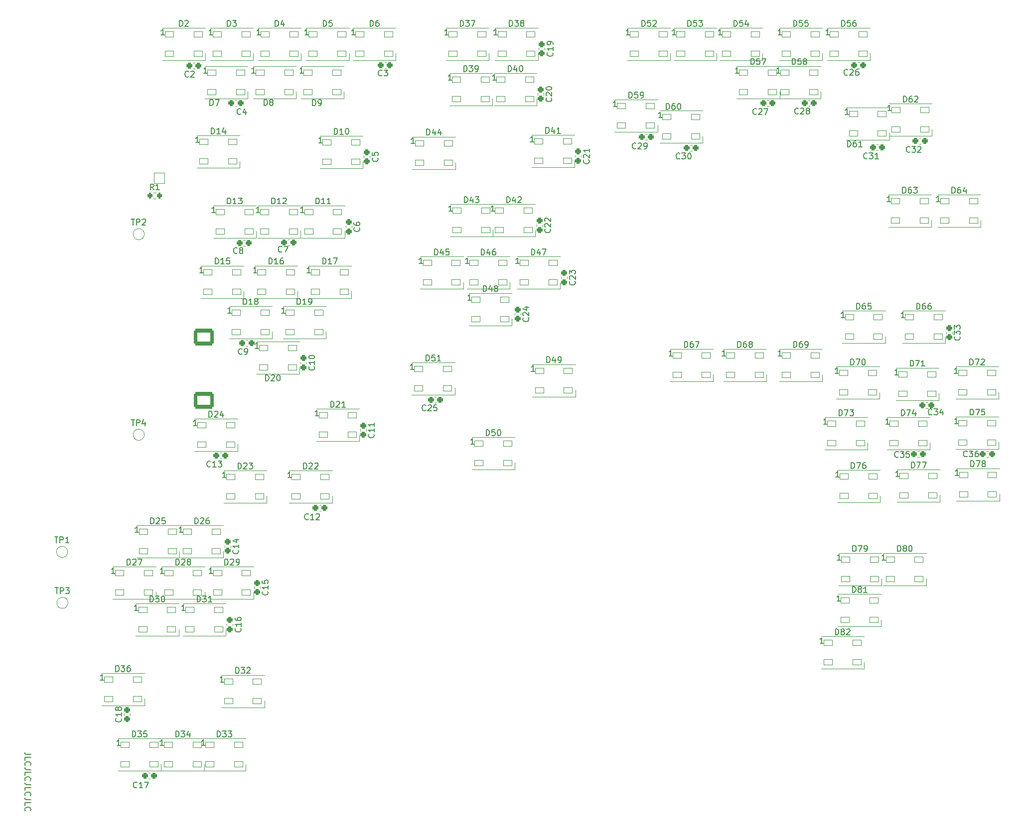
<source format=gbr>
%TF.GenerationSoftware,KiCad,Pcbnew,7.0.1*%
%TF.CreationDate,2023-04-16T02:52:32-08:00*%
%TF.ProjectId,SELECT JETT PANEL,53454c45-4354-4204-9a45-54542050414e,4*%
%TF.SameCoordinates,Original*%
%TF.FileFunction,Legend,Top*%
%TF.FilePolarity,Positive*%
%FSLAX46Y46*%
G04 Gerber Fmt 4.6, Leading zero omitted, Abs format (unit mm)*
G04 Created by KiCad (PCBNEW 7.0.1) date 2023-04-16 02:52:32*
%MOMM*%
%LPD*%
G01*
G04 APERTURE LIST*
G04 Aperture macros list*
%AMRoundRect*
0 Rectangle with rounded corners*
0 $1 Rounding radius*
0 $2 $3 $4 $5 $6 $7 $8 $9 X,Y pos of 4 corners*
0 Add a 4 corners polygon primitive as box body*
4,1,4,$2,$3,$4,$5,$6,$7,$8,$9,$2,$3,0*
0 Add four circle primitives for the rounded corners*
1,1,$1+$1,$2,$3*
1,1,$1+$1,$4,$5*
1,1,$1+$1,$6,$7*
1,1,$1+$1,$8,$9*
0 Add four rect primitives between the rounded corners*
20,1,$1+$1,$2,$3,$4,$5,0*
20,1,$1+$1,$4,$5,$6,$7,0*
20,1,$1+$1,$6,$7,$8,$9,0*
20,1,$1+$1,$8,$9,$2,$3,0*%
G04 Aperture macros list end*
%ADD10C,0.150000*%
%ADD11C,0.120000*%
%ADD12RoundRect,0.050000X-0.750000X-0.450000X0.750000X-0.450000X0.750000X0.450000X-0.750000X0.450000X0*%
%ADD13C,3.300000*%
%ADD14C,4.400000*%
%ADD15C,12.800000*%
%ADD16C,3.672000*%
%ADD17RoundRect,0.275000X-0.225000X-0.250000X0.225000X-0.250000X0.225000X0.250000X-0.225000X0.250000X0*%
%ADD18RoundRect,0.275000X-0.250000X0.225000X-0.250000X-0.225000X0.250000X-0.225000X0.250000X0.225000X0*%
%ADD19RoundRect,0.275000X0.250000X-0.225000X0.250000X0.225000X-0.250000X0.225000X-0.250000X-0.225000X0*%
%ADD20RoundRect,0.250000X-0.200000X-0.275000X0.200000X-0.275000X0.200000X0.275000X-0.200000X0.275000X0*%
%ADD21C,1.600000*%
%ADD22RoundRect,0.050000X-0.900000X-0.900000X0.900000X-0.900000X0.900000X0.900000X-0.900000X0.900000X0*%
%ADD23C,1.900000*%
%ADD24RoundRect,0.300001X1.399999X-1.099999X1.399999X1.099999X-1.399999X1.099999X-1.399999X-1.099999X0*%
%ADD25O,3.400000X2.800000*%
G04 APERTURE END LIST*
D10*
X67057380Y-156000951D02*
X66343095Y-156000951D01*
X66343095Y-156000951D02*
X66200238Y-155953332D01*
X66200238Y-155953332D02*
X66105000Y-155858094D01*
X66105000Y-155858094D02*
X66057380Y-155715237D01*
X66057380Y-155715237D02*
X66057380Y-155619999D01*
X66057380Y-156953332D02*
X66057380Y-156477142D01*
X66057380Y-156477142D02*
X67057380Y-156477142D01*
X66152619Y-157858094D02*
X66105000Y-157810475D01*
X66105000Y-157810475D02*
X66057380Y-157667618D01*
X66057380Y-157667618D02*
X66057380Y-157572380D01*
X66057380Y-157572380D02*
X66105000Y-157429523D01*
X66105000Y-157429523D02*
X66200238Y-157334285D01*
X66200238Y-157334285D02*
X66295476Y-157286666D01*
X66295476Y-157286666D02*
X66485952Y-157239047D01*
X66485952Y-157239047D02*
X66628809Y-157239047D01*
X66628809Y-157239047D02*
X66819285Y-157286666D01*
X66819285Y-157286666D02*
X66914523Y-157334285D01*
X66914523Y-157334285D02*
X67009761Y-157429523D01*
X67009761Y-157429523D02*
X67057380Y-157572380D01*
X67057380Y-157572380D02*
X67057380Y-157667618D01*
X67057380Y-157667618D02*
X67009761Y-157810475D01*
X67009761Y-157810475D02*
X66962142Y-157858094D01*
X67057380Y-158572380D02*
X66343095Y-158572380D01*
X66343095Y-158572380D02*
X66200238Y-158524761D01*
X66200238Y-158524761D02*
X66105000Y-158429523D01*
X66105000Y-158429523D02*
X66057380Y-158286666D01*
X66057380Y-158286666D02*
X66057380Y-158191428D01*
X66057380Y-159524761D02*
X66057380Y-159048571D01*
X66057380Y-159048571D02*
X67057380Y-159048571D01*
X66152619Y-160429523D02*
X66105000Y-160381904D01*
X66105000Y-160381904D02*
X66057380Y-160239047D01*
X66057380Y-160239047D02*
X66057380Y-160143809D01*
X66057380Y-160143809D02*
X66105000Y-160000952D01*
X66105000Y-160000952D02*
X66200238Y-159905714D01*
X66200238Y-159905714D02*
X66295476Y-159858095D01*
X66295476Y-159858095D02*
X66485952Y-159810476D01*
X66485952Y-159810476D02*
X66628809Y-159810476D01*
X66628809Y-159810476D02*
X66819285Y-159858095D01*
X66819285Y-159858095D02*
X66914523Y-159905714D01*
X66914523Y-159905714D02*
X67009761Y-160000952D01*
X67009761Y-160000952D02*
X67057380Y-160143809D01*
X67057380Y-160143809D02*
X67057380Y-160239047D01*
X67057380Y-160239047D02*
X67009761Y-160381904D01*
X67009761Y-160381904D02*
X66962142Y-160429523D01*
X67057380Y-161143809D02*
X66343095Y-161143809D01*
X66343095Y-161143809D02*
X66200238Y-161096190D01*
X66200238Y-161096190D02*
X66105000Y-161000952D01*
X66105000Y-161000952D02*
X66057380Y-160858095D01*
X66057380Y-160858095D02*
X66057380Y-160762857D01*
X66057380Y-162096190D02*
X66057380Y-161620000D01*
X66057380Y-161620000D02*
X67057380Y-161620000D01*
X66152619Y-163000952D02*
X66105000Y-162953333D01*
X66105000Y-162953333D02*
X66057380Y-162810476D01*
X66057380Y-162810476D02*
X66057380Y-162715238D01*
X66057380Y-162715238D02*
X66105000Y-162572381D01*
X66105000Y-162572381D02*
X66200238Y-162477143D01*
X66200238Y-162477143D02*
X66295476Y-162429524D01*
X66295476Y-162429524D02*
X66485952Y-162381905D01*
X66485952Y-162381905D02*
X66628809Y-162381905D01*
X66628809Y-162381905D02*
X66819285Y-162429524D01*
X66819285Y-162429524D02*
X66914523Y-162477143D01*
X66914523Y-162477143D02*
X67009761Y-162572381D01*
X67009761Y-162572381D02*
X67057380Y-162715238D01*
X67057380Y-162715238D02*
X67057380Y-162810476D01*
X67057380Y-162810476D02*
X67009761Y-162953333D01*
X67009761Y-162953333D02*
X66962142Y-163000952D01*
X67057380Y-163715238D02*
X66343095Y-163715238D01*
X66343095Y-163715238D02*
X66200238Y-163667619D01*
X66200238Y-163667619D02*
X66105000Y-163572381D01*
X66105000Y-163572381D02*
X66057380Y-163429524D01*
X66057380Y-163429524D02*
X66057380Y-163334286D01*
X66057380Y-164667619D02*
X66057380Y-164191429D01*
X66057380Y-164191429D02*
X67057380Y-164191429D01*
X66152619Y-165572381D02*
X66105000Y-165524762D01*
X66105000Y-165524762D02*
X66057380Y-165381905D01*
X66057380Y-165381905D02*
X66057380Y-165286667D01*
X66057380Y-165286667D02*
X66105000Y-165143810D01*
X66105000Y-165143810D02*
X66200238Y-165048572D01*
X66200238Y-165048572D02*
X66295476Y-165000953D01*
X66295476Y-165000953D02*
X66485952Y-164953334D01*
X66485952Y-164953334D02*
X66628809Y-164953334D01*
X66628809Y-164953334D02*
X66819285Y-165000953D01*
X66819285Y-165000953D02*
X66914523Y-165048572D01*
X66914523Y-165048572D02*
X67009761Y-165143810D01*
X67009761Y-165143810D02*
X67057380Y-165286667D01*
X67057380Y-165286667D02*
X67057380Y-165381905D01*
X67057380Y-165381905D02*
X67009761Y-165524762D01*
X67009761Y-165524762D02*
X66962142Y-165572381D01*
%TO.C,D41*%
X154585714Y-50362619D02*
X154585714Y-49362619D01*
X154585714Y-49362619D02*
X154823809Y-49362619D01*
X154823809Y-49362619D02*
X154966666Y-49410238D01*
X154966666Y-49410238D02*
X155061904Y-49505476D01*
X155061904Y-49505476D02*
X155109523Y-49600714D01*
X155109523Y-49600714D02*
X155157142Y-49791190D01*
X155157142Y-49791190D02*
X155157142Y-49934047D01*
X155157142Y-49934047D02*
X155109523Y-50124523D01*
X155109523Y-50124523D02*
X155061904Y-50219761D01*
X155061904Y-50219761D02*
X154966666Y-50315000D01*
X154966666Y-50315000D02*
X154823809Y-50362619D01*
X154823809Y-50362619D02*
X154585714Y-50362619D01*
X156014285Y-49695952D02*
X156014285Y-50362619D01*
X155776190Y-49315000D02*
X155538095Y-50029285D01*
X155538095Y-50029285D02*
X156157142Y-50029285D01*
X157061904Y-50362619D02*
X156490476Y-50362619D01*
X156776190Y-50362619D02*
X156776190Y-49362619D01*
X156776190Y-49362619D02*
X156680952Y-49505476D01*
X156680952Y-49505476D02*
X156585714Y-49600714D01*
X156585714Y-49600714D02*
X156490476Y-49648333D01*
X152529714Y-51830619D02*
X151958286Y-51830619D01*
X152244000Y-51830619D02*
X152244000Y-50830619D01*
X152244000Y-50830619D02*
X152148762Y-50973476D01*
X152148762Y-50973476D02*
X152053524Y-51068714D01*
X152053524Y-51068714D02*
X151958286Y-51116333D01*
%TO.C,C2*%
X93883333Y-40697380D02*
X93835714Y-40745000D01*
X93835714Y-40745000D02*
X93692857Y-40792619D01*
X93692857Y-40792619D02*
X93597619Y-40792619D01*
X93597619Y-40792619D02*
X93454762Y-40745000D01*
X93454762Y-40745000D02*
X93359524Y-40649761D01*
X93359524Y-40649761D02*
X93311905Y-40554523D01*
X93311905Y-40554523D02*
X93264286Y-40364047D01*
X93264286Y-40364047D02*
X93264286Y-40221190D01*
X93264286Y-40221190D02*
X93311905Y-40030714D01*
X93311905Y-40030714D02*
X93359524Y-39935476D01*
X93359524Y-39935476D02*
X93454762Y-39840238D01*
X93454762Y-39840238D02*
X93597619Y-39792619D01*
X93597619Y-39792619D02*
X93692857Y-39792619D01*
X93692857Y-39792619D02*
X93835714Y-39840238D01*
X93835714Y-39840238D02*
X93883333Y-39887857D01*
X94264286Y-39887857D02*
X94311905Y-39840238D01*
X94311905Y-39840238D02*
X94407143Y-39792619D01*
X94407143Y-39792619D02*
X94645238Y-39792619D01*
X94645238Y-39792619D02*
X94740476Y-39840238D01*
X94740476Y-39840238D02*
X94788095Y-39887857D01*
X94788095Y-39887857D02*
X94835714Y-39983095D01*
X94835714Y-39983095D02*
X94835714Y-40078333D01*
X94835714Y-40078333D02*
X94788095Y-40221190D01*
X94788095Y-40221190D02*
X94216667Y-40792619D01*
X94216667Y-40792619D02*
X94835714Y-40792619D01*
%TO.C,C4*%
X102753333Y-47077380D02*
X102705714Y-47125000D01*
X102705714Y-47125000D02*
X102562857Y-47172619D01*
X102562857Y-47172619D02*
X102467619Y-47172619D01*
X102467619Y-47172619D02*
X102324762Y-47125000D01*
X102324762Y-47125000D02*
X102229524Y-47029761D01*
X102229524Y-47029761D02*
X102181905Y-46934523D01*
X102181905Y-46934523D02*
X102134286Y-46744047D01*
X102134286Y-46744047D02*
X102134286Y-46601190D01*
X102134286Y-46601190D02*
X102181905Y-46410714D01*
X102181905Y-46410714D02*
X102229524Y-46315476D01*
X102229524Y-46315476D02*
X102324762Y-46220238D01*
X102324762Y-46220238D02*
X102467619Y-46172619D01*
X102467619Y-46172619D02*
X102562857Y-46172619D01*
X102562857Y-46172619D02*
X102705714Y-46220238D01*
X102705714Y-46220238D02*
X102753333Y-46267857D01*
X103610476Y-46505952D02*
X103610476Y-47172619D01*
X103372381Y-46125000D02*
X103134286Y-46839285D01*
X103134286Y-46839285D02*
X103753333Y-46839285D01*
%TO.C,C3*%
X126743333Y-40507380D02*
X126695714Y-40555000D01*
X126695714Y-40555000D02*
X126552857Y-40602619D01*
X126552857Y-40602619D02*
X126457619Y-40602619D01*
X126457619Y-40602619D02*
X126314762Y-40555000D01*
X126314762Y-40555000D02*
X126219524Y-40459761D01*
X126219524Y-40459761D02*
X126171905Y-40364523D01*
X126171905Y-40364523D02*
X126124286Y-40174047D01*
X126124286Y-40174047D02*
X126124286Y-40031190D01*
X126124286Y-40031190D02*
X126171905Y-39840714D01*
X126171905Y-39840714D02*
X126219524Y-39745476D01*
X126219524Y-39745476D02*
X126314762Y-39650238D01*
X126314762Y-39650238D02*
X126457619Y-39602619D01*
X126457619Y-39602619D02*
X126552857Y-39602619D01*
X126552857Y-39602619D02*
X126695714Y-39650238D01*
X126695714Y-39650238D02*
X126743333Y-39697857D01*
X127076667Y-39602619D02*
X127695714Y-39602619D01*
X127695714Y-39602619D02*
X127362381Y-39983571D01*
X127362381Y-39983571D02*
X127505238Y-39983571D01*
X127505238Y-39983571D02*
X127600476Y-40031190D01*
X127600476Y-40031190D02*
X127648095Y-40078809D01*
X127648095Y-40078809D02*
X127695714Y-40174047D01*
X127695714Y-40174047D02*
X127695714Y-40412142D01*
X127695714Y-40412142D02*
X127648095Y-40507380D01*
X127648095Y-40507380D02*
X127600476Y-40555000D01*
X127600476Y-40555000D02*
X127505238Y-40602619D01*
X127505238Y-40602619D02*
X127219524Y-40602619D01*
X127219524Y-40602619D02*
X127124286Y-40555000D01*
X127124286Y-40555000D02*
X127076667Y-40507380D01*
%TO.C,C5*%
X125987380Y-54539166D02*
X126035000Y-54586785D01*
X126035000Y-54586785D02*
X126082619Y-54729642D01*
X126082619Y-54729642D02*
X126082619Y-54824880D01*
X126082619Y-54824880D02*
X126035000Y-54967737D01*
X126035000Y-54967737D02*
X125939761Y-55062975D01*
X125939761Y-55062975D02*
X125844523Y-55110594D01*
X125844523Y-55110594D02*
X125654047Y-55158213D01*
X125654047Y-55158213D02*
X125511190Y-55158213D01*
X125511190Y-55158213D02*
X125320714Y-55110594D01*
X125320714Y-55110594D02*
X125225476Y-55062975D01*
X125225476Y-55062975D02*
X125130238Y-54967737D01*
X125130238Y-54967737D02*
X125082619Y-54824880D01*
X125082619Y-54824880D02*
X125082619Y-54729642D01*
X125082619Y-54729642D02*
X125130238Y-54586785D01*
X125130238Y-54586785D02*
X125177857Y-54539166D01*
X125082619Y-53634404D02*
X125082619Y-54110594D01*
X125082619Y-54110594D02*
X125558809Y-54158213D01*
X125558809Y-54158213D02*
X125511190Y-54110594D01*
X125511190Y-54110594D02*
X125463571Y-54015356D01*
X125463571Y-54015356D02*
X125463571Y-53777261D01*
X125463571Y-53777261D02*
X125511190Y-53682023D01*
X125511190Y-53682023D02*
X125558809Y-53634404D01*
X125558809Y-53634404D02*
X125654047Y-53586785D01*
X125654047Y-53586785D02*
X125892142Y-53586785D01*
X125892142Y-53586785D02*
X125987380Y-53634404D01*
X125987380Y-53634404D02*
X126035000Y-53682023D01*
X126035000Y-53682023D02*
X126082619Y-53777261D01*
X126082619Y-53777261D02*
X126082619Y-54015356D01*
X126082619Y-54015356D02*
X126035000Y-54110594D01*
X126035000Y-54110594D02*
X125987380Y-54158213D01*
%TO.C,C6*%
X122877380Y-66436666D02*
X122925000Y-66484285D01*
X122925000Y-66484285D02*
X122972619Y-66627142D01*
X122972619Y-66627142D02*
X122972619Y-66722380D01*
X122972619Y-66722380D02*
X122925000Y-66865237D01*
X122925000Y-66865237D02*
X122829761Y-66960475D01*
X122829761Y-66960475D02*
X122734523Y-67008094D01*
X122734523Y-67008094D02*
X122544047Y-67055713D01*
X122544047Y-67055713D02*
X122401190Y-67055713D01*
X122401190Y-67055713D02*
X122210714Y-67008094D01*
X122210714Y-67008094D02*
X122115476Y-66960475D01*
X122115476Y-66960475D02*
X122020238Y-66865237D01*
X122020238Y-66865237D02*
X121972619Y-66722380D01*
X121972619Y-66722380D02*
X121972619Y-66627142D01*
X121972619Y-66627142D02*
X122020238Y-66484285D01*
X122020238Y-66484285D02*
X122067857Y-66436666D01*
X121972619Y-65579523D02*
X121972619Y-65769999D01*
X121972619Y-65769999D02*
X122020238Y-65865237D01*
X122020238Y-65865237D02*
X122067857Y-65912856D01*
X122067857Y-65912856D02*
X122210714Y-66008094D01*
X122210714Y-66008094D02*
X122401190Y-66055713D01*
X122401190Y-66055713D02*
X122782142Y-66055713D01*
X122782142Y-66055713D02*
X122877380Y-66008094D01*
X122877380Y-66008094D02*
X122925000Y-65960475D01*
X122925000Y-65960475D02*
X122972619Y-65865237D01*
X122972619Y-65865237D02*
X122972619Y-65674761D01*
X122972619Y-65674761D02*
X122925000Y-65579523D01*
X122925000Y-65579523D02*
X122877380Y-65531904D01*
X122877380Y-65531904D02*
X122782142Y-65484285D01*
X122782142Y-65484285D02*
X122544047Y-65484285D01*
X122544047Y-65484285D02*
X122448809Y-65531904D01*
X122448809Y-65531904D02*
X122401190Y-65579523D01*
X122401190Y-65579523D02*
X122353571Y-65674761D01*
X122353571Y-65674761D02*
X122353571Y-65865237D01*
X122353571Y-65865237D02*
X122401190Y-65960475D01*
X122401190Y-65960475D02*
X122448809Y-66008094D01*
X122448809Y-66008094D02*
X122544047Y-66055713D01*
%TO.C,C7*%
X109763333Y-70477380D02*
X109715714Y-70525000D01*
X109715714Y-70525000D02*
X109572857Y-70572619D01*
X109572857Y-70572619D02*
X109477619Y-70572619D01*
X109477619Y-70572619D02*
X109334762Y-70525000D01*
X109334762Y-70525000D02*
X109239524Y-70429761D01*
X109239524Y-70429761D02*
X109191905Y-70334523D01*
X109191905Y-70334523D02*
X109144286Y-70144047D01*
X109144286Y-70144047D02*
X109144286Y-70001190D01*
X109144286Y-70001190D02*
X109191905Y-69810714D01*
X109191905Y-69810714D02*
X109239524Y-69715476D01*
X109239524Y-69715476D02*
X109334762Y-69620238D01*
X109334762Y-69620238D02*
X109477619Y-69572619D01*
X109477619Y-69572619D02*
X109572857Y-69572619D01*
X109572857Y-69572619D02*
X109715714Y-69620238D01*
X109715714Y-69620238D02*
X109763333Y-69667857D01*
X110096667Y-69572619D02*
X110763333Y-69572619D01*
X110763333Y-69572619D02*
X110334762Y-70572619D01*
%TO.C,C8*%
X102143333Y-70717380D02*
X102095714Y-70765000D01*
X102095714Y-70765000D02*
X101952857Y-70812619D01*
X101952857Y-70812619D02*
X101857619Y-70812619D01*
X101857619Y-70812619D02*
X101714762Y-70765000D01*
X101714762Y-70765000D02*
X101619524Y-70669761D01*
X101619524Y-70669761D02*
X101571905Y-70574523D01*
X101571905Y-70574523D02*
X101524286Y-70384047D01*
X101524286Y-70384047D02*
X101524286Y-70241190D01*
X101524286Y-70241190D02*
X101571905Y-70050714D01*
X101571905Y-70050714D02*
X101619524Y-69955476D01*
X101619524Y-69955476D02*
X101714762Y-69860238D01*
X101714762Y-69860238D02*
X101857619Y-69812619D01*
X101857619Y-69812619D02*
X101952857Y-69812619D01*
X101952857Y-69812619D02*
X102095714Y-69860238D01*
X102095714Y-69860238D02*
X102143333Y-69907857D01*
X102714762Y-70241190D02*
X102619524Y-70193571D01*
X102619524Y-70193571D02*
X102571905Y-70145952D01*
X102571905Y-70145952D02*
X102524286Y-70050714D01*
X102524286Y-70050714D02*
X102524286Y-70003095D01*
X102524286Y-70003095D02*
X102571905Y-69907857D01*
X102571905Y-69907857D02*
X102619524Y-69860238D01*
X102619524Y-69860238D02*
X102714762Y-69812619D01*
X102714762Y-69812619D02*
X102905238Y-69812619D01*
X102905238Y-69812619D02*
X103000476Y-69860238D01*
X103000476Y-69860238D02*
X103048095Y-69907857D01*
X103048095Y-69907857D02*
X103095714Y-70003095D01*
X103095714Y-70003095D02*
X103095714Y-70050714D01*
X103095714Y-70050714D02*
X103048095Y-70145952D01*
X103048095Y-70145952D02*
X103000476Y-70193571D01*
X103000476Y-70193571D02*
X102905238Y-70241190D01*
X102905238Y-70241190D02*
X102714762Y-70241190D01*
X102714762Y-70241190D02*
X102619524Y-70288809D01*
X102619524Y-70288809D02*
X102571905Y-70336428D01*
X102571905Y-70336428D02*
X102524286Y-70431666D01*
X102524286Y-70431666D02*
X102524286Y-70622142D01*
X102524286Y-70622142D02*
X102571905Y-70717380D01*
X102571905Y-70717380D02*
X102619524Y-70765000D01*
X102619524Y-70765000D02*
X102714762Y-70812619D01*
X102714762Y-70812619D02*
X102905238Y-70812619D01*
X102905238Y-70812619D02*
X103000476Y-70765000D01*
X103000476Y-70765000D02*
X103048095Y-70717380D01*
X103048095Y-70717380D02*
X103095714Y-70622142D01*
X103095714Y-70622142D02*
X103095714Y-70431666D01*
X103095714Y-70431666D02*
X103048095Y-70336428D01*
X103048095Y-70336428D02*
X103000476Y-70288809D01*
X103000476Y-70288809D02*
X102905238Y-70241190D01*
%TO.C,C13*%
X97607142Y-107007380D02*
X97559523Y-107055000D01*
X97559523Y-107055000D02*
X97416666Y-107102619D01*
X97416666Y-107102619D02*
X97321428Y-107102619D01*
X97321428Y-107102619D02*
X97178571Y-107055000D01*
X97178571Y-107055000D02*
X97083333Y-106959761D01*
X97083333Y-106959761D02*
X97035714Y-106864523D01*
X97035714Y-106864523D02*
X96988095Y-106674047D01*
X96988095Y-106674047D02*
X96988095Y-106531190D01*
X96988095Y-106531190D02*
X97035714Y-106340714D01*
X97035714Y-106340714D02*
X97083333Y-106245476D01*
X97083333Y-106245476D02*
X97178571Y-106150238D01*
X97178571Y-106150238D02*
X97321428Y-106102619D01*
X97321428Y-106102619D02*
X97416666Y-106102619D01*
X97416666Y-106102619D02*
X97559523Y-106150238D01*
X97559523Y-106150238D02*
X97607142Y-106197857D01*
X98559523Y-107102619D02*
X97988095Y-107102619D01*
X98273809Y-107102619D02*
X98273809Y-106102619D01*
X98273809Y-106102619D02*
X98178571Y-106245476D01*
X98178571Y-106245476D02*
X98083333Y-106340714D01*
X98083333Y-106340714D02*
X97988095Y-106388333D01*
X98892857Y-106102619D02*
X99511904Y-106102619D01*
X99511904Y-106102619D02*
X99178571Y-106483571D01*
X99178571Y-106483571D02*
X99321428Y-106483571D01*
X99321428Y-106483571D02*
X99416666Y-106531190D01*
X99416666Y-106531190D02*
X99464285Y-106578809D01*
X99464285Y-106578809D02*
X99511904Y-106674047D01*
X99511904Y-106674047D02*
X99511904Y-106912142D01*
X99511904Y-106912142D02*
X99464285Y-107007380D01*
X99464285Y-107007380D02*
X99416666Y-107055000D01*
X99416666Y-107055000D02*
X99321428Y-107102619D01*
X99321428Y-107102619D02*
X99035714Y-107102619D01*
X99035714Y-107102619D02*
X98940476Y-107055000D01*
X98940476Y-107055000D02*
X98892857Y-107007380D01*
%TO.C,C10*%
X115207380Y-90022857D02*
X115255000Y-90070476D01*
X115255000Y-90070476D02*
X115302619Y-90213333D01*
X115302619Y-90213333D02*
X115302619Y-90308571D01*
X115302619Y-90308571D02*
X115255000Y-90451428D01*
X115255000Y-90451428D02*
X115159761Y-90546666D01*
X115159761Y-90546666D02*
X115064523Y-90594285D01*
X115064523Y-90594285D02*
X114874047Y-90641904D01*
X114874047Y-90641904D02*
X114731190Y-90641904D01*
X114731190Y-90641904D02*
X114540714Y-90594285D01*
X114540714Y-90594285D02*
X114445476Y-90546666D01*
X114445476Y-90546666D02*
X114350238Y-90451428D01*
X114350238Y-90451428D02*
X114302619Y-90308571D01*
X114302619Y-90308571D02*
X114302619Y-90213333D01*
X114302619Y-90213333D02*
X114350238Y-90070476D01*
X114350238Y-90070476D02*
X114397857Y-90022857D01*
X115302619Y-89070476D02*
X115302619Y-89641904D01*
X115302619Y-89356190D02*
X114302619Y-89356190D01*
X114302619Y-89356190D02*
X114445476Y-89451428D01*
X114445476Y-89451428D02*
X114540714Y-89546666D01*
X114540714Y-89546666D02*
X114588333Y-89641904D01*
X114302619Y-88451428D02*
X114302619Y-88356190D01*
X114302619Y-88356190D02*
X114350238Y-88260952D01*
X114350238Y-88260952D02*
X114397857Y-88213333D01*
X114397857Y-88213333D02*
X114493095Y-88165714D01*
X114493095Y-88165714D02*
X114683571Y-88118095D01*
X114683571Y-88118095D02*
X114921666Y-88118095D01*
X114921666Y-88118095D02*
X115112142Y-88165714D01*
X115112142Y-88165714D02*
X115207380Y-88213333D01*
X115207380Y-88213333D02*
X115255000Y-88260952D01*
X115255000Y-88260952D02*
X115302619Y-88356190D01*
X115302619Y-88356190D02*
X115302619Y-88451428D01*
X115302619Y-88451428D02*
X115255000Y-88546666D01*
X115255000Y-88546666D02*
X115207380Y-88594285D01*
X115207380Y-88594285D02*
X115112142Y-88641904D01*
X115112142Y-88641904D02*
X114921666Y-88689523D01*
X114921666Y-88689523D02*
X114683571Y-88689523D01*
X114683571Y-88689523D02*
X114493095Y-88641904D01*
X114493095Y-88641904D02*
X114397857Y-88594285D01*
X114397857Y-88594285D02*
X114350238Y-88546666D01*
X114350238Y-88546666D02*
X114302619Y-88451428D01*
%TO.C,C9*%
X102963333Y-87887380D02*
X102915714Y-87935000D01*
X102915714Y-87935000D02*
X102772857Y-87982619D01*
X102772857Y-87982619D02*
X102677619Y-87982619D01*
X102677619Y-87982619D02*
X102534762Y-87935000D01*
X102534762Y-87935000D02*
X102439524Y-87839761D01*
X102439524Y-87839761D02*
X102391905Y-87744523D01*
X102391905Y-87744523D02*
X102344286Y-87554047D01*
X102344286Y-87554047D02*
X102344286Y-87411190D01*
X102344286Y-87411190D02*
X102391905Y-87220714D01*
X102391905Y-87220714D02*
X102439524Y-87125476D01*
X102439524Y-87125476D02*
X102534762Y-87030238D01*
X102534762Y-87030238D02*
X102677619Y-86982619D01*
X102677619Y-86982619D02*
X102772857Y-86982619D01*
X102772857Y-86982619D02*
X102915714Y-87030238D01*
X102915714Y-87030238D02*
X102963333Y-87077857D01*
X103439524Y-87982619D02*
X103630000Y-87982619D01*
X103630000Y-87982619D02*
X103725238Y-87935000D01*
X103725238Y-87935000D02*
X103772857Y-87887380D01*
X103772857Y-87887380D02*
X103868095Y-87744523D01*
X103868095Y-87744523D02*
X103915714Y-87554047D01*
X103915714Y-87554047D02*
X103915714Y-87173095D01*
X103915714Y-87173095D02*
X103868095Y-87077857D01*
X103868095Y-87077857D02*
X103820476Y-87030238D01*
X103820476Y-87030238D02*
X103725238Y-86982619D01*
X103725238Y-86982619D02*
X103534762Y-86982619D01*
X103534762Y-86982619D02*
X103439524Y-87030238D01*
X103439524Y-87030238D02*
X103391905Y-87077857D01*
X103391905Y-87077857D02*
X103344286Y-87173095D01*
X103344286Y-87173095D02*
X103344286Y-87411190D01*
X103344286Y-87411190D02*
X103391905Y-87506428D01*
X103391905Y-87506428D02*
X103439524Y-87554047D01*
X103439524Y-87554047D02*
X103534762Y-87601666D01*
X103534762Y-87601666D02*
X103725238Y-87601666D01*
X103725238Y-87601666D02*
X103820476Y-87554047D01*
X103820476Y-87554047D02*
X103868095Y-87506428D01*
X103868095Y-87506428D02*
X103915714Y-87411190D01*
%TO.C,C11*%
X125327380Y-101512857D02*
X125375000Y-101560476D01*
X125375000Y-101560476D02*
X125422619Y-101703333D01*
X125422619Y-101703333D02*
X125422619Y-101798571D01*
X125422619Y-101798571D02*
X125375000Y-101941428D01*
X125375000Y-101941428D02*
X125279761Y-102036666D01*
X125279761Y-102036666D02*
X125184523Y-102084285D01*
X125184523Y-102084285D02*
X124994047Y-102131904D01*
X124994047Y-102131904D02*
X124851190Y-102131904D01*
X124851190Y-102131904D02*
X124660714Y-102084285D01*
X124660714Y-102084285D02*
X124565476Y-102036666D01*
X124565476Y-102036666D02*
X124470238Y-101941428D01*
X124470238Y-101941428D02*
X124422619Y-101798571D01*
X124422619Y-101798571D02*
X124422619Y-101703333D01*
X124422619Y-101703333D02*
X124470238Y-101560476D01*
X124470238Y-101560476D02*
X124517857Y-101512857D01*
X125422619Y-100560476D02*
X125422619Y-101131904D01*
X125422619Y-100846190D02*
X124422619Y-100846190D01*
X124422619Y-100846190D02*
X124565476Y-100941428D01*
X124565476Y-100941428D02*
X124660714Y-101036666D01*
X124660714Y-101036666D02*
X124708333Y-101131904D01*
X125422619Y-99608095D02*
X125422619Y-100179523D01*
X125422619Y-99893809D02*
X124422619Y-99893809D01*
X124422619Y-99893809D02*
X124565476Y-99989047D01*
X124565476Y-99989047D02*
X124660714Y-100084285D01*
X124660714Y-100084285D02*
X124708333Y-100179523D01*
%TO.C,C12*%
X114217142Y-115977380D02*
X114169523Y-116025000D01*
X114169523Y-116025000D02*
X114026666Y-116072619D01*
X114026666Y-116072619D02*
X113931428Y-116072619D01*
X113931428Y-116072619D02*
X113788571Y-116025000D01*
X113788571Y-116025000D02*
X113693333Y-115929761D01*
X113693333Y-115929761D02*
X113645714Y-115834523D01*
X113645714Y-115834523D02*
X113598095Y-115644047D01*
X113598095Y-115644047D02*
X113598095Y-115501190D01*
X113598095Y-115501190D02*
X113645714Y-115310714D01*
X113645714Y-115310714D02*
X113693333Y-115215476D01*
X113693333Y-115215476D02*
X113788571Y-115120238D01*
X113788571Y-115120238D02*
X113931428Y-115072619D01*
X113931428Y-115072619D02*
X114026666Y-115072619D01*
X114026666Y-115072619D02*
X114169523Y-115120238D01*
X114169523Y-115120238D02*
X114217142Y-115167857D01*
X115169523Y-116072619D02*
X114598095Y-116072619D01*
X114883809Y-116072619D02*
X114883809Y-115072619D01*
X114883809Y-115072619D02*
X114788571Y-115215476D01*
X114788571Y-115215476D02*
X114693333Y-115310714D01*
X114693333Y-115310714D02*
X114598095Y-115358333D01*
X115550476Y-115167857D02*
X115598095Y-115120238D01*
X115598095Y-115120238D02*
X115693333Y-115072619D01*
X115693333Y-115072619D02*
X115931428Y-115072619D01*
X115931428Y-115072619D02*
X116026666Y-115120238D01*
X116026666Y-115120238D02*
X116074285Y-115167857D01*
X116074285Y-115167857D02*
X116121904Y-115263095D01*
X116121904Y-115263095D02*
X116121904Y-115358333D01*
X116121904Y-115358333D02*
X116074285Y-115501190D01*
X116074285Y-115501190D02*
X115502857Y-116072619D01*
X115502857Y-116072619D02*
X116121904Y-116072619D01*
%TO.C,C14*%
X102297380Y-121254857D02*
X102345000Y-121302476D01*
X102345000Y-121302476D02*
X102392619Y-121445333D01*
X102392619Y-121445333D02*
X102392619Y-121540571D01*
X102392619Y-121540571D02*
X102345000Y-121683428D01*
X102345000Y-121683428D02*
X102249761Y-121778666D01*
X102249761Y-121778666D02*
X102154523Y-121826285D01*
X102154523Y-121826285D02*
X101964047Y-121873904D01*
X101964047Y-121873904D02*
X101821190Y-121873904D01*
X101821190Y-121873904D02*
X101630714Y-121826285D01*
X101630714Y-121826285D02*
X101535476Y-121778666D01*
X101535476Y-121778666D02*
X101440238Y-121683428D01*
X101440238Y-121683428D02*
X101392619Y-121540571D01*
X101392619Y-121540571D02*
X101392619Y-121445333D01*
X101392619Y-121445333D02*
X101440238Y-121302476D01*
X101440238Y-121302476D02*
X101487857Y-121254857D01*
X102392619Y-120302476D02*
X102392619Y-120873904D01*
X102392619Y-120588190D02*
X101392619Y-120588190D01*
X101392619Y-120588190D02*
X101535476Y-120683428D01*
X101535476Y-120683428D02*
X101630714Y-120778666D01*
X101630714Y-120778666D02*
X101678333Y-120873904D01*
X101725952Y-119445333D02*
X102392619Y-119445333D01*
X101345000Y-119683428D02*
X102059285Y-119921523D01*
X102059285Y-119921523D02*
X102059285Y-119302476D01*
%TO.C,C15*%
X107297380Y-128254857D02*
X107345000Y-128302476D01*
X107345000Y-128302476D02*
X107392619Y-128445333D01*
X107392619Y-128445333D02*
X107392619Y-128540571D01*
X107392619Y-128540571D02*
X107345000Y-128683428D01*
X107345000Y-128683428D02*
X107249761Y-128778666D01*
X107249761Y-128778666D02*
X107154523Y-128826285D01*
X107154523Y-128826285D02*
X106964047Y-128873904D01*
X106964047Y-128873904D02*
X106821190Y-128873904D01*
X106821190Y-128873904D02*
X106630714Y-128826285D01*
X106630714Y-128826285D02*
X106535476Y-128778666D01*
X106535476Y-128778666D02*
X106440238Y-128683428D01*
X106440238Y-128683428D02*
X106392619Y-128540571D01*
X106392619Y-128540571D02*
X106392619Y-128445333D01*
X106392619Y-128445333D02*
X106440238Y-128302476D01*
X106440238Y-128302476D02*
X106487857Y-128254857D01*
X107392619Y-127302476D02*
X107392619Y-127873904D01*
X107392619Y-127588190D02*
X106392619Y-127588190D01*
X106392619Y-127588190D02*
X106535476Y-127683428D01*
X106535476Y-127683428D02*
X106630714Y-127778666D01*
X106630714Y-127778666D02*
X106678333Y-127873904D01*
X106392619Y-126397714D02*
X106392619Y-126873904D01*
X106392619Y-126873904D02*
X106868809Y-126921523D01*
X106868809Y-126921523D02*
X106821190Y-126873904D01*
X106821190Y-126873904D02*
X106773571Y-126778666D01*
X106773571Y-126778666D02*
X106773571Y-126540571D01*
X106773571Y-126540571D02*
X106821190Y-126445333D01*
X106821190Y-126445333D02*
X106868809Y-126397714D01*
X106868809Y-126397714D02*
X106964047Y-126350095D01*
X106964047Y-126350095D02*
X107202142Y-126350095D01*
X107202142Y-126350095D02*
X107297380Y-126397714D01*
X107297380Y-126397714D02*
X107345000Y-126445333D01*
X107345000Y-126445333D02*
X107392619Y-126540571D01*
X107392619Y-126540571D02*
X107392619Y-126778666D01*
X107392619Y-126778666D02*
X107345000Y-126873904D01*
X107345000Y-126873904D02*
X107297380Y-126921523D01*
%TO.C,C16*%
X102697380Y-134554857D02*
X102745000Y-134602476D01*
X102745000Y-134602476D02*
X102792619Y-134745333D01*
X102792619Y-134745333D02*
X102792619Y-134840571D01*
X102792619Y-134840571D02*
X102745000Y-134983428D01*
X102745000Y-134983428D02*
X102649761Y-135078666D01*
X102649761Y-135078666D02*
X102554523Y-135126285D01*
X102554523Y-135126285D02*
X102364047Y-135173904D01*
X102364047Y-135173904D02*
X102221190Y-135173904D01*
X102221190Y-135173904D02*
X102030714Y-135126285D01*
X102030714Y-135126285D02*
X101935476Y-135078666D01*
X101935476Y-135078666D02*
X101840238Y-134983428D01*
X101840238Y-134983428D02*
X101792619Y-134840571D01*
X101792619Y-134840571D02*
X101792619Y-134745333D01*
X101792619Y-134745333D02*
X101840238Y-134602476D01*
X101840238Y-134602476D02*
X101887857Y-134554857D01*
X102792619Y-133602476D02*
X102792619Y-134173904D01*
X102792619Y-133888190D02*
X101792619Y-133888190D01*
X101792619Y-133888190D02*
X101935476Y-133983428D01*
X101935476Y-133983428D02*
X102030714Y-134078666D01*
X102030714Y-134078666D02*
X102078333Y-134173904D01*
X101792619Y-132745333D02*
X101792619Y-132935809D01*
X101792619Y-132935809D02*
X101840238Y-133031047D01*
X101840238Y-133031047D02*
X101887857Y-133078666D01*
X101887857Y-133078666D02*
X102030714Y-133173904D01*
X102030714Y-133173904D02*
X102221190Y-133221523D01*
X102221190Y-133221523D02*
X102602142Y-133221523D01*
X102602142Y-133221523D02*
X102697380Y-133173904D01*
X102697380Y-133173904D02*
X102745000Y-133126285D01*
X102745000Y-133126285D02*
X102792619Y-133031047D01*
X102792619Y-133031047D02*
X102792619Y-132840571D01*
X102792619Y-132840571D02*
X102745000Y-132745333D01*
X102745000Y-132745333D02*
X102697380Y-132697714D01*
X102697380Y-132697714D02*
X102602142Y-132650095D01*
X102602142Y-132650095D02*
X102364047Y-132650095D01*
X102364047Y-132650095D02*
X102268809Y-132697714D01*
X102268809Y-132697714D02*
X102221190Y-132745333D01*
X102221190Y-132745333D02*
X102173571Y-132840571D01*
X102173571Y-132840571D02*
X102173571Y-133031047D01*
X102173571Y-133031047D02*
X102221190Y-133126285D01*
X102221190Y-133126285D02*
X102268809Y-133173904D01*
X102268809Y-133173904D02*
X102364047Y-133221523D01*
%TO.C,C18*%
X82377380Y-149852857D02*
X82425000Y-149900476D01*
X82425000Y-149900476D02*
X82472619Y-150043333D01*
X82472619Y-150043333D02*
X82472619Y-150138571D01*
X82472619Y-150138571D02*
X82425000Y-150281428D01*
X82425000Y-150281428D02*
X82329761Y-150376666D01*
X82329761Y-150376666D02*
X82234523Y-150424285D01*
X82234523Y-150424285D02*
X82044047Y-150471904D01*
X82044047Y-150471904D02*
X81901190Y-150471904D01*
X81901190Y-150471904D02*
X81710714Y-150424285D01*
X81710714Y-150424285D02*
X81615476Y-150376666D01*
X81615476Y-150376666D02*
X81520238Y-150281428D01*
X81520238Y-150281428D02*
X81472619Y-150138571D01*
X81472619Y-150138571D02*
X81472619Y-150043333D01*
X81472619Y-150043333D02*
X81520238Y-149900476D01*
X81520238Y-149900476D02*
X81567857Y-149852857D01*
X82472619Y-148900476D02*
X82472619Y-149471904D01*
X82472619Y-149186190D02*
X81472619Y-149186190D01*
X81472619Y-149186190D02*
X81615476Y-149281428D01*
X81615476Y-149281428D02*
X81710714Y-149376666D01*
X81710714Y-149376666D02*
X81758333Y-149471904D01*
X81901190Y-148329047D02*
X81853571Y-148424285D01*
X81853571Y-148424285D02*
X81805952Y-148471904D01*
X81805952Y-148471904D02*
X81710714Y-148519523D01*
X81710714Y-148519523D02*
X81663095Y-148519523D01*
X81663095Y-148519523D02*
X81567857Y-148471904D01*
X81567857Y-148471904D02*
X81520238Y-148424285D01*
X81520238Y-148424285D02*
X81472619Y-148329047D01*
X81472619Y-148329047D02*
X81472619Y-148138571D01*
X81472619Y-148138571D02*
X81520238Y-148043333D01*
X81520238Y-148043333D02*
X81567857Y-147995714D01*
X81567857Y-147995714D02*
X81663095Y-147948095D01*
X81663095Y-147948095D02*
X81710714Y-147948095D01*
X81710714Y-147948095D02*
X81805952Y-147995714D01*
X81805952Y-147995714D02*
X81853571Y-148043333D01*
X81853571Y-148043333D02*
X81901190Y-148138571D01*
X81901190Y-148138571D02*
X81901190Y-148329047D01*
X81901190Y-148329047D02*
X81948809Y-148424285D01*
X81948809Y-148424285D02*
X81996428Y-148471904D01*
X81996428Y-148471904D02*
X82091666Y-148519523D01*
X82091666Y-148519523D02*
X82282142Y-148519523D01*
X82282142Y-148519523D02*
X82377380Y-148471904D01*
X82377380Y-148471904D02*
X82425000Y-148424285D01*
X82425000Y-148424285D02*
X82472619Y-148329047D01*
X82472619Y-148329047D02*
X82472619Y-148138571D01*
X82472619Y-148138571D02*
X82425000Y-148043333D01*
X82425000Y-148043333D02*
X82377380Y-147995714D01*
X82377380Y-147995714D02*
X82282142Y-147948095D01*
X82282142Y-147948095D02*
X82091666Y-147948095D01*
X82091666Y-147948095D02*
X81996428Y-147995714D01*
X81996428Y-147995714D02*
X81948809Y-148043333D01*
X81948809Y-148043333D02*
X81901190Y-148138571D01*
%TO.C,C17*%
X85127142Y-161587380D02*
X85079523Y-161635000D01*
X85079523Y-161635000D02*
X84936666Y-161682619D01*
X84936666Y-161682619D02*
X84841428Y-161682619D01*
X84841428Y-161682619D02*
X84698571Y-161635000D01*
X84698571Y-161635000D02*
X84603333Y-161539761D01*
X84603333Y-161539761D02*
X84555714Y-161444523D01*
X84555714Y-161444523D02*
X84508095Y-161254047D01*
X84508095Y-161254047D02*
X84508095Y-161111190D01*
X84508095Y-161111190D02*
X84555714Y-160920714D01*
X84555714Y-160920714D02*
X84603333Y-160825476D01*
X84603333Y-160825476D02*
X84698571Y-160730238D01*
X84698571Y-160730238D02*
X84841428Y-160682619D01*
X84841428Y-160682619D02*
X84936666Y-160682619D01*
X84936666Y-160682619D02*
X85079523Y-160730238D01*
X85079523Y-160730238D02*
X85127142Y-160777857D01*
X86079523Y-161682619D02*
X85508095Y-161682619D01*
X85793809Y-161682619D02*
X85793809Y-160682619D01*
X85793809Y-160682619D02*
X85698571Y-160825476D01*
X85698571Y-160825476D02*
X85603333Y-160920714D01*
X85603333Y-160920714D02*
X85508095Y-160968333D01*
X86412857Y-160682619D02*
X87079523Y-160682619D01*
X87079523Y-160682619D02*
X86650952Y-161682619D01*
%TO.C,C24*%
X151597380Y-81755357D02*
X151645000Y-81802976D01*
X151645000Y-81802976D02*
X151692619Y-81945833D01*
X151692619Y-81945833D02*
X151692619Y-82041071D01*
X151692619Y-82041071D02*
X151645000Y-82183928D01*
X151645000Y-82183928D02*
X151549761Y-82279166D01*
X151549761Y-82279166D02*
X151454523Y-82326785D01*
X151454523Y-82326785D02*
X151264047Y-82374404D01*
X151264047Y-82374404D02*
X151121190Y-82374404D01*
X151121190Y-82374404D02*
X150930714Y-82326785D01*
X150930714Y-82326785D02*
X150835476Y-82279166D01*
X150835476Y-82279166D02*
X150740238Y-82183928D01*
X150740238Y-82183928D02*
X150692619Y-82041071D01*
X150692619Y-82041071D02*
X150692619Y-81945833D01*
X150692619Y-81945833D02*
X150740238Y-81802976D01*
X150740238Y-81802976D02*
X150787857Y-81755357D01*
X150787857Y-81374404D02*
X150740238Y-81326785D01*
X150740238Y-81326785D02*
X150692619Y-81231547D01*
X150692619Y-81231547D02*
X150692619Y-80993452D01*
X150692619Y-80993452D02*
X150740238Y-80898214D01*
X150740238Y-80898214D02*
X150787857Y-80850595D01*
X150787857Y-80850595D02*
X150883095Y-80802976D01*
X150883095Y-80802976D02*
X150978333Y-80802976D01*
X150978333Y-80802976D02*
X151121190Y-80850595D01*
X151121190Y-80850595D02*
X151692619Y-81422023D01*
X151692619Y-81422023D02*
X151692619Y-80802976D01*
X151025952Y-79945833D02*
X151692619Y-79945833D01*
X150645000Y-80183928D02*
X151359285Y-80422023D01*
X151359285Y-80422023D02*
X151359285Y-79802976D01*
%TO.C,C25*%
X134187142Y-97457380D02*
X134139523Y-97505000D01*
X134139523Y-97505000D02*
X133996666Y-97552619D01*
X133996666Y-97552619D02*
X133901428Y-97552619D01*
X133901428Y-97552619D02*
X133758571Y-97505000D01*
X133758571Y-97505000D02*
X133663333Y-97409761D01*
X133663333Y-97409761D02*
X133615714Y-97314523D01*
X133615714Y-97314523D02*
X133568095Y-97124047D01*
X133568095Y-97124047D02*
X133568095Y-96981190D01*
X133568095Y-96981190D02*
X133615714Y-96790714D01*
X133615714Y-96790714D02*
X133663333Y-96695476D01*
X133663333Y-96695476D02*
X133758571Y-96600238D01*
X133758571Y-96600238D02*
X133901428Y-96552619D01*
X133901428Y-96552619D02*
X133996666Y-96552619D01*
X133996666Y-96552619D02*
X134139523Y-96600238D01*
X134139523Y-96600238D02*
X134187142Y-96647857D01*
X134568095Y-96647857D02*
X134615714Y-96600238D01*
X134615714Y-96600238D02*
X134710952Y-96552619D01*
X134710952Y-96552619D02*
X134949047Y-96552619D01*
X134949047Y-96552619D02*
X135044285Y-96600238D01*
X135044285Y-96600238D02*
X135091904Y-96647857D01*
X135091904Y-96647857D02*
X135139523Y-96743095D01*
X135139523Y-96743095D02*
X135139523Y-96838333D01*
X135139523Y-96838333D02*
X135091904Y-96981190D01*
X135091904Y-96981190D02*
X134520476Y-97552619D01*
X134520476Y-97552619D02*
X135139523Y-97552619D01*
X136044285Y-96552619D02*
X135568095Y-96552619D01*
X135568095Y-96552619D02*
X135520476Y-97028809D01*
X135520476Y-97028809D02*
X135568095Y-96981190D01*
X135568095Y-96981190D02*
X135663333Y-96933571D01*
X135663333Y-96933571D02*
X135901428Y-96933571D01*
X135901428Y-96933571D02*
X135996666Y-96981190D01*
X135996666Y-96981190D02*
X136044285Y-97028809D01*
X136044285Y-97028809D02*
X136091904Y-97124047D01*
X136091904Y-97124047D02*
X136091904Y-97362142D01*
X136091904Y-97362142D02*
X136044285Y-97457380D01*
X136044285Y-97457380D02*
X135996666Y-97505000D01*
X135996666Y-97505000D02*
X135901428Y-97552619D01*
X135901428Y-97552619D02*
X135663333Y-97552619D01*
X135663333Y-97552619D02*
X135568095Y-97505000D01*
X135568095Y-97505000D02*
X135520476Y-97457380D01*
%TO.C,C23*%
X159497380Y-75555357D02*
X159545000Y-75602976D01*
X159545000Y-75602976D02*
X159592619Y-75745833D01*
X159592619Y-75745833D02*
X159592619Y-75841071D01*
X159592619Y-75841071D02*
X159545000Y-75983928D01*
X159545000Y-75983928D02*
X159449761Y-76079166D01*
X159449761Y-76079166D02*
X159354523Y-76126785D01*
X159354523Y-76126785D02*
X159164047Y-76174404D01*
X159164047Y-76174404D02*
X159021190Y-76174404D01*
X159021190Y-76174404D02*
X158830714Y-76126785D01*
X158830714Y-76126785D02*
X158735476Y-76079166D01*
X158735476Y-76079166D02*
X158640238Y-75983928D01*
X158640238Y-75983928D02*
X158592619Y-75841071D01*
X158592619Y-75841071D02*
X158592619Y-75745833D01*
X158592619Y-75745833D02*
X158640238Y-75602976D01*
X158640238Y-75602976D02*
X158687857Y-75555357D01*
X158687857Y-75174404D02*
X158640238Y-75126785D01*
X158640238Y-75126785D02*
X158592619Y-75031547D01*
X158592619Y-75031547D02*
X158592619Y-74793452D01*
X158592619Y-74793452D02*
X158640238Y-74698214D01*
X158640238Y-74698214D02*
X158687857Y-74650595D01*
X158687857Y-74650595D02*
X158783095Y-74602976D01*
X158783095Y-74602976D02*
X158878333Y-74602976D01*
X158878333Y-74602976D02*
X159021190Y-74650595D01*
X159021190Y-74650595D02*
X159592619Y-75222023D01*
X159592619Y-75222023D02*
X159592619Y-74602976D01*
X158592619Y-74269642D02*
X158592619Y-73650595D01*
X158592619Y-73650595D02*
X158973571Y-73983928D01*
X158973571Y-73983928D02*
X158973571Y-73841071D01*
X158973571Y-73841071D02*
X159021190Y-73745833D01*
X159021190Y-73745833D02*
X159068809Y-73698214D01*
X159068809Y-73698214D02*
X159164047Y-73650595D01*
X159164047Y-73650595D02*
X159402142Y-73650595D01*
X159402142Y-73650595D02*
X159497380Y-73698214D01*
X159497380Y-73698214D02*
X159545000Y-73745833D01*
X159545000Y-73745833D02*
X159592619Y-73841071D01*
X159592619Y-73841071D02*
X159592619Y-74126785D01*
X159592619Y-74126785D02*
X159545000Y-74222023D01*
X159545000Y-74222023D02*
X159497380Y-74269642D01*
%TO.C,C21*%
X161867380Y-54902857D02*
X161915000Y-54950476D01*
X161915000Y-54950476D02*
X161962619Y-55093333D01*
X161962619Y-55093333D02*
X161962619Y-55188571D01*
X161962619Y-55188571D02*
X161915000Y-55331428D01*
X161915000Y-55331428D02*
X161819761Y-55426666D01*
X161819761Y-55426666D02*
X161724523Y-55474285D01*
X161724523Y-55474285D02*
X161534047Y-55521904D01*
X161534047Y-55521904D02*
X161391190Y-55521904D01*
X161391190Y-55521904D02*
X161200714Y-55474285D01*
X161200714Y-55474285D02*
X161105476Y-55426666D01*
X161105476Y-55426666D02*
X161010238Y-55331428D01*
X161010238Y-55331428D02*
X160962619Y-55188571D01*
X160962619Y-55188571D02*
X160962619Y-55093333D01*
X160962619Y-55093333D02*
X161010238Y-54950476D01*
X161010238Y-54950476D02*
X161057857Y-54902857D01*
X161057857Y-54521904D02*
X161010238Y-54474285D01*
X161010238Y-54474285D02*
X160962619Y-54379047D01*
X160962619Y-54379047D02*
X160962619Y-54140952D01*
X160962619Y-54140952D02*
X161010238Y-54045714D01*
X161010238Y-54045714D02*
X161057857Y-53998095D01*
X161057857Y-53998095D02*
X161153095Y-53950476D01*
X161153095Y-53950476D02*
X161248333Y-53950476D01*
X161248333Y-53950476D02*
X161391190Y-53998095D01*
X161391190Y-53998095D02*
X161962619Y-54569523D01*
X161962619Y-54569523D02*
X161962619Y-53950476D01*
X161962619Y-52998095D02*
X161962619Y-53569523D01*
X161962619Y-53283809D02*
X160962619Y-53283809D01*
X160962619Y-53283809D02*
X161105476Y-53379047D01*
X161105476Y-53379047D02*
X161200714Y-53474285D01*
X161200714Y-53474285D02*
X161248333Y-53569523D01*
%TO.C,C22*%
X155297380Y-66655357D02*
X155345000Y-66702976D01*
X155345000Y-66702976D02*
X155392619Y-66845833D01*
X155392619Y-66845833D02*
X155392619Y-66941071D01*
X155392619Y-66941071D02*
X155345000Y-67083928D01*
X155345000Y-67083928D02*
X155249761Y-67179166D01*
X155249761Y-67179166D02*
X155154523Y-67226785D01*
X155154523Y-67226785D02*
X154964047Y-67274404D01*
X154964047Y-67274404D02*
X154821190Y-67274404D01*
X154821190Y-67274404D02*
X154630714Y-67226785D01*
X154630714Y-67226785D02*
X154535476Y-67179166D01*
X154535476Y-67179166D02*
X154440238Y-67083928D01*
X154440238Y-67083928D02*
X154392619Y-66941071D01*
X154392619Y-66941071D02*
X154392619Y-66845833D01*
X154392619Y-66845833D02*
X154440238Y-66702976D01*
X154440238Y-66702976D02*
X154487857Y-66655357D01*
X154487857Y-66274404D02*
X154440238Y-66226785D01*
X154440238Y-66226785D02*
X154392619Y-66131547D01*
X154392619Y-66131547D02*
X154392619Y-65893452D01*
X154392619Y-65893452D02*
X154440238Y-65798214D01*
X154440238Y-65798214D02*
X154487857Y-65750595D01*
X154487857Y-65750595D02*
X154583095Y-65702976D01*
X154583095Y-65702976D02*
X154678333Y-65702976D01*
X154678333Y-65702976D02*
X154821190Y-65750595D01*
X154821190Y-65750595D02*
X155392619Y-66322023D01*
X155392619Y-66322023D02*
X155392619Y-65702976D01*
X154487857Y-65322023D02*
X154440238Y-65274404D01*
X154440238Y-65274404D02*
X154392619Y-65179166D01*
X154392619Y-65179166D02*
X154392619Y-64941071D01*
X154392619Y-64941071D02*
X154440238Y-64845833D01*
X154440238Y-64845833D02*
X154487857Y-64798214D01*
X154487857Y-64798214D02*
X154583095Y-64750595D01*
X154583095Y-64750595D02*
X154678333Y-64750595D01*
X154678333Y-64750595D02*
X154821190Y-64798214D01*
X154821190Y-64798214D02*
X155392619Y-65369642D01*
X155392619Y-65369642D02*
X155392619Y-64750595D01*
%TO.C,C20*%
X155497380Y-44355357D02*
X155545000Y-44402976D01*
X155545000Y-44402976D02*
X155592619Y-44545833D01*
X155592619Y-44545833D02*
X155592619Y-44641071D01*
X155592619Y-44641071D02*
X155545000Y-44783928D01*
X155545000Y-44783928D02*
X155449761Y-44879166D01*
X155449761Y-44879166D02*
X155354523Y-44926785D01*
X155354523Y-44926785D02*
X155164047Y-44974404D01*
X155164047Y-44974404D02*
X155021190Y-44974404D01*
X155021190Y-44974404D02*
X154830714Y-44926785D01*
X154830714Y-44926785D02*
X154735476Y-44879166D01*
X154735476Y-44879166D02*
X154640238Y-44783928D01*
X154640238Y-44783928D02*
X154592619Y-44641071D01*
X154592619Y-44641071D02*
X154592619Y-44545833D01*
X154592619Y-44545833D02*
X154640238Y-44402976D01*
X154640238Y-44402976D02*
X154687857Y-44355357D01*
X154687857Y-43974404D02*
X154640238Y-43926785D01*
X154640238Y-43926785D02*
X154592619Y-43831547D01*
X154592619Y-43831547D02*
X154592619Y-43593452D01*
X154592619Y-43593452D02*
X154640238Y-43498214D01*
X154640238Y-43498214D02*
X154687857Y-43450595D01*
X154687857Y-43450595D02*
X154783095Y-43402976D01*
X154783095Y-43402976D02*
X154878333Y-43402976D01*
X154878333Y-43402976D02*
X155021190Y-43450595D01*
X155021190Y-43450595D02*
X155592619Y-44022023D01*
X155592619Y-44022023D02*
X155592619Y-43402976D01*
X154592619Y-42783928D02*
X154592619Y-42688690D01*
X154592619Y-42688690D02*
X154640238Y-42593452D01*
X154640238Y-42593452D02*
X154687857Y-42545833D01*
X154687857Y-42545833D02*
X154783095Y-42498214D01*
X154783095Y-42498214D02*
X154973571Y-42450595D01*
X154973571Y-42450595D02*
X155211666Y-42450595D01*
X155211666Y-42450595D02*
X155402142Y-42498214D01*
X155402142Y-42498214D02*
X155497380Y-42545833D01*
X155497380Y-42545833D02*
X155545000Y-42593452D01*
X155545000Y-42593452D02*
X155592619Y-42688690D01*
X155592619Y-42688690D02*
X155592619Y-42783928D01*
X155592619Y-42783928D02*
X155545000Y-42879166D01*
X155545000Y-42879166D02*
X155497380Y-42926785D01*
X155497380Y-42926785D02*
X155402142Y-42974404D01*
X155402142Y-42974404D02*
X155211666Y-43022023D01*
X155211666Y-43022023D02*
X154973571Y-43022023D01*
X154973571Y-43022023D02*
X154783095Y-42974404D01*
X154783095Y-42974404D02*
X154687857Y-42926785D01*
X154687857Y-42926785D02*
X154640238Y-42879166D01*
X154640238Y-42879166D02*
X154592619Y-42783928D01*
%TO.C,C19*%
X155697380Y-36655357D02*
X155745000Y-36702976D01*
X155745000Y-36702976D02*
X155792619Y-36845833D01*
X155792619Y-36845833D02*
X155792619Y-36941071D01*
X155792619Y-36941071D02*
X155745000Y-37083928D01*
X155745000Y-37083928D02*
X155649761Y-37179166D01*
X155649761Y-37179166D02*
X155554523Y-37226785D01*
X155554523Y-37226785D02*
X155364047Y-37274404D01*
X155364047Y-37274404D02*
X155221190Y-37274404D01*
X155221190Y-37274404D02*
X155030714Y-37226785D01*
X155030714Y-37226785D02*
X154935476Y-37179166D01*
X154935476Y-37179166D02*
X154840238Y-37083928D01*
X154840238Y-37083928D02*
X154792619Y-36941071D01*
X154792619Y-36941071D02*
X154792619Y-36845833D01*
X154792619Y-36845833D02*
X154840238Y-36702976D01*
X154840238Y-36702976D02*
X154887857Y-36655357D01*
X155792619Y-35702976D02*
X155792619Y-36274404D01*
X155792619Y-35988690D02*
X154792619Y-35988690D01*
X154792619Y-35988690D02*
X154935476Y-36083928D01*
X154935476Y-36083928D02*
X155030714Y-36179166D01*
X155030714Y-36179166D02*
X155078333Y-36274404D01*
X155792619Y-35226785D02*
X155792619Y-35036309D01*
X155792619Y-35036309D02*
X155745000Y-34941071D01*
X155745000Y-34941071D02*
X155697380Y-34893452D01*
X155697380Y-34893452D02*
X155554523Y-34798214D01*
X155554523Y-34798214D02*
X155364047Y-34750595D01*
X155364047Y-34750595D02*
X154983095Y-34750595D01*
X154983095Y-34750595D02*
X154887857Y-34798214D01*
X154887857Y-34798214D02*
X154840238Y-34845833D01*
X154840238Y-34845833D02*
X154792619Y-34941071D01*
X154792619Y-34941071D02*
X154792619Y-35131547D01*
X154792619Y-35131547D02*
X154840238Y-35226785D01*
X154840238Y-35226785D02*
X154887857Y-35274404D01*
X154887857Y-35274404D02*
X154983095Y-35322023D01*
X154983095Y-35322023D02*
X155221190Y-35322023D01*
X155221190Y-35322023D02*
X155316428Y-35274404D01*
X155316428Y-35274404D02*
X155364047Y-35226785D01*
X155364047Y-35226785D02*
X155411666Y-35131547D01*
X155411666Y-35131547D02*
X155411666Y-34941071D01*
X155411666Y-34941071D02*
X155364047Y-34845833D01*
X155364047Y-34845833D02*
X155316428Y-34798214D01*
X155316428Y-34798214D02*
X155221190Y-34750595D01*
%TO.C,C30*%
X177347142Y-54637380D02*
X177299523Y-54685000D01*
X177299523Y-54685000D02*
X177156666Y-54732619D01*
X177156666Y-54732619D02*
X177061428Y-54732619D01*
X177061428Y-54732619D02*
X176918571Y-54685000D01*
X176918571Y-54685000D02*
X176823333Y-54589761D01*
X176823333Y-54589761D02*
X176775714Y-54494523D01*
X176775714Y-54494523D02*
X176728095Y-54304047D01*
X176728095Y-54304047D02*
X176728095Y-54161190D01*
X176728095Y-54161190D02*
X176775714Y-53970714D01*
X176775714Y-53970714D02*
X176823333Y-53875476D01*
X176823333Y-53875476D02*
X176918571Y-53780238D01*
X176918571Y-53780238D02*
X177061428Y-53732619D01*
X177061428Y-53732619D02*
X177156666Y-53732619D01*
X177156666Y-53732619D02*
X177299523Y-53780238D01*
X177299523Y-53780238D02*
X177347142Y-53827857D01*
X177680476Y-53732619D02*
X178299523Y-53732619D01*
X178299523Y-53732619D02*
X177966190Y-54113571D01*
X177966190Y-54113571D02*
X178109047Y-54113571D01*
X178109047Y-54113571D02*
X178204285Y-54161190D01*
X178204285Y-54161190D02*
X178251904Y-54208809D01*
X178251904Y-54208809D02*
X178299523Y-54304047D01*
X178299523Y-54304047D02*
X178299523Y-54542142D01*
X178299523Y-54542142D02*
X178251904Y-54637380D01*
X178251904Y-54637380D02*
X178204285Y-54685000D01*
X178204285Y-54685000D02*
X178109047Y-54732619D01*
X178109047Y-54732619D02*
X177823333Y-54732619D01*
X177823333Y-54732619D02*
X177728095Y-54685000D01*
X177728095Y-54685000D02*
X177680476Y-54637380D01*
X178918571Y-53732619D02*
X179013809Y-53732619D01*
X179013809Y-53732619D02*
X179109047Y-53780238D01*
X179109047Y-53780238D02*
X179156666Y-53827857D01*
X179156666Y-53827857D02*
X179204285Y-53923095D01*
X179204285Y-53923095D02*
X179251904Y-54113571D01*
X179251904Y-54113571D02*
X179251904Y-54351666D01*
X179251904Y-54351666D02*
X179204285Y-54542142D01*
X179204285Y-54542142D02*
X179156666Y-54637380D01*
X179156666Y-54637380D02*
X179109047Y-54685000D01*
X179109047Y-54685000D02*
X179013809Y-54732619D01*
X179013809Y-54732619D02*
X178918571Y-54732619D01*
X178918571Y-54732619D02*
X178823333Y-54685000D01*
X178823333Y-54685000D02*
X178775714Y-54637380D01*
X178775714Y-54637380D02*
X178728095Y-54542142D01*
X178728095Y-54542142D02*
X178680476Y-54351666D01*
X178680476Y-54351666D02*
X178680476Y-54113571D01*
X178680476Y-54113571D02*
X178728095Y-53923095D01*
X178728095Y-53923095D02*
X178775714Y-53827857D01*
X178775714Y-53827857D02*
X178823333Y-53780238D01*
X178823333Y-53780238D02*
X178918571Y-53732619D01*
%TO.C,C29*%
X169877142Y-52907380D02*
X169829523Y-52955000D01*
X169829523Y-52955000D02*
X169686666Y-53002619D01*
X169686666Y-53002619D02*
X169591428Y-53002619D01*
X169591428Y-53002619D02*
X169448571Y-52955000D01*
X169448571Y-52955000D02*
X169353333Y-52859761D01*
X169353333Y-52859761D02*
X169305714Y-52764523D01*
X169305714Y-52764523D02*
X169258095Y-52574047D01*
X169258095Y-52574047D02*
X169258095Y-52431190D01*
X169258095Y-52431190D02*
X169305714Y-52240714D01*
X169305714Y-52240714D02*
X169353333Y-52145476D01*
X169353333Y-52145476D02*
X169448571Y-52050238D01*
X169448571Y-52050238D02*
X169591428Y-52002619D01*
X169591428Y-52002619D02*
X169686666Y-52002619D01*
X169686666Y-52002619D02*
X169829523Y-52050238D01*
X169829523Y-52050238D02*
X169877142Y-52097857D01*
X170258095Y-52097857D02*
X170305714Y-52050238D01*
X170305714Y-52050238D02*
X170400952Y-52002619D01*
X170400952Y-52002619D02*
X170639047Y-52002619D01*
X170639047Y-52002619D02*
X170734285Y-52050238D01*
X170734285Y-52050238D02*
X170781904Y-52097857D01*
X170781904Y-52097857D02*
X170829523Y-52193095D01*
X170829523Y-52193095D02*
X170829523Y-52288333D01*
X170829523Y-52288333D02*
X170781904Y-52431190D01*
X170781904Y-52431190D02*
X170210476Y-53002619D01*
X170210476Y-53002619D02*
X170829523Y-53002619D01*
X171305714Y-53002619D02*
X171496190Y-53002619D01*
X171496190Y-53002619D02*
X171591428Y-52955000D01*
X171591428Y-52955000D02*
X171639047Y-52907380D01*
X171639047Y-52907380D02*
X171734285Y-52764523D01*
X171734285Y-52764523D02*
X171781904Y-52574047D01*
X171781904Y-52574047D02*
X171781904Y-52193095D01*
X171781904Y-52193095D02*
X171734285Y-52097857D01*
X171734285Y-52097857D02*
X171686666Y-52050238D01*
X171686666Y-52050238D02*
X171591428Y-52002619D01*
X171591428Y-52002619D02*
X171400952Y-52002619D01*
X171400952Y-52002619D02*
X171305714Y-52050238D01*
X171305714Y-52050238D02*
X171258095Y-52097857D01*
X171258095Y-52097857D02*
X171210476Y-52193095D01*
X171210476Y-52193095D02*
X171210476Y-52431190D01*
X171210476Y-52431190D02*
X171258095Y-52526428D01*
X171258095Y-52526428D02*
X171305714Y-52574047D01*
X171305714Y-52574047D02*
X171400952Y-52621666D01*
X171400952Y-52621666D02*
X171591428Y-52621666D01*
X171591428Y-52621666D02*
X171686666Y-52574047D01*
X171686666Y-52574047D02*
X171734285Y-52526428D01*
X171734285Y-52526428D02*
X171781904Y-52431190D01*
%TO.C,C26*%
X205857142Y-40407380D02*
X205809523Y-40455000D01*
X205809523Y-40455000D02*
X205666666Y-40502619D01*
X205666666Y-40502619D02*
X205571428Y-40502619D01*
X205571428Y-40502619D02*
X205428571Y-40455000D01*
X205428571Y-40455000D02*
X205333333Y-40359761D01*
X205333333Y-40359761D02*
X205285714Y-40264523D01*
X205285714Y-40264523D02*
X205238095Y-40074047D01*
X205238095Y-40074047D02*
X205238095Y-39931190D01*
X205238095Y-39931190D02*
X205285714Y-39740714D01*
X205285714Y-39740714D02*
X205333333Y-39645476D01*
X205333333Y-39645476D02*
X205428571Y-39550238D01*
X205428571Y-39550238D02*
X205571428Y-39502619D01*
X205571428Y-39502619D02*
X205666666Y-39502619D01*
X205666666Y-39502619D02*
X205809523Y-39550238D01*
X205809523Y-39550238D02*
X205857142Y-39597857D01*
X206238095Y-39597857D02*
X206285714Y-39550238D01*
X206285714Y-39550238D02*
X206380952Y-39502619D01*
X206380952Y-39502619D02*
X206619047Y-39502619D01*
X206619047Y-39502619D02*
X206714285Y-39550238D01*
X206714285Y-39550238D02*
X206761904Y-39597857D01*
X206761904Y-39597857D02*
X206809523Y-39693095D01*
X206809523Y-39693095D02*
X206809523Y-39788333D01*
X206809523Y-39788333D02*
X206761904Y-39931190D01*
X206761904Y-39931190D02*
X206190476Y-40502619D01*
X206190476Y-40502619D02*
X206809523Y-40502619D01*
X207666666Y-39502619D02*
X207476190Y-39502619D01*
X207476190Y-39502619D02*
X207380952Y-39550238D01*
X207380952Y-39550238D02*
X207333333Y-39597857D01*
X207333333Y-39597857D02*
X207238095Y-39740714D01*
X207238095Y-39740714D02*
X207190476Y-39931190D01*
X207190476Y-39931190D02*
X207190476Y-40312142D01*
X207190476Y-40312142D02*
X207238095Y-40407380D01*
X207238095Y-40407380D02*
X207285714Y-40455000D01*
X207285714Y-40455000D02*
X207380952Y-40502619D01*
X207380952Y-40502619D02*
X207571428Y-40502619D01*
X207571428Y-40502619D02*
X207666666Y-40455000D01*
X207666666Y-40455000D02*
X207714285Y-40407380D01*
X207714285Y-40407380D02*
X207761904Y-40312142D01*
X207761904Y-40312142D02*
X207761904Y-40074047D01*
X207761904Y-40074047D02*
X207714285Y-39978809D01*
X207714285Y-39978809D02*
X207666666Y-39931190D01*
X207666666Y-39931190D02*
X207571428Y-39883571D01*
X207571428Y-39883571D02*
X207380952Y-39883571D01*
X207380952Y-39883571D02*
X207285714Y-39931190D01*
X207285714Y-39931190D02*
X207238095Y-39978809D01*
X207238095Y-39978809D02*
X207190476Y-40074047D01*
%TO.C,C28*%
X197477142Y-46987380D02*
X197429523Y-47035000D01*
X197429523Y-47035000D02*
X197286666Y-47082619D01*
X197286666Y-47082619D02*
X197191428Y-47082619D01*
X197191428Y-47082619D02*
X197048571Y-47035000D01*
X197048571Y-47035000D02*
X196953333Y-46939761D01*
X196953333Y-46939761D02*
X196905714Y-46844523D01*
X196905714Y-46844523D02*
X196858095Y-46654047D01*
X196858095Y-46654047D02*
X196858095Y-46511190D01*
X196858095Y-46511190D02*
X196905714Y-46320714D01*
X196905714Y-46320714D02*
X196953333Y-46225476D01*
X196953333Y-46225476D02*
X197048571Y-46130238D01*
X197048571Y-46130238D02*
X197191428Y-46082619D01*
X197191428Y-46082619D02*
X197286666Y-46082619D01*
X197286666Y-46082619D02*
X197429523Y-46130238D01*
X197429523Y-46130238D02*
X197477142Y-46177857D01*
X197858095Y-46177857D02*
X197905714Y-46130238D01*
X197905714Y-46130238D02*
X198000952Y-46082619D01*
X198000952Y-46082619D02*
X198239047Y-46082619D01*
X198239047Y-46082619D02*
X198334285Y-46130238D01*
X198334285Y-46130238D02*
X198381904Y-46177857D01*
X198381904Y-46177857D02*
X198429523Y-46273095D01*
X198429523Y-46273095D02*
X198429523Y-46368333D01*
X198429523Y-46368333D02*
X198381904Y-46511190D01*
X198381904Y-46511190D02*
X197810476Y-47082619D01*
X197810476Y-47082619D02*
X198429523Y-47082619D01*
X199000952Y-46511190D02*
X198905714Y-46463571D01*
X198905714Y-46463571D02*
X198858095Y-46415952D01*
X198858095Y-46415952D02*
X198810476Y-46320714D01*
X198810476Y-46320714D02*
X198810476Y-46273095D01*
X198810476Y-46273095D02*
X198858095Y-46177857D01*
X198858095Y-46177857D02*
X198905714Y-46130238D01*
X198905714Y-46130238D02*
X199000952Y-46082619D01*
X199000952Y-46082619D02*
X199191428Y-46082619D01*
X199191428Y-46082619D02*
X199286666Y-46130238D01*
X199286666Y-46130238D02*
X199334285Y-46177857D01*
X199334285Y-46177857D02*
X199381904Y-46273095D01*
X199381904Y-46273095D02*
X199381904Y-46320714D01*
X199381904Y-46320714D02*
X199334285Y-46415952D01*
X199334285Y-46415952D02*
X199286666Y-46463571D01*
X199286666Y-46463571D02*
X199191428Y-46511190D01*
X199191428Y-46511190D02*
X199000952Y-46511190D01*
X199000952Y-46511190D02*
X198905714Y-46558809D01*
X198905714Y-46558809D02*
X198858095Y-46606428D01*
X198858095Y-46606428D02*
X198810476Y-46701666D01*
X198810476Y-46701666D02*
X198810476Y-46892142D01*
X198810476Y-46892142D02*
X198858095Y-46987380D01*
X198858095Y-46987380D02*
X198905714Y-47035000D01*
X198905714Y-47035000D02*
X199000952Y-47082619D01*
X199000952Y-47082619D02*
X199191428Y-47082619D01*
X199191428Y-47082619D02*
X199286666Y-47035000D01*
X199286666Y-47035000D02*
X199334285Y-46987380D01*
X199334285Y-46987380D02*
X199381904Y-46892142D01*
X199381904Y-46892142D02*
X199381904Y-46701666D01*
X199381904Y-46701666D02*
X199334285Y-46606428D01*
X199334285Y-46606428D02*
X199286666Y-46558809D01*
X199286666Y-46558809D02*
X199191428Y-46511190D01*
%TO.C,C27*%
X190377142Y-47087380D02*
X190329523Y-47135000D01*
X190329523Y-47135000D02*
X190186666Y-47182619D01*
X190186666Y-47182619D02*
X190091428Y-47182619D01*
X190091428Y-47182619D02*
X189948571Y-47135000D01*
X189948571Y-47135000D02*
X189853333Y-47039761D01*
X189853333Y-47039761D02*
X189805714Y-46944523D01*
X189805714Y-46944523D02*
X189758095Y-46754047D01*
X189758095Y-46754047D02*
X189758095Y-46611190D01*
X189758095Y-46611190D02*
X189805714Y-46420714D01*
X189805714Y-46420714D02*
X189853333Y-46325476D01*
X189853333Y-46325476D02*
X189948571Y-46230238D01*
X189948571Y-46230238D02*
X190091428Y-46182619D01*
X190091428Y-46182619D02*
X190186666Y-46182619D01*
X190186666Y-46182619D02*
X190329523Y-46230238D01*
X190329523Y-46230238D02*
X190377142Y-46277857D01*
X190758095Y-46277857D02*
X190805714Y-46230238D01*
X190805714Y-46230238D02*
X190900952Y-46182619D01*
X190900952Y-46182619D02*
X191139047Y-46182619D01*
X191139047Y-46182619D02*
X191234285Y-46230238D01*
X191234285Y-46230238D02*
X191281904Y-46277857D01*
X191281904Y-46277857D02*
X191329523Y-46373095D01*
X191329523Y-46373095D02*
X191329523Y-46468333D01*
X191329523Y-46468333D02*
X191281904Y-46611190D01*
X191281904Y-46611190D02*
X190710476Y-47182619D01*
X190710476Y-47182619D02*
X191329523Y-47182619D01*
X191662857Y-46182619D02*
X192329523Y-46182619D01*
X192329523Y-46182619D02*
X191900952Y-47182619D01*
%TO.C,C31*%
X209197142Y-54607380D02*
X209149523Y-54655000D01*
X209149523Y-54655000D02*
X209006666Y-54702619D01*
X209006666Y-54702619D02*
X208911428Y-54702619D01*
X208911428Y-54702619D02*
X208768571Y-54655000D01*
X208768571Y-54655000D02*
X208673333Y-54559761D01*
X208673333Y-54559761D02*
X208625714Y-54464523D01*
X208625714Y-54464523D02*
X208578095Y-54274047D01*
X208578095Y-54274047D02*
X208578095Y-54131190D01*
X208578095Y-54131190D02*
X208625714Y-53940714D01*
X208625714Y-53940714D02*
X208673333Y-53845476D01*
X208673333Y-53845476D02*
X208768571Y-53750238D01*
X208768571Y-53750238D02*
X208911428Y-53702619D01*
X208911428Y-53702619D02*
X209006666Y-53702619D01*
X209006666Y-53702619D02*
X209149523Y-53750238D01*
X209149523Y-53750238D02*
X209197142Y-53797857D01*
X209530476Y-53702619D02*
X210149523Y-53702619D01*
X210149523Y-53702619D02*
X209816190Y-54083571D01*
X209816190Y-54083571D02*
X209959047Y-54083571D01*
X209959047Y-54083571D02*
X210054285Y-54131190D01*
X210054285Y-54131190D02*
X210101904Y-54178809D01*
X210101904Y-54178809D02*
X210149523Y-54274047D01*
X210149523Y-54274047D02*
X210149523Y-54512142D01*
X210149523Y-54512142D02*
X210101904Y-54607380D01*
X210101904Y-54607380D02*
X210054285Y-54655000D01*
X210054285Y-54655000D02*
X209959047Y-54702619D01*
X209959047Y-54702619D02*
X209673333Y-54702619D01*
X209673333Y-54702619D02*
X209578095Y-54655000D01*
X209578095Y-54655000D02*
X209530476Y-54607380D01*
X211101904Y-54702619D02*
X210530476Y-54702619D01*
X210816190Y-54702619D02*
X210816190Y-53702619D01*
X210816190Y-53702619D02*
X210720952Y-53845476D01*
X210720952Y-53845476D02*
X210625714Y-53940714D01*
X210625714Y-53940714D02*
X210530476Y-53988333D01*
%TO.C,C32*%
X216437142Y-53497380D02*
X216389523Y-53545000D01*
X216389523Y-53545000D02*
X216246666Y-53592619D01*
X216246666Y-53592619D02*
X216151428Y-53592619D01*
X216151428Y-53592619D02*
X216008571Y-53545000D01*
X216008571Y-53545000D02*
X215913333Y-53449761D01*
X215913333Y-53449761D02*
X215865714Y-53354523D01*
X215865714Y-53354523D02*
X215818095Y-53164047D01*
X215818095Y-53164047D02*
X215818095Y-53021190D01*
X215818095Y-53021190D02*
X215865714Y-52830714D01*
X215865714Y-52830714D02*
X215913333Y-52735476D01*
X215913333Y-52735476D02*
X216008571Y-52640238D01*
X216008571Y-52640238D02*
X216151428Y-52592619D01*
X216151428Y-52592619D02*
X216246666Y-52592619D01*
X216246666Y-52592619D02*
X216389523Y-52640238D01*
X216389523Y-52640238D02*
X216437142Y-52687857D01*
X216770476Y-52592619D02*
X217389523Y-52592619D01*
X217389523Y-52592619D02*
X217056190Y-52973571D01*
X217056190Y-52973571D02*
X217199047Y-52973571D01*
X217199047Y-52973571D02*
X217294285Y-53021190D01*
X217294285Y-53021190D02*
X217341904Y-53068809D01*
X217341904Y-53068809D02*
X217389523Y-53164047D01*
X217389523Y-53164047D02*
X217389523Y-53402142D01*
X217389523Y-53402142D02*
X217341904Y-53497380D01*
X217341904Y-53497380D02*
X217294285Y-53545000D01*
X217294285Y-53545000D02*
X217199047Y-53592619D01*
X217199047Y-53592619D02*
X216913333Y-53592619D01*
X216913333Y-53592619D02*
X216818095Y-53545000D01*
X216818095Y-53545000D02*
X216770476Y-53497380D01*
X217770476Y-52687857D02*
X217818095Y-52640238D01*
X217818095Y-52640238D02*
X217913333Y-52592619D01*
X217913333Y-52592619D02*
X218151428Y-52592619D01*
X218151428Y-52592619D02*
X218246666Y-52640238D01*
X218246666Y-52640238D02*
X218294285Y-52687857D01*
X218294285Y-52687857D02*
X218341904Y-52783095D01*
X218341904Y-52783095D02*
X218341904Y-52878333D01*
X218341904Y-52878333D02*
X218294285Y-53021190D01*
X218294285Y-53021190D02*
X217722857Y-53592619D01*
X217722857Y-53592619D02*
X218341904Y-53592619D01*
%TO.C,C33*%
X224897380Y-84932857D02*
X224945000Y-84980476D01*
X224945000Y-84980476D02*
X224992619Y-85123333D01*
X224992619Y-85123333D02*
X224992619Y-85218571D01*
X224992619Y-85218571D02*
X224945000Y-85361428D01*
X224945000Y-85361428D02*
X224849761Y-85456666D01*
X224849761Y-85456666D02*
X224754523Y-85504285D01*
X224754523Y-85504285D02*
X224564047Y-85551904D01*
X224564047Y-85551904D02*
X224421190Y-85551904D01*
X224421190Y-85551904D02*
X224230714Y-85504285D01*
X224230714Y-85504285D02*
X224135476Y-85456666D01*
X224135476Y-85456666D02*
X224040238Y-85361428D01*
X224040238Y-85361428D02*
X223992619Y-85218571D01*
X223992619Y-85218571D02*
X223992619Y-85123333D01*
X223992619Y-85123333D02*
X224040238Y-84980476D01*
X224040238Y-84980476D02*
X224087857Y-84932857D01*
X223992619Y-84599523D02*
X223992619Y-83980476D01*
X223992619Y-83980476D02*
X224373571Y-84313809D01*
X224373571Y-84313809D02*
X224373571Y-84170952D01*
X224373571Y-84170952D02*
X224421190Y-84075714D01*
X224421190Y-84075714D02*
X224468809Y-84028095D01*
X224468809Y-84028095D02*
X224564047Y-83980476D01*
X224564047Y-83980476D02*
X224802142Y-83980476D01*
X224802142Y-83980476D02*
X224897380Y-84028095D01*
X224897380Y-84028095D02*
X224945000Y-84075714D01*
X224945000Y-84075714D02*
X224992619Y-84170952D01*
X224992619Y-84170952D02*
X224992619Y-84456666D01*
X224992619Y-84456666D02*
X224945000Y-84551904D01*
X224945000Y-84551904D02*
X224897380Y-84599523D01*
X223992619Y-83647142D02*
X223992619Y-83028095D01*
X223992619Y-83028095D02*
X224373571Y-83361428D01*
X224373571Y-83361428D02*
X224373571Y-83218571D01*
X224373571Y-83218571D02*
X224421190Y-83123333D01*
X224421190Y-83123333D02*
X224468809Y-83075714D01*
X224468809Y-83075714D02*
X224564047Y-83028095D01*
X224564047Y-83028095D02*
X224802142Y-83028095D01*
X224802142Y-83028095D02*
X224897380Y-83075714D01*
X224897380Y-83075714D02*
X224945000Y-83123333D01*
X224945000Y-83123333D02*
X224992619Y-83218571D01*
X224992619Y-83218571D02*
X224992619Y-83504285D01*
X224992619Y-83504285D02*
X224945000Y-83599523D01*
X224945000Y-83599523D02*
X224897380Y-83647142D01*
%TO.C,C34*%
X220187142Y-98157380D02*
X220139523Y-98205000D01*
X220139523Y-98205000D02*
X219996666Y-98252619D01*
X219996666Y-98252619D02*
X219901428Y-98252619D01*
X219901428Y-98252619D02*
X219758571Y-98205000D01*
X219758571Y-98205000D02*
X219663333Y-98109761D01*
X219663333Y-98109761D02*
X219615714Y-98014523D01*
X219615714Y-98014523D02*
X219568095Y-97824047D01*
X219568095Y-97824047D02*
X219568095Y-97681190D01*
X219568095Y-97681190D02*
X219615714Y-97490714D01*
X219615714Y-97490714D02*
X219663333Y-97395476D01*
X219663333Y-97395476D02*
X219758571Y-97300238D01*
X219758571Y-97300238D02*
X219901428Y-97252619D01*
X219901428Y-97252619D02*
X219996666Y-97252619D01*
X219996666Y-97252619D02*
X220139523Y-97300238D01*
X220139523Y-97300238D02*
X220187142Y-97347857D01*
X220520476Y-97252619D02*
X221139523Y-97252619D01*
X221139523Y-97252619D02*
X220806190Y-97633571D01*
X220806190Y-97633571D02*
X220949047Y-97633571D01*
X220949047Y-97633571D02*
X221044285Y-97681190D01*
X221044285Y-97681190D02*
X221091904Y-97728809D01*
X221091904Y-97728809D02*
X221139523Y-97824047D01*
X221139523Y-97824047D02*
X221139523Y-98062142D01*
X221139523Y-98062142D02*
X221091904Y-98157380D01*
X221091904Y-98157380D02*
X221044285Y-98205000D01*
X221044285Y-98205000D02*
X220949047Y-98252619D01*
X220949047Y-98252619D02*
X220663333Y-98252619D01*
X220663333Y-98252619D02*
X220568095Y-98205000D01*
X220568095Y-98205000D02*
X220520476Y-98157380D01*
X221996666Y-97585952D02*
X221996666Y-98252619D01*
X221758571Y-97205000D02*
X221520476Y-97919285D01*
X221520476Y-97919285D02*
X222139523Y-97919285D01*
%TO.C,C35*%
X214457142Y-105377380D02*
X214409523Y-105425000D01*
X214409523Y-105425000D02*
X214266666Y-105472619D01*
X214266666Y-105472619D02*
X214171428Y-105472619D01*
X214171428Y-105472619D02*
X214028571Y-105425000D01*
X214028571Y-105425000D02*
X213933333Y-105329761D01*
X213933333Y-105329761D02*
X213885714Y-105234523D01*
X213885714Y-105234523D02*
X213838095Y-105044047D01*
X213838095Y-105044047D02*
X213838095Y-104901190D01*
X213838095Y-104901190D02*
X213885714Y-104710714D01*
X213885714Y-104710714D02*
X213933333Y-104615476D01*
X213933333Y-104615476D02*
X214028571Y-104520238D01*
X214028571Y-104520238D02*
X214171428Y-104472619D01*
X214171428Y-104472619D02*
X214266666Y-104472619D01*
X214266666Y-104472619D02*
X214409523Y-104520238D01*
X214409523Y-104520238D02*
X214457142Y-104567857D01*
X214790476Y-104472619D02*
X215409523Y-104472619D01*
X215409523Y-104472619D02*
X215076190Y-104853571D01*
X215076190Y-104853571D02*
X215219047Y-104853571D01*
X215219047Y-104853571D02*
X215314285Y-104901190D01*
X215314285Y-104901190D02*
X215361904Y-104948809D01*
X215361904Y-104948809D02*
X215409523Y-105044047D01*
X215409523Y-105044047D02*
X215409523Y-105282142D01*
X215409523Y-105282142D02*
X215361904Y-105377380D01*
X215361904Y-105377380D02*
X215314285Y-105425000D01*
X215314285Y-105425000D02*
X215219047Y-105472619D01*
X215219047Y-105472619D02*
X214933333Y-105472619D01*
X214933333Y-105472619D02*
X214838095Y-105425000D01*
X214838095Y-105425000D02*
X214790476Y-105377380D01*
X216314285Y-104472619D02*
X215838095Y-104472619D01*
X215838095Y-104472619D02*
X215790476Y-104948809D01*
X215790476Y-104948809D02*
X215838095Y-104901190D01*
X215838095Y-104901190D02*
X215933333Y-104853571D01*
X215933333Y-104853571D02*
X216171428Y-104853571D01*
X216171428Y-104853571D02*
X216266666Y-104901190D01*
X216266666Y-104901190D02*
X216314285Y-104948809D01*
X216314285Y-104948809D02*
X216361904Y-105044047D01*
X216361904Y-105044047D02*
X216361904Y-105282142D01*
X216361904Y-105282142D02*
X216314285Y-105377380D01*
X216314285Y-105377380D02*
X216266666Y-105425000D01*
X216266666Y-105425000D02*
X216171428Y-105472619D01*
X216171428Y-105472619D02*
X215933333Y-105472619D01*
X215933333Y-105472619D02*
X215838095Y-105425000D01*
X215838095Y-105425000D02*
X215790476Y-105377380D01*
%TO.C,C36*%
X226187142Y-105277380D02*
X226139523Y-105325000D01*
X226139523Y-105325000D02*
X225996666Y-105372619D01*
X225996666Y-105372619D02*
X225901428Y-105372619D01*
X225901428Y-105372619D02*
X225758571Y-105325000D01*
X225758571Y-105325000D02*
X225663333Y-105229761D01*
X225663333Y-105229761D02*
X225615714Y-105134523D01*
X225615714Y-105134523D02*
X225568095Y-104944047D01*
X225568095Y-104944047D02*
X225568095Y-104801190D01*
X225568095Y-104801190D02*
X225615714Y-104610714D01*
X225615714Y-104610714D02*
X225663333Y-104515476D01*
X225663333Y-104515476D02*
X225758571Y-104420238D01*
X225758571Y-104420238D02*
X225901428Y-104372619D01*
X225901428Y-104372619D02*
X225996666Y-104372619D01*
X225996666Y-104372619D02*
X226139523Y-104420238D01*
X226139523Y-104420238D02*
X226187142Y-104467857D01*
X226520476Y-104372619D02*
X227139523Y-104372619D01*
X227139523Y-104372619D02*
X226806190Y-104753571D01*
X226806190Y-104753571D02*
X226949047Y-104753571D01*
X226949047Y-104753571D02*
X227044285Y-104801190D01*
X227044285Y-104801190D02*
X227091904Y-104848809D01*
X227091904Y-104848809D02*
X227139523Y-104944047D01*
X227139523Y-104944047D02*
X227139523Y-105182142D01*
X227139523Y-105182142D02*
X227091904Y-105277380D01*
X227091904Y-105277380D02*
X227044285Y-105325000D01*
X227044285Y-105325000D02*
X226949047Y-105372619D01*
X226949047Y-105372619D02*
X226663333Y-105372619D01*
X226663333Y-105372619D02*
X226568095Y-105325000D01*
X226568095Y-105325000D02*
X226520476Y-105277380D01*
X227996666Y-104372619D02*
X227806190Y-104372619D01*
X227806190Y-104372619D02*
X227710952Y-104420238D01*
X227710952Y-104420238D02*
X227663333Y-104467857D01*
X227663333Y-104467857D02*
X227568095Y-104610714D01*
X227568095Y-104610714D02*
X227520476Y-104801190D01*
X227520476Y-104801190D02*
X227520476Y-105182142D01*
X227520476Y-105182142D02*
X227568095Y-105277380D01*
X227568095Y-105277380D02*
X227615714Y-105325000D01*
X227615714Y-105325000D02*
X227710952Y-105372619D01*
X227710952Y-105372619D02*
X227901428Y-105372619D01*
X227901428Y-105372619D02*
X227996666Y-105325000D01*
X227996666Y-105325000D02*
X228044285Y-105277380D01*
X228044285Y-105277380D02*
X228091904Y-105182142D01*
X228091904Y-105182142D02*
X228091904Y-104944047D01*
X228091904Y-104944047D02*
X228044285Y-104848809D01*
X228044285Y-104848809D02*
X227996666Y-104801190D01*
X227996666Y-104801190D02*
X227901428Y-104753571D01*
X227901428Y-104753571D02*
X227710952Y-104753571D01*
X227710952Y-104753571D02*
X227615714Y-104801190D01*
X227615714Y-104801190D02*
X227568095Y-104848809D01*
X227568095Y-104848809D02*
X227520476Y-104944047D01*
%TO.C,D2*%
X92311905Y-32162619D02*
X92311905Y-31162619D01*
X92311905Y-31162619D02*
X92550000Y-31162619D01*
X92550000Y-31162619D02*
X92692857Y-31210238D01*
X92692857Y-31210238D02*
X92788095Y-31305476D01*
X92788095Y-31305476D02*
X92835714Y-31400714D01*
X92835714Y-31400714D02*
X92883333Y-31591190D01*
X92883333Y-31591190D02*
X92883333Y-31734047D01*
X92883333Y-31734047D02*
X92835714Y-31924523D01*
X92835714Y-31924523D02*
X92788095Y-32019761D01*
X92788095Y-32019761D02*
X92692857Y-32115000D01*
X92692857Y-32115000D02*
X92550000Y-32162619D01*
X92550000Y-32162619D02*
X92311905Y-32162619D01*
X93264286Y-31257857D02*
X93311905Y-31210238D01*
X93311905Y-31210238D02*
X93407143Y-31162619D01*
X93407143Y-31162619D02*
X93645238Y-31162619D01*
X93645238Y-31162619D02*
X93740476Y-31210238D01*
X93740476Y-31210238D02*
X93788095Y-31257857D01*
X93788095Y-31257857D02*
X93835714Y-31353095D01*
X93835714Y-31353095D02*
X93835714Y-31448333D01*
X93835714Y-31448333D02*
X93788095Y-31591190D01*
X93788095Y-31591190D02*
X93216667Y-32162619D01*
X93216667Y-32162619D02*
X93835714Y-32162619D01*
X89779714Y-33630619D02*
X89208286Y-33630619D01*
X89494000Y-33630619D02*
X89494000Y-32630619D01*
X89494000Y-32630619D02*
X89398762Y-32773476D01*
X89398762Y-32773476D02*
X89303524Y-32868714D01*
X89303524Y-32868714D02*
X89208286Y-32916333D01*
%TO.C,D3*%
X100461905Y-32162619D02*
X100461905Y-31162619D01*
X100461905Y-31162619D02*
X100700000Y-31162619D01*
X100700000Y-31162619D02*
X100842857Y-31210238D01*
X100842857Y-31210238D02*
X100938095Y-31305476D01*
X100938095Y-31305476D02*
X100985714Y-31400714D01*
X100985714Y-31400714D02*
X101033333Y-31591190D01*
X101033333Y-31591190D02*
X101033333Y-31734047D01*
X101033333Y-31734047D02*
X100985714Y-31924523D01*
X100985714Y-31924523D02*
X100938095Y-32019761D01*
X100938095Y-32019761D02*
X100842857Y-32115000D01*
X100842857Y-32115000D02*
X100700000Y-32162619D01*
X100700000Y-32162619D02*
X100461905Y-32162619D01*
X101366667Y-31162619D02*
X101985714Y-31162619D01*
X101985714Y-31162619D02*
X101652381Y-31543571D01*
X101652381Y-31543571D02*
X101795238Y-31543571D01*
X101795238Y-31543571D02*
X101890476Y-31591190D01*
X101890476Y-31591190D02*
X101938095Y-31638809D01*
X101938095Y-31638809D02*
X101985714Y-31734047D01*
X101985714Y-31734047D02*
X101985714Y-31972142D01*
X101985714Y-31972142D02*
X101938095Y-32067380D01*
X101938095Y-32067380D02*
X101890476Y-32115000D01*
X101890476Y-32115000D02*
X101795238Y-32162619D01*
X101795238Y-32162619D02*
X101509524Y-32162619D01*
X101509524Y-32162619D02*
X101414286Y-32115000D01*
X101414286Y-32115000D02*
X101366667Y-32067380D01*
X97929714Y-33630619D02*
X97358286Y-33630619D01*
X97644000Y-33630619D02*
X97644000Y-32630619D01*
X97644000Y-32630619D02*
X97548762Y-32773476D01*
X97548762Y-32773476D02*
X97453524Y-32868714D01*
X97453524Y-32868714D02*
X97358286Y-32916333D01*
%TO.C,D4*%
X108611905Y-32162619D02*
X108611905Y-31162619D01*
X108611905Y-31162619D02*
X108850000Y-31162619D01*
X108850000Y-31162619D02*
X108992857Y-31210238D01*
X108992857Y-31210238D02*
X109088095Y-31305476D01*
X109088095Y-31305476D02*
X109135714Y-31400714D01*
X109135714Y-31400714D02*
X109183333Y-31591190D01*
X109183333Y-31591190D02*
X109183333Y-31734047D01*
X109183333Y-31734047D02*
X109135714Y-31924523D01*
X109135714Y-31924523D02*
X109088095Y-32019761D01*
X109088095Y-32019761D02*
X108992857Y-32115000D01*
X108992857Y-32115000D02*
X108850000Y-32162619D01*
X108850000Y-32162619D02*
X108611905Y-32162619D01*
X110040476Y-31495952D02*
X110040476Y-32162619D01*
X109802381Y-31115000D02*
X109564286Y-31829285D01*
X109564286Y-31829285D02*
X110183333Y-31829285D01*
X106079714Y-33630619D02*
X105508286Y-33630619D01*
X105794000Y-33630619D02*
X105794000Y-32630619D01*
X105794000Y-32630619D02*
X105698762Y-32773476D01*
X105698762Y-32773476D02*
X105603524Y-32868714D01*
X105603524Y-32868714D02*
X105508286Y-32916333D01*
%TO.C,D5*%
X116761905Y-32162619D02*
X116761905Y-31162619D01*
X116761905Y-31162619D02*
X117000000Y-31162619D01*
X117000000Y-31162619D02*
X117142857Y-31210238D01*
X117142857Y-31210238D02*
X117238095Y-31305476D01*
X117238095Y-31305476D02*
X117285714Y-31400714D01*
X117285714Y-31400714D02*
X117333333Y-31591190D01*
X117333333Y-31591190D02*
X117333333Y-31734047D01*
X117333333Y-31734047D02*
X117285714Y-31924523D01*
X117285714Y-31924523D02*
X117238095Y-32019761D01*
X117238095Y-32019761D02*
X117142857Y-32115000D01*
X117142857Y-32115000D02*
X117000000Y-32162619D01*
X117000000Y-32162619D02*
X116761905Y-32162619D01*
X118238095Y-31162619D02*
X117761905Y-31162619D01*
X117761905Y-31162619D02*
X117714286Y-31638809D01*
X117714286Y-31638809D02*
X117761905Y-31591190D01*
X117761905Y-31591190D02*
X117857143Y-31543571D01*
X117857143Y-31543571D02*
X118095238Y-31543571D01*
X118095238Y-31543571D02*
X118190476Y-31591190D01*
X118190476Y-31591190D02*
X118238095Y-31638809D01*
X118238095Y-31638809D02*
X118285714Y-31734047D01*
X118285714Y-31734047D02*
X118285714Y-31972142D01*
X118285714Y-31972142D02*
X118238095Y-32067380D01*
X118238095Y-32067380D02*
X118190476Y-32115000D01*
X118190476Y-32115000D02*
X118095238Y-32162619D01*
X118095238Y-32162619D02*
X117857143Y-32162619D01*
X117857143Y-32162619D02*
X117761905Y-32115000D01*
X117761905Y-32115000D02*
X117714286Y-32067380D01*
X114229714Y-33630619D02*
X113658286Y-33630619D01*
X113944000Y-33630619D02*
X113944000Y-32630619D01*
X113944000Y-32630619D02*
X113848762Y-32773476D01*
X113848762Y-32773476D02*
X113753524Y-32868714D01*
X113753524Y-32868714D02*
X113658286Y-32916333D01*
%TO.C,D6*%
X124711905Y-32162619D02*
X124711905Y-31162619D01*
X124711905Y-31162619D02*
X124950000Y-31162619D01*
X124950000Y-31162619D02*
X125092857Y-31210238D01*
X125092857Y-31210238D02*
X125188095Y-31305476D01*
X125188095Y-31305476D02*
X125235714Y-31400714D01*
X125235714Y-31400714D02*
X125283333Y-31591190D01*
X125283333Y-31591190D02*
X125283333Y-31734047D01*
X125283333Y-31734047D02*
X125235714Y-31924523D01*
X125235714Y-31924523D02*
X125188095Y-32019761D01*
X125188095Y-32019761D02*
X125092857Y-32115000D01*
X125092857Y-32115000D02*
X124950000Y-32162619D01*
X124950000Y-32162619D02*
X124711905Y-32162619D01*
X126140476Y-31162619D02*
X125950000Y-31162619D01*
X125950000Y-31162619D02*
X125854762Y-31210238D01*
X125854762Y-31210238D02*
X125807143Y-31257857D01*
X125807143Y-31257857D02*
X125711905Y-31400714D01*
X125711905Y-31400714D02*
X125664286Y-31591190D01*
X125664286Y-31591190D02*
X125664286Y-31972142D01*
X125664286Y-31972142D02*
X125711905Y-32067380D01*
X125711905Y-32067380D02*
X125759524Y-32115000D01*
X125759524Y-32115000D02*
X125854762Y-32162619D01*
X125854762Y-32162619D02*
X126045238Y-32162619D01*
X126045238Y-32162619D02*
X126140476Y-32115000D01*
X126140476Y-32115000D02*
X126188095Y-32067380D01*
X126188095Y-32067380D02*
X126235714Y-31972142D01*
X126235714Y-31972142D02*
X126235714Y-31734047D01*
X126235714Y-31734047D02*
X126188095Y-31638809D01*
X126188095Y-31638809D02*
X126140476Y-31591190D01*
X126140476Y-31591190D02*
X126045238Y-31543571D01*
X126045238Y-31543571D02*
X125854762Y-31543571D01*
X125854762Y-31543571D02*
X125759524Y-31591190D01*
X125759524Y-31591190D02*
X125711905Y-31638809D01*
X125711905Y-31638809D02*
X125664286Y-31734047D01*
X122179714Y-33630619D02*
X121608286Y-33630619D01*
X121894000Y-33630619D02*
X121894000Y-32630619D01*
X121894000Y-32630619D02*
X121798762Y-32773476D01*
X121798762Y-32773476D02*
X121703524Y-32868714D01*
X121703524Y-32868714D02*
X121608286Y-32916333D01*
%TO.C,D7*%
X97511905Y-45612619D02*
X97511905Y-44612619D01*
X97511905Y-44612619D02*
X97750000Y-44612619D01*
X97750000Y-44612619D02*
X97892857Y-44660238D01*
X97892857Y-44660238D02*
X97988095Y-44755476D01*
X97988095Y-44755476D02*
X98035714Y-44850714D01*
X98035714Y-44850714D02*
X98083333Y-45041190D01*
X98083333Y-45041190D02*
X98083333Y-45184047D01*
X98083333Y-45184047D02*
X98035714Y-45374523D01*
X98035714Y-45374523D02*
X97988095Y-45469761D01*
X97988095Y-45469761D02*
X97892857Y-45565000D01*
X97892857Y-45565000D02*
X97750000Y-45612619D01*
X97750000Y-45612619D02*
X97511905Y-45612619D01*
X98416667Y-44612619D02*
X99083333Y-44612619D01*
X99083333Y-44612619D02*
X98654762Y-45612619D01*
X97019714Y-40130619D02*
X96448286Y-40130619D01*
X96734000Y-40130619D02*
X96734000Y-39130619D01*
X96734000Y-39130619D02*
X96638762Y-39273476D01*
X96638762Y-39273476D02*
X96543524Y-39368714D01*
X96543524Y-39368714D02*
X96448286Y-39416333D01*
%TO.C,D8*%
X106701905Y-45612619D02*
X106701905Y-44612619D01*
X106701905Y-44612619D02*
X106940000Y-44612619D01*
X106940000Y-44612619D02*
X107082857Y-44660238D01*
X107082857Y-44660238D02*
X107178095Y-44755476D01*
X107178095Y-44755476D02*
X107225714Y-44850714D01*
X107225714Y-44850714D02*
X107273333Y-45041190D01*
X107273333Y-45041190D02*
X107273333Y-45184047D01*
X107273333Y-45184047D02*
X107225714Y-45374523D01*
X107225714Y-45374523D02*
X107178095Y-45469761D01*
X107178095Y-45469761D02*
X107082857Y-45565000D01*
X107082857Y-45565000D02*
X106940000Y-45612619D01*
X106940000Y-45612619D02*
X106701905Y-45612619D01*
X107844762Y-45041190D02*
X107749524Y-44993571D01*
X107749524Y-44993571D02*
X107701905Y-44945952D01*
X107701905Y-44945952D02*
X107654286Y-44850714D01*
X107654286Y-44850714D02*
X107654286Y-44803095D01*
X107654286Y-44803095D02*
X107701905Y-44707857D01*
X107701905Y-44707857D02*
X107749524Y-44660238D01*
X107749524Y-44660238D02*
X107844762Y-44612619D01*
X107844762Y-44612619D02*
X108035238Y-44612619D01*
X108035238Y-44612619D02*
X108130476Y-44660238D01*
X108130476Y-44660238D02*
X108178095Y-44707857D01*
X108178095Y-44707857D02*
X108225714Y-44803095D01*
X108225714Y-44803095D02*
X108225714Y-44850714D01*
X108225714Y-44850714D02*
X108178095Y-44945952D01*
X108178095Y-44945952D02*
X108130476Y-44993571D01*
X108130476Y-44993571D02*
X108035238Y-45041190D01*
X108035238Y-45041190D02*
X107844762Y-45041190D01*
X107844762Y-45041190D02*
X107749524Y-45088809D01*
X107749524Y-45088809D02*
X107701905Y-45136428D01*
X107701905Y-45136428D02*
X107654286Y-45231666D01*
X107654286Y-45231666D02*
X107654286Y-45422142D01*
X107654286Y-45422142D02*
X107701905Y-45517380D01*
X107701905Y-45517380D02*
X107749524Y-45565000D01*
X107749524Y-45565000D02*
X107844762Y-45612619D01*
X107844762Y-45612619D02*
X108035238Y-45612619D01*
X108035238Y-45612619D02*
X108130476Y-45565000D01*
X108130476Y-45565000D02*
X108178095Y-45517380D01*
X108178095Y-45517380D02*
X108225714Y-45422142D01*
X108225714Y-45422142D02*
X108225714Y-45231666D01*
X108225714Y-45231666D02*
X108178095Y-45136428D01*
X108178095Y-45136428D02*
X108130476Y-45088809D01*
X108130476Y-45088809D02*
X108035238Y-45041190D01*
X105194714Y-40130619D02*
X104623286Y-40130619D01*
X104909000Y-40130619D02*
X104909000Y-39130619D01*
X104909000Y-39130619D02*
X104813762Y-39273476D01*
X104813762Y-39273476D02*
X104718524Y-39368714D01*
X104718524Y-39368714D02*
X104623286Y-39416333D01*
%TO.C,D9*%
X114931905Y-45662619D02*
X114931905Y-44662619D01*
X114931905Y-44662619D02*
X115170000Y-44662619D01*
X115170000Y-44662619D02*
X115312857Y-44710238D01*
X115312857Y-44710238D02*
X115408095Y-44805476D01*
X115408095Y-44805476D02*
X115455714Y-44900714D01*
X115455714Y-44900714D02*
X115503333Y-45091190D01*
X115503333Y-45091190D02*
X115503333Y-45234047D01*
X115503333Y-45234047D02*
X115455714Y-45424523D01*
X115455714Y-45424523D02*
X115408095Y-45519761D01*
X115408095Y-45519761D02*
X115312857Y-45615000D01*
X115312857Y-45615000D02*
X115170000Y-45662619D01*
X115170000Y-45662619D02*
X114931905Y-45662619D01*
X115979524Y-45662619D02*
X116170000Y-45662619D01*
X116170000Y-45662619D02*
X116265238Y-45615000D01*
X116265238Y-45615000D02*
X116312857Y-45567380D01*
X116312857Y-45567380D02*
X116408095Y-45424523D01*
X116408095Y-45424523D02*
X116455714Y-45234047D01*
X116455714Y-45234047D02*
X116455714Y-44853095D01*
X116455714Y-44853095D02*
X116408095Y-44757857D01*
X116408095Y-44757857D02*
X116360476Y-44710238D01*
X116360476Y-44710238D02*
X116265238Y-44662619D01*
X116265238Y-44662619D02*
X116074762Y-44662619D01*
X116074762Y-44662619D02*
X115979524Y-44710238D01*
X115979524Y-44710238D02*
X115931905Y-44757857D01*
X115931905Y-44757857D02*
X115884286Y-44853095D01*
X115884286Y-44853095D02*
X115884286Y-45091190D01*
X115884286Y-45091190D02*
X115931905Y-45186428D01*
X115931905Y-45186428D02*
X115979524Y-45234047D01*
X115979524Y-45234047D02*
X116074762Y-45281666D01*
X116074762Y-45281666D02*
X116265238Y-45281666D01*
X116265238Y-45281666D02*
X116360476Y-45234047D01*
X116360476Y-45234047D02*
X116408095Y-45186428D01*
X116408095Y-45186428D02*
X116455714Y-45091190D01*
X113369714Y-40130619D02*
X112798286Y-40130619D01*
X113084000Y-40130619D02*
X113084000Y-39130619D01*
X113084000Y-39130619D02*
X112988762Y-39273476D01*
X112988762Y-39273476D02*
X112893524Y-39368714D01*
X112893524Y-39368714D02*
X112798286Y-39416333D01*
%TO.C,D10*%
X118625714Y-50522619D02*
X118625714Y-49522619D01*
X118625714Y-49522619D02*
X118863809Y-49522619D01*
X118863809Y-49522619D02*
X119006666Y-49570238D01*
X119006666Y-49570238D02*
X119101904Y-49665476D01*
X119101904Y-49665476D02*
X119149523Y-49760714D01*
X119149523Y-49760714D02*
X119197142Y-49951190D01*
X119197142Y-49951190D02*
X119197142Y-50094047D01*
X119197142Y-50094047D02*
X119149523Y-50284523D01*
X119149523Y-50284523D02*
X119101904Y-50379761D01*
X119101904Y-50379761D02*
X119006666Y-50475000D01*
X119006666Y-50475000D02*
X118863809Y-50522619D01*
X118863809Y-50522619D02*
X118625714Y-50522619D01*
X120149523Y-50522619D02*
X119578095Y-50522619D01*
X119863809Y-50522619D02*
X119863809Y-49522619D01*
X119863809Y-49522619D02*
X119768571Y-49665476D01*
X119768571Y-49665476D02*
X119673333Y-49760714D01*
X119673333Y-49760714D02*
X119578095Y-49808333D01*
X120768571Y-49522619D02*
X120863809Y-49522619D01*
X120863809Y-49522619D02*
X120959047Y-49570238D01*
X120959047Y-49570238D02*
X121006666Y-49617857D01*
X121006666Y-49617857D02*
X121054285Y-49713095D01*
X121054285Y-49713095D02*
X121101904Y-49903571D01*
X121101904Y-49903571D02*
X121101904Y-50141666D01*
X121101904Y-50141666D02*
X121054285Y-50332142D01*
X121054285Y-50332142D02*
X121006666Y-50427380D01*
X121006666Y-50427380D02*
X120959047Y-50475000D01*
X120959047Y-50475000D02*
X120863809Y-50522619D01*
X120863809Y-50522619D02*
X120768571Y-50522619D01*
X120768571Y-50522619D02*
X120673333Y-50475000D01*
X120673333Y-50475000D02*
X120625714Y-50427380D01*
X120625714Y-50427380D02*
X120578095Y-50332142D01*
X120578095Y-50332142D02*
X120530476Y-50141666D01*
X120530476Y-50141666D02*
X120530476Y-49903571D01*
X120530476Y-49903571D02*
X120578095Y-49713095D01*
X120578095Y-49713095D02*
X120625714Y-49617857D01*
X120625714Y-49617857D02*
X120673333Y-49570238D01*
X120673333Y-49570238D02*
X120768571Y-49522619D01*
X116569714Y-51990619D02*
X115998286Y-51990619D01*
X116284000Y-51990619D02*
X116284000Y-50990619D01*
X116284000Y-50990619D02*
X116188762Y-51133476D01*
X116188762Y-51133476D02*
X116093524Y-51228714D01*
X116093524Y-51228714D02*
X115998286Y-51276333D01*
%TO.C,D11*%
X115535714Y-62362619D02*
X115535714Y-61362619D01*
X115535714Y-61362619D02*
X115773809Y-61362619D01*
X115773809Y-61362619D02*
X115916666Y-61410238D01*
X115916666Y-61410238D02*
X116011904Y-61505476D01*
X116011904Y-61505476D02*
X116059523Y-61600714D01*
X116059523Y-61600714D02*
X116107142Y-61791190D01*
X116107142Y-61791190D02*
X116107142Y-61934047D01*
X116107142Y-61934047D02*
X116059523Y-62124523D01*
X116059523Y-62124523D02*
X116011904Y-62219761D01*
X116011904Y-62219761D02*
X115916666Y-62315000D01*
X115916666Y-62315000D02*
X115773809Y-62362619D01*
X115773809Y-62362619D02*
X115535714Y-62362619D01*
X117059523Y-62362619D02*
X116488095Y-62362619D01*
X116773809Y-62362619D02*
X116773809Y-61362619D01*
X116773809Y-61362619D02*
X116678571Y-61505476D01*
X116678571Y-61505476D02*
X116583333Y-61600714D01*
X116583333Y-61600714D02*
X116488095Y-61648333D01*
X118011904Y-62362619D02*
X117440476Y-62362619D01*
X117726190Y-62362619D02*
X117726190Y-61362619D01*
X117726190Y-61362619D02*
X117630952Y-61505476D01*
X117630952Y-61505476D02*
X117535714Y-61600714D01*
X117535714Y-61600714D02*
X117440476Y-61648333D01*
X113479714Y-63830619D02*
X112908286Y-63830619D01*
X113194000Y-63830619D02*
X113194000Y-62830619D01*
X113194000Y-62830619D02*
X113098762Y-62973476D01*
X113098762Y-62973476D02*
X113003524Y-63068714D01*
X113003524Y-63068714D02*
X112908286Y-63116333D01*
%TO.C,D12*%
X108010714Y-62362619D02*
X108010714Y-61362619D01*
X108010714Y-61362619D02*
X108248809Y-61362619D01*
X108248809Y-61362619D02*
X108391666Y-61410238D01*
X108391666Y-61410238D02*
X108486904Y-61505476D01*
X108486904Y-61505476D02*
X108534523Y-61600714D01*
X108534523Y-61600714D02*
X108582142Y-61791190D01*
X108582142Y-61791190D02*
X108582142Y-61934047D01*
X108582142Y-61934047D02*
X108534523Y-62124523D01*
X108534523Y-62124523D02*
X108486904Y-62219761D01*
X108486904Y-62219761D02*
X108391666Y-62315000D01*
X108391666Y-62315000D02*
X108248809Y-62362619D01*
X108248809Y-62362619D02*
X108010714Y-62362619D01*
X109534523Y-62362619D02*
X108963095Y-62362619D01*
X109248809Y-62362619D02*
X109248809Y-61362619D01*
X109248809Y-61362619D02*
X109153571Y-61505476D01*
X109153571Y-61505476D02*
X109058333Y-61600714D01*
X109058333Y-61600714D02*
X108963095Y-61648333D01*
X109915476Y-61457857D02*
X109963095Y-61410238D01*
X109963095Y-61410238D02*
X110058333Y-61362619D01*
X110058333Y-61362619D02*
X110296428Y-61362619D01*
X110296428Y-61362619D02*
X110391666Y-61410238D01*
X110391666Y-61410238D02*
X110439285Y-61457857D01*
X110439285Y-61457857D02*
X110486904Y-61553095D01*
X110486904Y-61553095D02*
X110486904Y-61648333D01*
X110486904Y-61648333D02*
X110439285Y-61791190D01*
X110439285Y-61791190D02*
X109867857Y-62362619D01*
X109867857Y-62362619D02*
X110486904Y-62362619D01*
X105954714Y-63830619D02*
X105383286Y-63830619D01*
X105669000Y-63830619D02*
X105669000Y-62830619D01*
X105669000Y-62830619D02*
X105573762Y-62973476D01*
X105573762Y-62973476D02*
X105478524Y-63068714D01*
X105478524Y-63068714D02*
X105383286Y-63116333D01*
%TO.C,D13*%
X100485714Y-62362619D02*
X100485714Y-61362619D01*
X100485714Y-61362619D02*
X100723809Y-61362619D01*
X100723809Y-61362619D02*
X100866666Y-61410238D01*
X100866666Y-61410238D02*
X100961904Y-61505476D01*
X100961904Y-61505476D02*
X101009523Y-61600714D01*
X101009523Y-61600714D02*
X101057142Y-61791190D01*
X101057142Y-61791190D02*
X101057142Y-61934047D01*
X101057142Y-61934047D02*
X101009523Y-62124523D01*
X101009523Y-62124523D02*
X100961904Y-62219761D01*
X100961904Y-62219761D02*
X100866666Y-62315000D01*
X100866666Y-62315000D02*
X100723809Y-62362619D01*
X100723809Y-62362619D02*
X100485714Y-62362619D01*
X102009523Y-62362619D02*
X101438095Y-62362619D01*
X101723809Y-62362619D02*
X101723809Y-61362619D01*
X101723809Y-61362619D02*
X101628571Y-61505476D01*
X101628571Y-61505476D02*
X101533333Y-61600714D01*
X101533333Y-61600714D02*
X101438095Y-61648333D01*
X102342857Y-61362619D02*
X102961904Y-61362619D01*
X102961904Y-61362619D02*
X102628571Y-61743571D01*
X102628571Y-61743571D02*
X102771428Y-61743571D01*
X102771428Y-61743571D02*
X102866666Y-61791190D01*
X102866666Y-61791190D02*
X102914285Y-61838809D01*
X102914285Y-61838809D02*
X102961904Y-61934047D01*
X102961904Y-61934047D02*
X102961904Y-62172142D01*
X102961904Y-62172142D02*
X102914285Y-62267380D01*
X102914285Y-62267380D02*
X102866666Y-62315000D01*
X102866666Y-62315000D02*
X102771428Y-62362619D01*
X102771428Y-62362619D02*
X102485714Y-62362619D01*
X102485714Y-62362619D02*
X102390476Y-62315000D01*
X102390476Y-62315000D02*
X102342857Y-62267380D01*
X98429714Y-63830619D02*
X97858286Y-63830619D01*
X98144000Y-63830619D02*
X98144000Y-62830619D01*
X98144000Y-62830619D02*
X98048762Y-62973476D01*
X98048762Y-62973476D02*
X97953524Y-63068714D01*
X97953524Y-63068714D02*
X97858286Y-63116333D01*
%TO.C,D14*%
X97735714Y-50462619D02*
X97735714Y-49462619D01*
X97735714Y-49462619D02*
X97973809Y-49462619D01*
X97973809Y-49462619D02*
X98116666Y-49510238D01*
X98116666Y-49510238D02*
X98211904Y-49605476D01*
X98211904Y-49605476D02*
X98259523Y-49700714D01*
X98259523Y-49700714D02*
X98307142Y-49891190D01*
X98307142Y-49891190D02*
X98307142Y-50034047D01*
X98307142Y-50034047D02*
X98259523Y-50224523D01*
X98259523Y-50224523D02*
X98211904Y-50319761D01*
X98211904Y-50319761D02*
X98116666Y-50415000D01*
X98116666Y-50415000D02*
X97973809Y-50462619D01*
X97973809Y-50462619D02*
X97735714Y-50462619D01*
X99259523Y-50462619D02*
X98688095Y-50462619D01*
X98973809Y-50462619D02*
X98973809Y-49462619D01*
X98973809Y-49462619D02*
X98878571Y-49605476D01*
X98878571Y-49605476D02*
X98783333Y-49700714D01*
X98783333Y-49700714D02*
X98688095Y-49748333D01*
X100116666Y-49795952D02*
X100116666Y-50462619D01*
X99878571Y-49415000D02*
X99640476Y-50129285D01*
X99640476Y-50129285D02*
X100259523Y-50129285D01*
X95679714Y-51930619D02*
X95108286Y-51930619D01*
X95394000Y-51930619D02*
X95394000Y-50930619D01*
X95394000Y-50930619D02*
X95298762Y-51073476D01*
X95298762Y-51073476D02*
X95203524Y-51168714D01*
X95203524Y-51168714D02*
X95108286Y-51216333D01*
%TO.C,D15*%
X98410714Y-72592619D02*
X98410714Y-71592619D01*
X98410714Y-71592619D02*
X98648809Y-71592619D01*
X98648809Y-71592619D02*
X98791666Y-71640238D01*
X98791666Y-71640238D02*
X98886904Y-71735476D01*
X98886904Y-71735476D02*
X98934523Y-71830714D01*
X98934523Y-71830714D02*
X98982142Y-72021190D01*
X98982142Y-72021190D02*
X98982142Y-72164047D01*
X98982142Y-72164047D02*
X98934523Y-72354523D01*
X98934523Y-72354523D02*
X98886904Y-72449761D01*
X98886904Y-72449761D02*
X98791666Y-72545000D01*
X98791666Y-72545000D02*
X98648809Y-72592619D01*
X98648809Y-72592619D02*
X98410714Y-72592619D01*
X99934523Y-72592619D02*
X99363095Y-72592619D01*
X99648809Y-72592619D02*
X99648809Y-71592619D01*
X99648809Y-71592619D02*
X99553571Y-71735476D01*
X99553571Y-71735476D02*
X99458333Y-71830714D01*
X99458333Y-71830714D02*
X99363095Y-71878333D01*
X100839285Y-71592619D02*
X100363095Y-71592619D01*
X100363095Y-71592619D02*
X100315476Y-72068809D01*
X100315476Y-72068809D02*
X100363095Y-72021190D01*
X100363095Y-72021190D02*
X100458333Y-71973571D01*
X100458333Y-71973571D02*
X100696428Y-71973571D01*
X100696428Y-71973571D02*
X100791666Y-72021190D01*
X100791666Y-72021190D02*
X100839285Y-72068809D01*
X100839285Y-72068809D02*
X100886904Y-72164047D01*
X100886904Y-72164047D02*
X100886904Y-72402142D01*
X100886904Y-72402142D02*
X100839285Y-72497380D01*
X100839285Y-72497380D02*
X100791666Y-72545000D01*
X100791666Y-72545000D02*
X100696428Y-72592619D01*
X100696428Y-72592619D02*
X100458333Y-72592619D01*
X100458333Y-72592619D02*
X100363095Y-72545000D01*
X100363095Y-72545000D02*
X100315476Y-72497380D01*
X96354714Y-74060619D02*
X95783286Y-74060619D01*
X96069000Y-74060619D02*
X96069000Y-73060619D01*
X96069000Y-73060619D02*
X95973762Y-73203476D01*
X95973762Y-73203476D02*
X95878524Y-73298714D01*
X95878524Y-73298714D02*
X95783286Y-73346333D01*
%TO.C,D16*%
X107535714Y-72592619D02*
X107535714Y-71592619D01*
X107535714Y-71592619D02*
X107773809Y-71592619D01*
X107773809Y-71592619D02*
X107916666Y-71640238D01*
X107916666Y-71640238D02*
X108011904Y-71735476D01*
X108011904Y-71735476D02*
X108059523Y-71830714D01*
X108059523Y-71830714D02*
X108107142Y-72021190D01*
X108107142Y-72021190D02*
X108107142Y-72164047D01*
X108107142Y-72164047D02*
X108059523Y-72354523D01*
X108059523Y-72354523D02*
X108011904Y-72449761D01*
X108011904Y-72449761D02*
X107916666Y-72545000D01*
X107916666Y-72545000D02*
X107773809Y-72592619D01*
X107773809Y-72592619D02*
X107535714Y-72592619D01*
X109059523Y-72592619D02*
X108488095Y-72592619D01*
X108773809Y-72592619D02*
X108773809Y-71592619D01*
X108773809Y-71592619D02*
X108678571Y-71735476D01*
X108678571Y-71735476D02*
X108583333Y-71830714D01*
X108583333Y-71830714D02*
X108488095Y-71878333D01*
X109916666Y-71592619D02*
X109726190Y-71592619D01*
X109726190Y-71592619D02*
X109630952Y-71640238D01*
X109630952Y-71640238D02*
X109583333Y-71687857D01*
X109583333Y-71687857D02*
X109488095Y-71830714D01*
X109488095Y-71830714D02*
X109440476Y-72021190D01*
X109440476Y-72021190D02*
X109440476Y-72402142D01*
X109440476Y-72402142D02*
X109488095Y-72497380D01*
X109488095Y-72497380D02*
X109535714Y-72545000D01*
X109535714Y-72545000D02*
X109630952Y-72592619D01*
X109630952Y-72592619D02*
X109821428Y-72592619D01*
X109821428Y-72592619D02*
X109916666Y-72545000D01*
X109916666Y-72545000D02*
X109964285Y-72497380D01*
X109964285Y-72497380D02*
X110011904Y-72402142D01*
X110011904Y-72402142D02*
X110011904Y-72164047D01*
X110011904Y-72164047D02*
X109964285Y-72068809D01*
X109964285Y-72068809D02*
X109916666Y-72021190D01*
X109916666Y-72021190D02*
X109821428Y-71973571D01*
X109821428Y-71973571D02*
X109630952Y-71973571D01*
X109630952Y-71973571D02*
X109535714Y-72021190D01*
X109535714Y-72021190D02*
X109488095Y-72068809D01*
X109488095Y-72068809D02*
X109440476Y-72164047D01*
X105479714Y-74060619D02*
X104908286Y-74060619D01*
X105194000Y-74060619D02*
X105194000Y-73060619D01*
X105194000Y-73060619D02*
X105098762Y-73203476D01*
X105098762Y-73203476D02*
X105003524Y-73298714D01*
X105003524Y-73298714D02*
X104908286Y-73346333D01*
%TO.C,D17*%
X116660714Y-72592619D02*
X116660714Y-71592619D01*
X116660714Y-71592619D02*
X116898809Y-71592619D01*
X116898809Y-71592619D02*
X117041666Y-71640238D01*
X117041666Y-71640238D02*
X117136904Y-71735476D01*
X117136904Y-71735476D02*
X117184523Y-71830714D01*
X117184523Y-71830714D02*
X117232142Y-72021190D01*
X117232142Y-72021190D02*
X117232142Y-72164047D01*
X117232142Y-72164047D02*
X117184523Y-72354523D01*
X117184523Y-72354523D02*
X117136904Y-72449761D01*
X117136904Y-72449761D02*
X117041666Y-72545000D01*
X117041666Y-72545000D02*
X116898809Y-72592619D01*
X116898809Y-72592619D02*
X116660714Y-72592619D01*
X118184523Y-72592619D02*
X117613095Y-72592619D01*
X117898809Y-72592619D02*
X117898809Y-71592619D01*
X117898809Y-71592619D02*
X117803571Y-71735476D01*
X117803571Y-71735476D02*
X117708333Y-71830714D01*
X117708333Y-71830714D02*
X117613095Y-71878333D01*
X118517857Y-71592619D02*
X119184523Y-71592619D01*
X119184523Y-71592619D02*
X118755952Y-72592619D01*
X114604714Y-74060619D02*
X114033286Y-74060619D01*
X114319000Y-74060619D02*
X114319000Y-73060619D01*
X114319000Y-73060619D02*
X114223762Y-73203476D01*
X114223762Y-73203476D02*
X114128524Y-73298714D01*
X114128524Y-73298714D02*
X114033286Y-73346333D01*
%TO.C,D18*%
X103185714Y-79462619D02*
X103185714Y-78462619D01*
X103185714Y-78462619D02*
X103423809Y-78462619D01*
X103423809Y-78462619D02*
X103566666Y-78510238D01*
X103566666Y-78510238D02*
X103661904Y-78605476D01*
X103661904Y-78605476D02*
X103709523Y-78700714D01*
X103709523Y-78700714D02*
X103757142Y-78891190D01*
X103757142Y-78891190D02*
X103757142Y-79034047D01*
X103757142Y-79034047D02*
X103709523Y-79224523D01*
X103709523Y-79224523D02*
X103661904Y-79319761D01*
X103661904Y-79319761D02*
X103566666Y-79415000D01*
X103566666Y-79415000D02*
X103423809Y-79462619D01*
X103423809Y-79462619D02*
X103185714Y-79462619D01*
X104709523Y-79462619D02*
X104138095Y-79462619D01*
X104423809Y-79462619D02*
X104423809Y-78462619D01*
X104423809Y-78462619D02*
X104328571Y-78605476D01*
X104328571Y-78605476D02*
X104233333Y-78700714D01*
X104233333Y-78700714D02*
X104138095Y-78748333D01*
X105280952Y-78891190D02*
X105185714Y-78843571D01*
X105185714Y-78843571D02*
X105138095Y-78795952D01*
X105138095Y-78795952D02*
X105090476Y-78700714D01*
X105090476Y-78700714D02*
X105090476Y-78653095D01*
X105090476Y-78653095D02*
X105138095Y-78557857D01*
X105138095Y-78557857D02*
X105185714Y-78510238D01*
X105185714Y-78510238D02*
X105280952Y-78462619D01*
X105280952Y-78462619D02*
X105471428Y-78462619D01*
X105471428Y-78462619D02*
X105566666Y-78510238D01*
X105566666Y-78510238D02*
X105614285Y-78557857D01*
X105614285Y-78557857D02*
X105661904Y-78653095D01*
X105661904Y-78653095D02*
X105661904Y-78700714D01*
X105661904Y-78700714D02*
X105614285Y-78795952D01*
X105614285Y-78795952D02*
X105566666Y-78843571D01*
X105566666Y-78843571D02*
X105471428Y-78891190D01*
X105471428Y-78891190D02*
X105280952Y-78891190D01*
X105280952Y-78891190D02*
X105185714Y-78938809D01*
X105185714Y-78938809D02*
X105138095Y-78986428D01*
X105138095Y-78986428D02*
X105090476Y-79081666D01*
X105090476Y-79081666D02*
X105090476Y-79272142D01*
X105090476Y-79272142D02*
X105138095Y-79367380D01*
X105138095Y-79367380D02*
X105185714Y-79415000D01*
X105185714Y-79415000D02*
X105280952Y-79462619D01*
X105280952Y-79462619D02*
X105471428Y-79462619D01*
X105471428Y-79462619D02*
X105566666Y-79415000D01*
X105566666Y-79415000D02*
X105614285Y-79367380D01*
X105614285Y-79367380D02*
X105661904Y-79272142D01*
X105661904Y-79272142D02*
X105661904Y-79081666D01*
X105661904Y-79081666D02*
X105614285Y-78986428D01*
X105614285Y-78986428D02*
X105566666Y-78938809D01*
X105566666Y-78938809D02*
X105471428Y-78891190D01*
X101129714Y-80930619D02*
X100558286Y-80930619D01*
X100844000Y-80930619D02*
X100844000Y-79930619D01*
X100844000Y-79930619D02*
X100748762Y-80073476D01*
X100748762Y-80073476D02*
X100653524Y-80168714D01*
X100653524Y-80168714D02*
X100558286Y-80216333D01*
%TO.C,D19*%
X112335714Y-79462619D02*
X112335714Y-78462619D01*
X112335714Y-78462619D02*
X112573809Y-78462619D01*
X112573809Y-78462619D02*
X112716666Y-78510238D01*
X112716666Y-78510238D02*
X112811904Y-78605476D01*
X112811904Y-78605476D02*
X112859523Y-78700714D01*
X112859523Y-78700714D02*
X112907142Y-78891190D01*
X112907142Y-78891190D02*
X112907142Y-79034047D01*
X112907142Y-79034047D02*
X112859523Y-79224523D01*
X112859523Y-79224523D02*
X112811904Y-79319761D01*
X112811904Y-79319761D02*
X112716666Y-79415000D01*
X112716666Y-79415000D02*
X112573809Y-79462619D01*
X112573809Y-79462619D02*
X112335714Y-79462619D01*
X113859523Y-79462619D02*
X113288095Y-79462619D01*
X113573809Y-79462619D02*
X113573809Y-78462619D01*
X113573809Y-78462619D02*
X113478571Y-78605476D01*
X113478571Y-78605476D02*
X113383333Y-78700714D01*
X113383333Y-78700714D02*
X113288095Y-78748333D01*
X114335714Y-79462619D02*
X114526190Y-79462619D01*
X114526190Y-79462619D02*
X114621428Y-79415000D01*
X114621428Y-79415000D02*
X114669047Y-79367380D01*
X114669047Y-79367380D02*
X114764285Y-79224523D01*
X114764285Y-79224523D02*
X114811904Y-79034047D01*
X114811904Y-79034047D02*
X114811904Y-78653095D01*
X114811904Y-78653095D02*
X114764285Y-78557857D01*
X114764285Y-78557857D02*
X114716666Y-78510238D01*
X114716666Y-78510238D02*
X114621428Y-78462619D01*
X114621428Y-78462619D02*
X114430952Y-78462619D01*
X114430952Y-78462619D02*
X114335714Y-78510238D01*
X114335714Y-78510238D02*
X114288095Y-78557857D01*
X114288095Y-78557857D02*
X114240476Y-78653095D01*
X114240476Y-78653095D02*
X114240476Y-78891190D01*
X114240476Y-78891190D02*
X114288095Y-78986428D01*
X114288095Y-78986428D02*
X114335714Y-79034047D01*
X114335714Y-79034047D02*
X114430952Y-79081666D01*
X114430952Y-79081666D02*
X114621428Y-79081666D01*
X114621428Y-79081666D02*
X114716666Y-79034047D01*
X114716666Y-79034047D02*
X114764285Y-78986428D01*
X114764285Y-78986428D02*
X114811904Y-78891190D01*
X110279714Y-80930619D02*
X109708286Y-80930619D01*
X109994000Y-80930619D02*
X109994000Y-79930619D01*
X109994000Y-79930619D02*
X109898762Y-80073476D01*
X109898762Y-80073476D02*
X109803524Y-80168714D01*
X109803524Y-80168714D02*
X109708286Y-80216333D01*
%TO.C,D20*%
X106965714Y-92462619D02*
X106965714Y-91462619D01*
X106965714Y-91462619D02*
X107203809Y-91462619D01*
X107203809Y-91462619D02*
X107346666Y-91510238D01*
X107346666Y-91510238D02*
X107441904Y-91605476D01*
X107441904Y-91605476D02*
X107489523Y-91700714D01*
X107489523Y-91700714D02*
X107537142Y-91891190D01*
X107537142Y-91891190D02*
X107537142Y-92034047D01*
X107537142Y-92034047D02*
X107489523Y-92224523D01*
X107489523Y-92224523D02*
X107441904Y-92319761D01*
X107441904Y-92319761D02*
X107346666Y-92415000D01*
X107346666Y-92415000D02*
X107203809Y-92462619D01*
X107203809Y-92462619D02*
X106965714Y-92462619D01*
X107918095Y-91557857D02*
X107965714Y-91510238D01*
X107965714Y-91510238D02*
X108060952Y-91462619D01*
X108060952Y-91462619D02*
X108299047Y-91462619D01*
X108299047Y-91462619D02*
X108394285Y-91510238D01*
X108394285Y-91510238D02*
X108441904Y-91557857D01*
X108441904Y-91557857D02*
X108489523Y-91653095D01*
X108489523Y-91653095D02*
X108489523Y-91748333D01*
X108489523Y-91748333D02*
X108441904Y-91891190D01*
X108441904Y-91891190D02*
X107870476Y-92462619D01*
X107870476Y-92462619D02*
X108489523Y-92462619D01*
X109108571Y-91462619D02*
X109203809Y-91462619D01*
X109203809Y-91462619D02*
X109299047Y-91510238D01*
X109299047Y-91510238D02*
X109346666Y-91557857D01*
X109346666Y-91557857D02*
X109394285Y-91653095D01*
X109394285Y-91653095D02*
X109441904Y-91843571D01*
X109441904Y-91843571D02*
X109441904Y-92081666D01*
X109441904Y-92081666D02*
X109394285Y-92272142D01*
X109394285Y-92272142D02*
X109346666Y-92367380D01*
X109346666Y-92367380D02*
X109299047Y-92415000D01*
X109299047Y-92415000D02*
X109203809Y-92462619D01*
X109203809Y-92462619D02*
X109108571Y-92462619D01*
X109108571Y-92462619D02*
X109013333Y-92415000D01*
X109013333Y-92415000D02*
X108965714Y-92367380D01*
X108965714Y-92367380D02*
X108918095Y-92272142D01*
X108918095Y-92272142D02*
X108870476Y-92081666D01*
X108870476Y-92081666D02*
X108870476Y-91843571D01*
X108870476Y-91843571D02*
X108918095Y-91653095D01*
X108918095Y-91653095D02*
X108965714Y-91557857D01*
X108965714Y-91557857D02*
X109013333Y-91510238D01*
X109013333Y-91510238D02*
X109108571Y-91462619D01*
X105779714Y-86930619D02*
X105208286Y-86930619D01*
X105494000Y-86930619D02*
X105494000Y-85930619D01*
X105494000Y-85930619D02*
X105398762Y-86073476D01*
X105398762Y-86073476D02*
X105303524Y-86168714D01*
X105303524Y-86168714D02*
X105208286Y-86216333D01*
%TO.C,D21*%
X118035714Y-96962619D02*
X118035714Y-95962619D01*
X118035714Y-95962619D02*
X118273809Y-95962619D01*
X118273809Y-95962619D02*
X118416666Y-96010238D01*
X118416666Y-96010238D02*
X118511904Y-96105476D01*
X118511904Y-96105476D02*
X118559523Y-96200714D01*
X118559523Y-96200714D02*
X118607142Y-96391190D01*
X118607142Y-96391190D02*
X118607142Y-96534047D01*
X118607142Y-96534047D02*
X118559523Y-96724523D01*
X118559523Y-96724523D02*
X118511904Y-96819761D01*
X118511904Y-96819761D02*
X118416666Y-96915000D01*
X118416666Y-96915000D02*
X118273809Y-96962619D01*
X118273809Y-96962619D02*
X118035714Y-96962619D01*
X118988095Y-96057857D02*
X119035714Y-96010238D01*
X119035714Y-96010238D02*
X119130952Y-95962619D01*
X119130952Y-95962619D02*
X119369047Y-95962619D01*
X119369047Y-95962619D02*
X119464285Y-96010238D01*
X119464285Y-96010238D02*
X119511904Y-96057857D01*
X119511904Y-96057857D02*
X119559523Y-96153095D01*
X119559523Y-96153095D02*
X119559523Y-96248333D01*
X119559523Y-96248333D02*
X119511904Y-96391190D01*
X119511904Y-96391190D02*
X118940476Y-96962619D01*
X118940476Y-96962619D02*
X119559523Y-96962619D01*
X120511904Y-96962619D02*
X119940476Y-96962619D01*
X120226190Y-96962619D02*
X120226190Y-95962619D01*
X120226190Y-95962619D02*
X120130952Y-96105476D01*
X120130952Y-96105476D02*
X120035714Y-96200714D01*
X120035714Y-96200714D02*
X119940476Y-96248333D01*
X115979714Y-98430619D02*
X115408286Y-98430619D01*
X115694000Y-98430619D02*
X115694000Y-97430619D01*
X115694000Y-97430619D02*
X115598762Y-97573476D01*
X115598762Y-97573476D02*
X115503524Y-97668714D01*
X115503524Y-97668714D02*
X115408286Y-97716333D01*
%TO.C,D22*%
X113405714Y-107432619D02*
X113405714Y-106432619D01*
X113405714Y-106432619D02*
X113643809Y-106432619D01*
X113643809Y-106432619D02*
X113786666Y-106480238D01*
X113786666Y-106480238D02*
X113881904Y-106575476D01*
X113881904Y-106575476D02*
X113929523Y-106670714D01*
X113929523Y-106670714D02*
X113977142Y-106861190D01*
X113977142Y-106861190D02*
X113977142Y-107004047D01*
X113977142Y-107004047D02*
X113929523Y-107194523D01*
X113929523Y-107194523D02*
X113881904Y-107289761D01*
X113881904Y-107289761D02*
X113786666Y-107385000D01*
X113786666Y-107385000D02*
X113643809Y-107432619D01*
X113643809Y-107432619D02*
X113405714Y-107432619D01*
X114358095Y-106527857D02*
X114405714Y-106480238D01*
X114405714Y-106480238D02*
X114500952Y-106432619D01*
X114500952Y-106432619D02*
X114739047Y-106432619D01*
X114739047Y-106432619D02*
X114834285Y-106480238D01*
X114834285Y-106480238D02*
X114881904Y-106527857D01*
X114881904Y-106527857D02*
X114929523Y-106623095D01*
X114929523Y-106623095D02*
X114929523Y-106718333D01*
X114929523Y-106718333D02*
X114881904Y-106861190D01*
X114881904Y-106861190D02*
X114310476Y-107432619D01*
X114310476Y-107432619D02*
X114929523Y-107432619D01*
X115310476Y-106527857D02*
X115358095Y-106480238D01*
X115358095Y-106480238D02*
X115453333Y-106432619D01*
X115453333Y-106432619D02*
X115691428Y-106432619D01*
X115691428Y-106432619D02*
X115786666Y-106480238D01*
X115786666Y-106480238D02*
X115834285Y-106527857D01*
X115834285Y-106527857D02*
X115881904Y-106623095D01*
X115881904Y-106623095D02*
X115881904Y-106718333D01*
X115881904Y-106718333D02*
X115834285Y-106861190D01*
X115834285Y-106861190D02*
X115262857Y-107432619D01*
X115262857Y-107432619D02*
X115881904Y-107432619D01*
X111349714Y-108900619D02*
X110778286Y-108900619D01*
X111064000Y-108900619D02*
X111064000Y-107900619D01*
X111064000Y-107900619D02*
X110968762Y-108043476D01*
X110968762Y-108043476D02*
X110873524Y-108138714D01*
X110873524Y-108138714D02*
X110778286Y-108186333D01*
%TO.C,D23*%
X102275714Y-107432619D02*
X102275714Y-106432619D01*
X102275714Y-106432619D02*
X102513809Y-106432619D01*
X102513809Y-106432619D02*
X102656666Y-106480238D01*
X102656666Y-106480238D02*
X102751904Y-106575476D01*
X102751904Y-106575476D02*
X102799523Y-106670714D01*
X102799523Y-106670714D02*
X102847142Y-106861190D01*
X102847142Y-106861190D02*
X102847142Y-107004047D01*
X102847142Y-107004047D02*
X102799523Y-107194523D01*
X102799523Y-107194523D02*
X102751904Y-107289761D01*
X102751904Y-107289761D02*
X102656666Y-107385000D01*
X102656666Y-107385000D02*
X102513809Y-107432619D01*
X102513809Y-107432619D02*
X102275714Y-107432619D01*
X103228095Y-106527857D02*
X103275714Y-106480238D01*
X103275714Y-106480238D02*
X103370952Y-106432619D01*
X103370952Y-106432619D02*
X103609047Y-106432619D01*
X103609047Y-106432619D02*
X103704285Y-106480238D01*
X103704285Y-106480238D02*
X103751904Y-106527857D01*
X103751904Y-106527857D02*
X103799523Y-106623095D01*
X103799523Y-106623095D02*
X103799523Y-106718333D01*
X103799523Y-106718333D02*
X103751904Y-106861190D01*
X103751904Y-106861190D02*
X103180476Y-107432619D01*
X103180476Y-107432619D02*
X103799523Y-107432619D01*
X104132857Y-106432619D02*
X104751904Y-106432619D01*
X104751904Y-106432619D02*
X104418571Y-106813571D01*
X104418571Y-106813571D02*
X104561428Y-106813571D01*
X104561428Y-106813571D02*
X104656666Y-106861190D01*
X104656666Y-106861190D02*
X104704285Y-106908809D01*
X104704285Y-106908809D02*
X104751904Y-107004047D01*
X104751904Y-107004047D02*
X104751904Y-107242142D01*
X104751904Y-107242142D02*
X104704285Y-107337380D01*
X104704285Y-107337380D02*
X104656666Y-107385000D01*
X104656666Y-107385000D02*
X104561428Y-107432619D01*
X104561428Y-107432619D02*
X104275714Y-107432619D01*
X104275714Y-107432619D02*
X104180476Y-107385000D01*
X104180476Y-107385000D02*
X104132857Y-107337380D01*
X100219714Y-108900619D02*
X99648286Y-108900619D01*
X99934000Y-108900619D02*
X99934000Y-107900619D01*
X99934000Y-107900619D02*
X99838762Y-108043476D01*
X99838762Y-108043476D02*
X99743524Y-108138714D01*
X99743524Y-108138714D02*
X99648286Y-108186333D01*
%TO.C,D24*%
X97335714Y-98622619D02*
X97335714Y-97622619D01*
X97335714Y-97622619D02*
X97573809Y-97622619D01*
X97573809Y-97622619D02*
X97716666Y-97670238D01*
X97716666Y-97670238D02*
X97811904Y-97765476D01*
X97811904Y-97765476D02*
X97859523Y-97860714D01*
X97859523Y-97860714D02*
X97907142Y-98051190D01*
X97907142Y-98051190D02*
X97907142Y-98194047D01*
X97907142Y-98194047D02*
X97859523Y-98384523D01*
X97859523Y-98384523D02*
X97811904Y-98479761D01*
X97811904Y-98479761D02*
X97716666Y-98575000D01*
X97716666Y-98575000D02*
X97573809Y-98622619D01*
X97573809Y-98622619D02*
X97335714Y-98622619D01*
X98288095Y-97717857D02*
X98335714Y-97670238D01*
X98335714Y-97670238D02*
X98430952Y-97622619D01*
X98430952Y-97622619D02*
X98669047Y-97622619D01*
X98669047Y-97622619D02*
X98764285Y-97670238D01*
X98764285Y-97670238D02*
X98811904Y-97717857D01*
X98811904Y-97717857D02*
X98859523Y-97813095D01*
X98859523Y-97813095D02*
X98859523Y-97908333D01*
X98859523Y-97908333D02*
X98811904Y-98051190D01*
X98811904Y-98051190D02*
X98240476Y-98622619D01*
X98240476Y-98622619D02*
X98859523Y-98622619D01*
X99716666Y-97955952D02*
X99716666Y-98622619D01*
X99478571Y-97575000D02*
X99240476Y-98289285D01*
X99240476Y-98289285D02*
X99859523Y-98289285D01*
X95279714Y-100090619D02*
X94708286Y-100090619D01*
X94994000Y-100090619D02*
X94994000Y-99090619D01*
X94994000Y-99090619D02*
X94898762Y-99233476D01*
X94898762Y-99233476D02*
X94803524Y-99328714D01*
X94803524Y-99328714D02*
X94708286Y-99376333D01*
%TO.C,D25*%
X87435714Y-116762619D02*
X87435714Y-115762619D01*
X87435714Y-115762619D02*
X87673809Y-115762619D01*
X87673809Y-115762619D02*
X87816666Y-115810238D01*
X87816666Y-115810238D02*
X87911904Y-115905476D01*
X87911904Y-115905476D02*
X87959523Y-116000714D01*
X87959523Y-116000714D02*
X88007142Y-116191190D01*
X88007142Y-116191190D02*
X88007142Y-116334047D01*
X88007142Y-116334047D02*
X87959523Y-116524523D01*
X87959523Y-116524523D02*
X87911904Y-116619761D01*
X87911904Y-116619761D02*
X87816666Y-116715000D01*
X87816666Y-116715000D02*
X87673809Y-116762619D01*
X87673809Y-116762619D02*
X87435714Y-116762619D01*
X88388095Y-115857857D02*
X88435714Y-115810238D01*
X88435714Y-115810238D02*
X88530952Y-115762619D01*
X88530952Y-115762619D02*
X88769047Y-115762619D01*
X88769047Y-115762619D02*
X88864285Y-115810238D01*
X88864285Y-115810238D02*
X88911904Y-115857857D01*
X88911904Y-115857857D02*
X88959523Y-115953095D01*
X88959523Y-115953095D02*
X88959523Y-116048333D01*
X88959523Y-116048333D02*
X88911904Y-116191190D01*
X88911904Y-116191190D02*
X88340476Y-116762619D01*
X88340476Y-116762619D02*
X88959523Y-116762619D01*
X89864285Y-115762619D02*
X89388095Y-115762619D01*
X89388095Y-115762619D02*
X89340476Y-116238809D01*
X89340476Y-116238809D02*
X89388095Y-116191190D01*
X89388095Y-116191190D02*
X89483333Y-116143571D01*
X89483333Y-116143571D02*
X89721428Y-116143571D01*
X89721428Y-116143571D02*
X89816666Y-116191190D01*
X89816666Y-116191190D02*
X89864285Y-116238809D01*
X89864285Y-116238809D02*
X89911904Y-116334047D01*
X89911904Y-116334047D02*
X89911904Y-116572142D01*
X89911904Y-116572142D02*
X89864285Y-116667380D01*
X89864285Y-116667380D02*
X89816666Y-116715000D01*
X89816666Y-116715000D02*
X89721428Y-116762619D01*
X89721428Y-116762619D02*
X89483333Y-116762619D01*
X89483333Y-116762619D02*
X89388095Y-116715000D01*
X89388095Y-116715000D02*
X89340476Y-116667380D01*
X85379714Y-118230619D02*
X84808286Y-118230619D01*
X85094000Y-118230619D02*
X85094000Y-117230619D01*
X85094000Y-117230619D02*
X84998762Y-117373476D01*
X84998762Y-117373476D02*
X84903524Y-117468714D01*
X84903524Y-117468714D02*
X84808286Y-117516333D01*
%TO.C,D26*%
X94935714Y-116762619D02*
X94935714Y-115762619D01*
X94935714Y-115762619D02*
X95173809Y-115762619D01*
X95173809Y-115762619D02*
X95316666Y-115810238D01*
X95316666Y-115810238D02*
X95411904Y-115905476D01*
X95411904Y-115905476D02*
X95459523Y-116000714D01*
X95459523Y-116000714D02*
X95507142Y-116191190D01*
X95507142Y-116191190D02*
X95507142Y-116334047D01*
X95507142Y-116334047D02*
X95459523Y-116524523D01*
X95459523Y-116524523D02*
X95411904Y-116619761D01*
X95411904Y-116619761D02*
X95316666Y-116715000D01*
X95316666Y-116715000D02*
X95173809Y-116762619D01*
X95173809Y-116762619D02*
X94935714Y-116762619D01*
X95888095Y-115857857D02*
X95935714Y-115810238D01*
X95935714Y-115810238D02*
X96030952Y-115762619D01*
X96030952Y-115762619D02*
X96269047Y-115762619D01*
X96269047Y-115762619D02*
X96364285Y-115810238D01*
X96364285Y-115810238D02*
X96411904Y-115857857D01*
X96411904Y-115857857D02*
X96459523Y-115953095D01*
X96459523Y-115953095D02*
X96459523Y-116048333D01*
X96459523Y-116048333D02*
X96411904Y-116191190D01*
X96411904Y-116191190D02*
X95840476Y-116762619D01*
X95840476Y-116762619D02*
X96459523Y-116762619D01*
X97316666Y-115762619D02*
X97126190Y-115762619D01*
X97126190Y-115762619D02*
X97030952Y-115810238D01*
X97030952Y-115810238D02*
X96983333Y-115857857D01*
X96983333Y-115857857D02*
X96888095Y-116000714D01*
X96888095Y-116000714D02*
X96840476Y-116191190D01*
X96840476Y-116191190D02*
X96840476Y-116572142D01*
X96840476Y-116572142D02*
X96888095Y-116667380D01*
X96888095Y-116667380D02*
X96935714Y-116715000D01*
X96935714Y-116715000D02*
X97030952Y-116762619D01*
X97030952Y-116762619D02*
X97221428Y-116762619D01*
X97221428Y-116762619D02*
X97316666Y-116715000D01*
X97316666Y-116715000D02*
X97364285Y-116667380D01*
X97364285Y-116667380D02*
X97411904Y-116572142D01*
X97411904Y-116572142D02*
X97411904Y-116334047D01*
X97411904Y-116334047D02*
X97364285Y-116238809D01*
X97364285Y-116238809D02*
X97316666Y-116191190D01*
X97316666Y-116191190D02*
X97221428Y-116143571D01*
X97221428Y-116143571D02*
X97030952Y-116143571D01*
X97030952Y-116143571D02*
X96935714Y-116191190D01*
X96935714Y-116191190D02*
X96888095Y-116238809D01*
X96888095Y-116238809D02*
X96840476Y-116334047D01*
X92879714Y-118230619D02*
X92308286Y-118230619D01*
X92594000Y-118230619D02*
X92594000Y-117230619D01*
X92594000Y-117230619D02*
X92498762Y-117373476D01*
X92498762Y-117373476D02*
X92403524Y-117468714D01*
X92403524Y-117468714D02*
X92308286Y-117516333D01*
%TO.C,D27*%
X83435714Y-123762619D02*
X83435714Y-122762619D01*
X83435714Y-122762619D02*
X83673809Y-122762619D01*
X83673809Y-122762619D02*
X83816666Y-122810238D01*
X83816666Y-122810238D02*
X83911904Y-122905476D01*
X83911904Y-122905476D02*
X83959523Y-123000714D01*
X83959523Y-123000714D02*
X84007142Y-123191190D01*
X84007142Y-123191190D02*
X84007142Y-123334047D01*
X84007142Y-123334047D02*
X83959523Y-123524523D01*
X83959523Y-123524523D02*
X83911904Y-123619761D01*
X83911904Y-123619761D02*
X83816666Y-123715000D01*
X83816666Y-123715000D02*
X83673809Y-123762619D01*
X83673809Y-123762619D02*
X83435714Y-123762619D01*
X84388095Y-122857857D02*
X84435714Y-122810238D01*
X84435714Y-122810238D02*
X84530952Y-122762619D01*
X84530952Y-122762619D02*
X84769047Y-122762619D01*
X84769047Y-122762619D02*
X84864285Y-122810238D01*
X84864285Y-122810238D02*
X84911904Y-122857857D01*
X84911904Y-122857857D02*
X84959523Y-122953095D01*
X84959523Y-122953095D02*
X84959523Y-123048333D01*
X84959523Y-123048333D02*
X84911904Y-123191190D01*
X84911904Y-123191190D02*
X84340476Y-123762619D01*
X84340476Y-123762619D02*
X84959523Y-123762619D01*
X85292857Y-122762619D02*
X85959523Y-122762619D01*
X85959523Y-122762619D02*
X85530952Y-123762619D01*
X81379714Y-125230619D02*
X80808286Y-125230619D01*
X81094000Y-125230619D02*
X81094000Y-124230619D01*
X81094000Y-124230619D02*
X80998762Y-124373476D01*
X80998762Y-124373476D02*
X80903524Y-124468714D01*
X80903524Y-124468714D02*
X80808286Y-124516333D01*
%TO.C,D28*%
X91735714Y-123762619D02*
X91735714Y-122762619D01*
X91735714Y-122762619D02*
X91973809Y-122762619D01*
X91973809Y-122762619D02*
X92116666Y-122810238D01*
X92116666Y-122810238D02*
X92211904Y-122905476D01*
X92211904Y-122905476D02*
X92259523Y-123000714D01*
X92259523Y-123000714D02*
X92307142Y-123191190D01*
X92307142Y-123191190D02*
X92307142Y-123334047D01*
X92307142Y-123334047D02*
X92259523Y-123524523D01*
X92259523Y-123524523D02*
X92211904Y-123619761D01*
X92211904Y-123619761D02*
X92116666Y-123715000D01*
X92116666Y-123715000D02*
X91973809Y-123762619D01*
X91973809Y-123762619D02*
X91735714Y-123762619D01*
X92688095Y-122857857D02*
X92735714Y-122810238D01*
X92735714Y-122810238D02*
X92830952Y-122762619D01*
X92830952Y-122762619D02*
X93069047Y-122762619D01*
X93069047Y-122762619D02*
X93164285Y-122810238D01*
X93164285Y-122810238D02*
X93211904Y-122857857D01*
X93211904Y-122857857D02*
X93259523Y-122953095D01*
X93259523Y-122953095D02*
X93259523Y-123048333D01*
X93259523Y-123048333D02*
X93211904Y-123191190D01*
X93211904Y-123191190D02*
X92640476Y-123762619D01*
X92640476Y-123762619D02*
X93259523Y-123762619D01*
X93830952Y-123191190D02*
X93735714Y-123143571D01*
X93735714Y-123143571D02*
X93688095Y-123095952D01*
X93688095Y-123095952D02*
X93640476Y-123000714D01*
X93640476Y-123000714D02*
X93640476Y-122953095D01*
X93640476Y-122953095D02*
X93688095Y-122857857D01*
X93688095Y-122857857D02*
X93735714Y-122810238D01*
X93735714Y-122810238D02*
X93830952Y-122762619D01*
X93830952Y-122762619D02*
X94021428Y-122762619D01*
X94021428Y-122762619D02*
X94116666Y-122810238D01*
X94116666Y-122810238D02*
X94164285Y-122857857D01*
X94164285Y-122857857D02*
X94211904Y-122953095D01*
X94211904Y-122953095D02*
X94211904Y-123000714D01*
X94211904Y-123000714D02*
X94164285Y-123095952D01*
X94164285Y-123095952D02*
X94116666Y-123143571D01*
X94116666Y-123143571D02*
X94021428Y-123191190D01*
X94021428Y-123191190D02*
X93830952Y-123191190D01*
X93830952Y-123191190D02*
X93735714Y-123238809D01*
X93735714Y-123238809D02*
X93688095Y-123286428D01*
X93688095Y-123286428D02*
X93640476Y-123381666D01*
X93640476Y-123381666D02*
X93640476Y-123572142D01*
X93640476Y-123572142D02*
X93688095Y-123667380D01*
X93688095Y-123667380D02*
X93735714Y-123715000D01*
X93735714Y-123715000D02*
X93830952Y-123762619D01*
X93830952Y-123762619D02*
X94021428Y-123762619D01*
X94021428Y-123762619D02*
X94116666Y-123715000D01*
X94116666Y-123715000D02*
X94164285Y-123667380D01*
X94164285Y-123667380D02*
X94211904Y-123572142D01*
X94211904Y-123572142D02*
X94211904Y-123381666D01*
X94211904Y-123381666D02*
X94164285Y-123286428D01*
X94164285Y-123286428D02*
X94116666Y-123238809D01*
X94116666Y-123238809D02*
X94021428Y-123191190D01*
X89679714Y-125230619D02*
X89108286Y-125230619D01*
X89394000Y-125230619D02*
X89394000Y-124230619D01*
X89394000Y-124230619D02*
X89298762Y-124373476D01*
X89298762Y-124373476D02*
X89203524Y-124468714D01*
X89203524Y-124468714D02*
X89108286Y-124516333D01*
%TO.C,D29*%
X100035714Y-123762619D02*
X100035714Y-122762619D01*
X100035714Y-122762619D02*
X100273809Y-122762619D01*
X100273809Y-122762619D02*
X100416666Y-122810238D01*
X100416666Y-122810238D02*
X100511904Y-122905476D01*
X100511904Y-122905476D02*
X100559523Y-123000714D01*
X100559523Y-123000714D02*
X100607142Y-123191190D01*
X100607142Y-123191190D02*
X100607142Y-123334047D01*
X100607142Y-123334047D02*
X100559523Y-123524523D01*
X100559523Y-123524523D02*
X100511904Y-123619761D01*
X100511904Y-123619761D02*
X100416666Y-123715000D01*
X100416666Y-123715000D02*
X100273809Y-123762619D01*
X100273809Y-123762619D02*
X100035714Y-123762619D01*
X100988095Y-122857857D02*
X101035714Y-122810238D01*
X101035714Y-122810238D02*
X101130952Y-122762619D01*
X101130952Y-122762619D02*
X101369047Y-122762619D01*
X101369047Y-122762619D02*
X101464285Y-122810238D01*
X101464285Y-122810238D02*
X101511904Y-122857857D01*
X101511904Y-122857857D02*
X101559523Y-122953095D01*
X101559523Y-122953095D02*
X101559523Y-123048333D01*
X101559523Y-123048333D02*
X101511904Y-123191190D01*
X101511904Y-123191190D02*
X100940476Y-123762619D01*
X100940476Y-123762619D02*
X101559523Y-123762619D01*
X102035714Y-123762619D02*
X102226190Y-123762619D01*
X102226190Y-123762619D02*
X102321428Y-123715000D01*
X102321428Y-123715000D02*
X102369047Y-123667380D01*
X102369047Y-123667380D02*
X102464285Y-123524523D01*
X102464285Y-123524523D02*
X102511904Y-123334047D01*
X102511904Y-123334047D02*
X102511904Y-122953095D01*
X102511904Y-122953095D02*
X102464285Y-122857857D01*
X102464285Y-122857857D02*
X102416666Y-122810238D01*
X102416666Y-122810238D02*
X102321428Y-122762619D01*
X102321428Y-122762619D02*
X102130952Y-122762619D01*
X102130952Y-122762619D02*
X102035714Y-122810238D01*
X102035714Y-122810238D02*
X101988095Y-122857857D01*
X101988095Y-122857857D02*
X101940476Y-122953095D01*
X101940476Y-122953095D02*
X101940476Y-123191190D01*
X101940476Y-123191190D02*
X101988095Y-123286428D01*
X101988095Y-123286428D02*
X102035714Y-123334047D01*
X102035714Y-123334047D02*
X102130952Y-123381666D01*
X102130952Y-123381666D02*
X102321428Y-123381666D01*
X102321428Y-123381666D02*
X102416666Y-123334047D01*
X102416666Y-123334047D02*
X102464285Y-123286428D01*
X102464285Y-123286428D02*
X102511904Y-123191190D01*
X97979714Y-125230619D02*
X97408286Y-125230619D01*
X97694000Y-125230619D02*
X97694000Y-124230619D01*
X97694000Y-124230619D02*
X97598762Y-124373476D01*
X97598762Y-124373476D02*
X97503524Y-124468714D01*
X97503524Y-124468714D02*
X97408286Y-124516333D01*
%TO.C,D30*%
X87335714Y-130062619D02*
X87335714Y-129062619D01*
X87335714Y-129062619D02*
X87573809Y-129062619D01*
X87573809Y-129062619D02*
X87716666Y-129110238D01*
X87716666Y-129110238D02*
X87811904Y-129205476D01*
X87811904Y-129205476D02*
X87859523Y-129300714D01*
X87859523Y-129300714D02*
X87907142Y-129491190D01*
X87907142Y-129491190D02*
X87907142Y-129634047D01*
X87907142Y-129634047D02*
X87859523Y-129824523D01*
X87859523Y-129824523D02*
X87811904Y-129919761D01*
X87811904Y-129919761D02*
X87716666Y-130015000D01*
X87716666Y-130015000D02*
X87573809Y-130062619D01*
X87573809Y-130062619D02*
X87335714Y-130062619D01*
X88240476Y-129062619D02*
X88859523Y-129062619D01*
X88859523Y-129062619D02*
X88526190Y-129443571D01*
X88526190Y-129443571D02*
X88669047Y-129443571D01*
X88669047Y-129443571D02*
X88764285Y-129491190D01*
X88764285Y-129491190D02*
X88811904Y-129538809D01*
X88811904Y-129538809D02*
X88859523Y-129634047D01*
X88859523Y-129634047D02*
X88859523Y-129872142D01*
X88859523Y-129872142D02*
X88811904Y-129967380D01*
X88811904Y-129967380D02*
X88764285Y-130015000D01*
X88764285Y-130015000D02*
X88669047Y-130062619D01*
X88669047Y-130062619D02*
X88383333Y-130062619D01*
X88383333Y-130062619D02*
X88288095Y-130015000D01*
X88288095Y-130015000D02*
X88240476Y-129967380D01*
X89478571Y-129062619D02*
X89573809Y-129062619D01*
X89573809Y-129062619D02*
X89669047Y-129110238D01*
X89669047Y-129110238D02*
X89716666Y-129157857D01*
X89716666Y-129157857D02*
X89764285Y-129253095D01*
X89764285Y-129253095D02*
X89811904Y-129443571D01*
X89811904Y-129443571D02*
X89811904Y-129681666D01*
X89811904Y-129681666D02*
X89764285Y-129872142D01*
X89764285Y-129872142D02*
X89716666Y-129967380D01*
X89716666Y-129967380D02*
X89669047Y-130015000D01*
X89669047Y-130015000D02*
X89573809Y-130062619D01*
X89573809Y-130062619D02*
X89478571Y-130062619D01*
X89478571Y-130062619D02*
X89383333Y-130015000D01*
X89383333Y-130015000D02*
X89335714Y-129967380D01*
X89335714Y-129967380D02*
X89288095Y-129872142D01*
X89288095Y-129872142D02*
X89240476Y-129681666D01*
X89240476Y-129681666D02*
X89240476Y-129443571D01*
X89240476Y-129443571D02*
X89288095Y-129253095D01*
X89288095Y-129253095D02*
X89335714Y-129157857D01*
X89335714Y-129157857D02*
X89383333Y-129110238D01*
X89383333Y-129110238D02*
X89478571Y-129062619D01*
X85279714Y-131530619D02*
X84708286Y-131530619D01*
X84994000Y-131530619D02*
X84994000Y-130530619D01*
X84994000Y-130530619D02*
X84898762Y-130673476D01*
X84898762Y-130673476D02*
X84803524Y-130768714D01*
X84803524Y-130768714D02*
X84708286Y-130816333D01*
%TO.C,D31*%
X95335714Y-130062619D02*
X95335714Y-129062619D01*
X95335714Y-129062619D02*
X95573809Y-129062619D01*
X95573809Y-129062619D02*
X95716666Y-129110238D01*
X95716666Y-129110238D02*
X95811904Y-129205476D01*
X95811904Y-129205476D02*
X95859523Y-129300714D01*
X95859523Y-129300714D02*
X95907142Y-129491190D01*
X95907142Y-129491190D02*
X95907142Y-129634047D01*
X95907142Y-129634047D02*
X95859523Y-129824523D01*
X95859523Y-129824523D02*
X95811904Y-129919761D01*
X95811904Y-129919761D02*
X95716666Y-130015000D01*
X95716666Y-130015000D02*
X95573809Y-130062619D01*
X95573809Y-130062619D02*
X95335714Y-130062619D01*
X96240476Y-129062619D02*
X96859523Y-129062619D01*
X96859523Y-129062619D02*
X96526190Y-129443571D01*
X96526190Y-129443571D02*
X96669047Y-129443571D01*
X96669047Y-129443571D02*
X96764285Y-129491190D01*
X96764285Y-129491190D02*
X96811904Y-129538809D01*
X96811904Y-129538809D02*
X96859523Y-129634047D01*
X96859523Y-129634047D02*
X96859523Y-129872142D01*
X96859523Y-129872142D02*
X96811904Y-129967380D01*
X96811904Y-129967380D02*
X96764285Y-130015000D01*
X96764285Y-130015000D02*
X96669047Y-130062619D01*
X96669047Y-130062619D02*
X96383333Y-130062619D01*
X96383333Y-130062619D02*
X96288095Y-130015000D01*
X96288095Y-130015000D02*
X96240476Y-129967380D01*
X97811904Y-130062619D02*
X97240476Y-130062619D01*
X97526190Y-130062619D02*
X97526190Y-129062619D01*
X97526190Y-129062619D02*
X97430952Y-129205476D01*
X97430952Y-129205476D02*
X97335714Y-129300714D01*
X97335714Y-129300714D02*
X97240476Y-129348333D01*
X93279714Y-131530619D02*
X92708286Y-131530619D01*
X92994000Y-131530619D02*
X92994000Y-130530619D01*
X92994000Y-130530619D02*
X92898762Y-130673476D01*
X92898762Y-130673476D02*
X92803524Y-130768714D01*
X92803524Y-130768714D02*
X92708286Y-130816333D01*
%TO.C,D32*%
X101895714Y-142192619D02*
X101895714Y-141192619D01*
X101895714Y-141192619D02*
X102133809Y-141192619D01*
X102133809Y-141192619D02*
X102276666Y-141240238D01*
X102276666Y-141240238D02*
X102371904Y-141335476D01*
X102371904Y-141335476D02*
X102419523Y-141430714D01*
X102419523Y-141430714D02*
X102467142Y-141621190D01*
X102467142Y-141621190D02*
X102467142Y-141764047D01*
X102467142Y-141764047D02*
X102419523Y-141954523D01*
X102419523Y-141954523D02*
X102371904Y-142049761D01*
X102371904Y-142049761D02*
X102276666Y-142145000D01*
X102276666Y-142145000D02*
X102133809Y-142192619D01*
X102133809Y-142192619D02*
X101895714Y-142192619D01*
X102800476Y-141192619D02*
X103419523Y-141192619D01*
X103419523Y-141192619D02*
X103086190Y-141573571D01*
X103086190Y-141573571D02*
X103229047Y-141573571D01*
X103229047Y-141573571D02*
X103324285Y-141621190D01*
X103324285Y-141621190D02*
X103371904Y-141668809D01*
X103371904Y-141668809D02*
X103419523Y-141764047D01*
X103419523Y-141764047D02*
X103419523Y-142002142D01*
X103419523Y-142002142D02*
X103371904Y-142097380D01*
X103371904Y-142097380D02*
X103324285Y-142145000D01*
X103324285Y-142145000D02*
X103229047Y-142192619D01*
X103229047Y-142192619D02*
X102943333Y-142192619D01*
X102943333Y-142192619D02*
X102848095Y-142145000D01*
X102848095Y-142145000D02*
X102800476Y-142097380D01*
X103800476Y-141287857D02*
X103848095Y-141240238D01*
X103848095Y-141240238D02*
X103943333Y-141192619D01*
X103943333Y-141192619D02*
X104181428Y-141192619D01*
X104181428Y-141192619D02*
X104276666Y-141240238D01*
X104276666Y-141240238D02*
X104324285Y-141287857D01*
X104324285Y-141287857D02*
X104371904Y-141383095D01*
X104371904Y-141383095D02*
X104371904Y-141478333D01*
X104371904Y-141478333D02*
X104324285Y-141621190D01*
X104324285Y-141621190D02*
X103752857Y-142192619D01*
X103752857Y-142192619D02*
X104371904Y-142192619D01*
X99839714Y-143660619D02*
X99268286Y-143660619D01*
X99554000Y-143660619D02*
X99554000Y-142660619D01*
X99554000Y-142660619D02*
X99458762Y-142803476D01*
X99458762Y-142803476D02*
X99363524Y-142898714D01*
X99363524Y-142898714D02*
X99268286Y-142946333D01*
%TO.C,D33*%
X98735714Y-153002619D02*
X98735714Y-152002619D01*
X98735714Y-152002619D02*
X98973809Y-152002619D01*
X98973809Y-152002619D02*
X99116666Y-152050238D01*
X99116666Y-152050238D02*
X99211904Y-152145476D01*
X99211904Y-152145476D02*
X99259523Y-152240714D01*
X99259523Y-152240714D02*
X99307142Y-152431190D01*
X99307142Y-152431190D02*
X99307142Y-152574047D01*
X99307142Y-152574047D02*
X99259523Y-152764523D01*
X99259523Y-152764523D02*
X99211904Y-152859761D01*
X99211904Y-152859761D02*
X99116666Y-152955000D01*
X99116666Y-152955000D02*
X98973809Y-153002619D01*
X98973809Y-153002619D02*
X98735714Y-153002619D01*
X99640476Y-152002619D02*
X100259523Y-152002619D01*
X100259523Y-152002619D02*
X99926190Y-152383571D01*
X99926190Y-152383571D02*
X100069047Y-152383571D01*
X100069047Y-152383571D02*
X100164285Y-152431190D01*
X100164285Y-152431190D02*
X100211904Y-152478809D01*
X100211904Y-152478809D02*
X100259523Y-152574047D01*
X100259523Y-152574047D02*
X100259523Y-152812142D01*
X100259523Y-152812142D02*
X100211904Y-152907380D01*
X100211904Y-152907380D02*
X100164285Y-152955000D01*
X100164285Y-152955000D02*
X100069047Y-153002619D01*
X100069047Y-153002619D02*
X99783333Y-153002619D01*
X99783333Y-153002619D02*
X99688095Y-152955000D01*
X99688095Y-152955000D02*
X99640476Y-152907380D01*
X100592857Y-152002619D02*
X101211904Y-152002619D01*
X101211904Y-152002619D02*
X100878571Y-152383571D01*
X100878571Y-152383571D02*
X101021428Y-152383571D01*
X101021428Y-152383571D02*
X101116666Y-152431190D01*
X101116666Y-152431190D02*
X101164285Y-152478809D01*
X101164285Y-152478809D02*
X101211904Y-152574047D01*
X101211904Y-152574047D02*
X101211904Y-152812142D01*
X101211904Y-152812142D02*
X101164285Y-152907380D01*
X101164285Y-152907380D02*
X101116666Y-152955000D01*
X101116666Y-152955000D02*
X101021428Y-153002619D01*
X101021428Y-153002619D02*
X100735714Y-153002619D01*
X100735714Y-153002619D02*
X100640476Y-152955000D01*
X100640476Y-152955000D02*
X100592857Y-152907380D01*
X96679714Y-154470619D02*
X96108286Y-154470619D01*
X96394000Y-154470619D02*
X96394000Y-153470619D01*
X96394000Y-153470619D02*
X96298762Y-153613476D01*
X96298762Y-153613476D02*
X96203524Y-153708714D01*
X96203524Y-153708714D02*
X96108286Y-153756333D01*
%TO.C,D34*%
X91685714Y-153002619D02*
X91685714Y-152002619D01*
X91685714Y-152002619D02*
X91923809Y-152002619D01*
X91923809Y-152002619D02*
X92066666Y-152050238D01*
X92066666Y-152050238D02*
X92161904Y-152145476D01*
X92161904Y-152145476D02*
X92209523Y-152240714D01*
X92209523Y-152240714D02*
X92257142Y-152431190D01*
X92257142Y-152431190D02*
X92257142Y-152574047D01*
X92257142Y-152574047D02*
X92209523Y-152764523D01*
X92209523Y-152764523D02*
X92161904Y-152859761D01*
X92161904Y-152859761D02*
X92066666Y-152955000D01*
X92066666Y-152955000D02*
X91923809Y-153002619D01*
X91923809Y-153002619D02*
X91685714Y-153002619D01*
X92590476Y-152002619D02*
X93209523Y-152002619D01*
X93209523Y-152002619D02*
X92876190Y-152383571D01*
X92876190Y-152383571D02*
X93019047Y-152383571D01*
X93019047Y-152383571D02*
X93114285Y-152431190D01*
X93114285Y-152431190D02*
X93161904Y-152478809D01*
X93161904Y-152478809D02*
X93209523Y-152574047D01*
X93209523Y-152574047D02*
X93209523Y-152812142D01*
X93209523Y-152812142D02*
X93161904Y-152907380D01*
X93161904Y-152907380D02*
X93114285Y-152955000D01*
X93114285Y-152955000D02*
X93019047Y-153002619D01*
X93019047Y-153002619D02*
X92733333Y-153002619D01*
X92733333Y-153002619D02*
X92638095Y-152955000D01*
X92638095Y-152955000D02*
X92590476Y-152907380D01*
X94066666Y-152335952D02*
X94066666Y-153002619D01*
X93828571Y-151955000D02*
X93590476Y-152669285D01*
X93590476Y-152669285D02*
X94209523Y-152669285D01*
X89629714Y-154470619D02*
X89058286Y-154470619D01*
X89344000Y-154470619D02*
X89344000Y-153470619D01*
X89344000Y-153470619D02*
X89248762Y-153613476D01*
X89248762Y-153613476D02*
X89153524Y-153708714D01*
X89153524Y-153708714D02*
X89058286Y-153756333D01*
%TO.C,D35*%
X84335714Y-153002619D02*
X84335714Y-152002619D01*
X84335714Y-152002619D02*
X84573809Y-152002619D01*
X84573809Y-152002619D02*
X84716666Y-152050238D01*
X84716666Y-152050238D02*
X84811904Y-152145476D01*
X84811904Y-152145476D02*
X84859523Y-152240714D01*
X84859523Y-152240714D02*
X84907142Y-152431190D01*
X84907142Y-152431190D02*
X84907142Y-152574047D01*
X84907142Y-152574047D02*
X84859523Y-152764523D01*
X84859523Y-152764523D02*
X84811904Y-152859761D01*
X84811904Y-152859761D02*
X84716666Y-152955000D01*
X84716666Y-152955000D02*
X84573809Y-153002619D01*
X84573809Y-153002619D02*
X84335714Y-153002619D01*
X85240476Y-152002619D02*
X85859523Y-152002619D01*
X85859523Y-152002619D02*
X85526190Y-152383571D01*
X85526190Y-152383571D02*
X85669047Y-152383571D01*
X85669047Y-152383571D02*
X85764285Y-152431190D01*
X85764285Y-152431190D02*
X85811904Y-152478809D01*
X85811904Y-152478809D02*
X85859523Y-152574047D01*
X85859523Y-152574047D02*
X85859523Y-152812142D01*
X85859523Y-152812142D02*
X85811904Y-152907380D01*
X85811904Y-152907380D02*
X85764285Y-152955000D01*
X85764285Y-152955000D02*
X85669047Y-153002619D01*
X85669047Y-153002619D02*
X85383333Y-153002619D01*
X85383333Y-153002619D02*
X85288095Y-152955000D01*
X85288095Y-152955000D02*
X85240476Y-152907380D01*
X86764285Y-152002619D02*
X86288095Y-152002619D01*
X86288095Y-152002619D02*
X86240476Y-152478809D01*
X86240476Y-152478809D02*
X86288095Y-152431190D01*
X86288095Y-152431190D02*
X86383333Y-152383571D01*
X86383333Y-152383571D02*
X86621428Y-152383571D01*
X86621428Y-152383571D02*
X86716666Y-152431190D01*
X86716666Y-152431190D02*
X86764285Y-152478809D01*
X86764285Y-152478809D02*
X86811904Y-152574047D01*
X86811904Y-152574047D02*
X86811904Y-152812142D01*
X86811904Y-152812142D02*
X86764285Y-152907380D01*
X86764285Y-152907380D02*
X86716666Y-152955000D01*
X86716666Y-152955000D02*
X86621428Y-153002619D01*
X86621428Y-153002619D02*
X86383333Y-153002619D01*
X86383333Y-153002619D02*
X86288095Y-152955000D01*
X86288095Y-152955000D02*
X86240476Y-152907380D01*
X82279714Y-154470619D02*
X81708286Y-154470619D01*
X81994000Y-154470619D02*
X81994000Y-153470619D01*
X81994000Y-153470619D02*
X81898762Y-153613476D01*
X81898762Y-153613476D02*
X81803524Y-153708714D01*
X81803524Y-153708714D02*
X81708286Y-153756333D01*
%TO.C,D36*%
X81515714Y-141882619D02*
X81515714Y-140882619D01*
X81515714Y-140882619D02*
X81753809Y-140882619D01*
X81753809Y-140882619D02*
X81896666Y-140930238D01*
X81896666Y-140930238D02*
X81991904Y-141025476D01*
X81991904Y-141025476D02*
X82039523Y-141120714D01*
X82039523Y-141120714D02*
X82087142Y-141311190D01*
X82087142Y-141311190D02*
X82087142Y-141454047D01*
X82087142Y-141454047D02*
X82039523Y-141644523D01*
X82039523Y-141644523D02*
X81991904Y-141739761D01*
X81991904Y-141739761D02*
X81896666Y-141835000D01*
X81896666Y-141835000D02*
X81753809Y-141882619D01*
X81753809Y-141882619D02*
X81515714Y-141882619D01*
X82420476Y-140882619D02*
X83039523Y-140882619D01*
X83039523Y-140882619D02*
X82706190Y-141263571D01*
X82706190Y-141263571D02*
X82849047Y-141263571D01*
X82849047Y-141263571D02*
X82944285Y-141311190D01*
X82944285Y-141311190D02*
X82991904Y-141358809D01*
X82991904Y-141358809D02*
X83039523Y-141454047D01*
X83039523Y-141454047D02*
X83039523Y-141692142D01*
X83039523Y-141692142D02*
X82991904Y-141787380D01*
X82991904Y-141787380D02*
X82944285Y-141835000D01*
X82944285Y-141835000D02*
X82849047Y-141882619D01*
X82849047Y-141882619D02*
X82563333Y-141882619D01*
X82563333Y-141882619D02*
X82468095Y-141835000D01*
X82468095Y-141835000D02*
X82420476Y-141787380D01*
X83896666Y-140882619D02*
X83706190Y-140882619D01*
X83706190Y-140882619D02*
X83610952Y-140930238D01*
X83610952Y-140930238D02*
X83563333Y-140977857D01*
X83563333Y-140977857D02*
X83468095Y-141120714D01*
X83468095Y-141120714D02*
X83420476Y-141311190D01*
X83420476Y-141311190D02*
X83420476Y-141692142D01*
X83420476Y-141692142D02*
X83468095Y-141787380D01*
X83468095Y-141787380D02*
X83515714Y-141835000D01*
X83515714Y-141835000D02*
X83610952Y-141882619D01*
X83610952Y-141882619D02*
X83801428Y-141882619D01*
X83801428Y-141882619D02*
X83896666Y-141835000D01*
X83896666Y-141835000D02*
X83944285Y-141787380D01*
X83944285Y-141787380D02*
X83991904Y-141692142D01*
X83991904Y-141692142D02*
X83991904Y-141454047D01*
X83991904Y-141454047D02*
X83944285Y-141358809D01*
X83944285Y-141358809D02*
X83896666Y-141311190D01*
X83896666Y-141311190D02*
X83801428Y-141263571D01*
X83801428Y-141263571D02*
X83610952Y-141263571D01*
X83610952Y-141263571D02*
X83515714Y-141311190D01*
X83515714Y-141311190D02*
X83468095Y-141358809D01*
X83468095Y-141358809D02*
X83420476Y-141454047D01*
X79459714Y-143350619D02*
X78888286Y-143350619D01*
X79174000Y-143350619D02*
X79174000Y-142350619D01*
X79174000Y-142350619D02*
X79078762Y-142493476D01*
X79078762Y-142493476D02*
X78983524Y-142588714D01*
X78983524Y-142588714D02*
X78888286Y-142636333D01*
%TO.C,D37*%
X140035714Y-32162619D02*
X140035714Y-31162619D01*
X140035714Y-31162619D02*
X140273809Y-31162619D01*
X140273809Y-31162619D02*
X140416666Y-31210238D01*
X140416666Y-31210238D02*
X140511904Y-31305476D01*
X140511904Y-31305476D02*
X140559523Y-31400714D01*
X140559523Y-31400714D02*
X140607142Y-31591190D01*
X140607142Y-31591190D02*
X140607142Y-31734047D01*
X140607142Y-31734047D02*
X140559523Y-31924523D01*
X140559523Y-31924523D02*
X140511904Y-32019761D01*
X140511904Y-32019761D02*
X140416666Y-32115000D01*
X140416666Y-32115000D02*
X140273809Y-32162619D01*
X140273809Y-32162619D02*
X140035714Y-32162619D01*
X140940476Y-31162619D02*
X141559523Y-31162619D01*
X141559523Y-31162619D02*
X141226190Y-31543571D01*
X141226190Y-31543571D02*
X141369047Y-31543571D01*
X141369047Y-31543571D02*
X141464285Y-31591190D01*
X141464285Y-31591190D02*
X141511904Y-31638809D01*
X141511904Y-31638809D02*
X141559523Y-31734047D01*
X141559523Y-31734047D02*
X141559523Y-31972142D01*
X141559523Y-31972142D02*
X141511904Y-32067380D01*
X141511904Y-32067380D02*
X141464285Y-32115000D01*
X141464285Y-32115000D02*
X141369047Y-32162619D01*
X141369047Y-32162619D02*
X141083333Y-32162619D01*
X141083333Y-32162619D02*
X140988095Y-32115000D01*
X140988095Y-32115000D02*
X140940476Y-32067380D01*
X141892857Y-31162619D02*
X142559523Y-31162619D01*
X142559523Y-31162619D02*
X142130952Y-32162619D01*
X137979714Y-33630619D02*
X137408286Y-33630619D01*
X137694000Y-33630619D02*
X137694000Y-32630619D01*
X137694000Y-32630619D02*
X137598762Y-32773476D01*
X137598762Y-32773476D02*
X137503524Y-32868714D01*
X137503524Y-32868714D02*
X137408286Y-32916333D01*
%TO.C,D38*%
X148385714Y-32162619D02*
X148385714Y-31162619D01*
X148385714Y-31162619D02*
X148623809Y-31162619D01*
X148623809Y-31162619D02*
X148766666Y-31210238D01*
X148766666Y-31210238D02*
X148861904Y-31305476D01*
X148861904Y-31305476D02*
X148909523Y-31400714D01*
X148909523Y-31400714D02*
X148957142Y-31591190D01*
X148957142Y-31591190D02*
X148957142Y-31734047D01*
X148957142Y-31734047D02*
X148909523Y-31924523D01*
X148909523Y-31924523D02*
X148861904Y-32019761D01*
X148861904Y-32019761D02*
X148766666Y-32115000D01*
X148766666Y-32115000D02*
X148623809Y-32162619D01*
X148623809Y-32162619D02*
X148385714Y-32162619D01*
X149290476Y-31162619D02*
X149909523Y-31162619D01*
X149909523Y-31162619D02*
X149576190Y-31543571D01*
X149576190Y-31543571D02*
X149719047Y-31543571D01*
X149719047Y-31543571D02*
X149814285Y-31591190D01*
X149814285Y-31591190D02*
X149861904Y-31638809D01*
X149861904Y-31638809D02*
X149909523Y-31734047D01*
X149909523Y-31734047D02*
X149909523Y-31972142D01*
X149909523Y-31972142D02*
X149861904Y-32067380D01*
X149861904Y-32067380D02*
X149814285Y-32115000D01*
X149814285Y-32115000D02*
X149719047Y-32162619D01*
X149719047Y-32162619D02*
X149433333Y-32162619D01*
X149433333Y-32162619D02*
X149338095Y-32115000D01*
X149338095Y-32115000D02*
X149290476Y-32067380D01*
X150480952Y-31591190D02*
X150385714Y-31543571D01*
X150385714Y-31543571D02*
X150338095Y-31495952D01*
X150338095Y-31495952D02*
X150290476Y-31400714D01*
X150290476Y-31400714D02*
X150290476Y-31353095D01*
X150290476Y-31353095D02*
X150338095Y-31257857D01*
X150338095Y-31257857D02*
X150385714Y-31210238D01*
X150385714Y-31210238D02*
X150480952Y-31162619D01*
X150480952Y-31162619D02*
X150671428Y-31162619D01*
X150671428Y-31162619D02*
X150766666Y-31210238D01*
X150766666Y-31210238D02*
X150814285Y-31257857D01*
X150814285Y-31257857D02*
X150861904Y-31353095D01*
X150861904Y-31353095D02*
X150861904Y-31400714D01*
X150861904Y-31400714D02*
X150814285Y-31495952D01*
X150814285Y-31495952D02*
X150766666Y-31543571D01*
X150766666Y-31543571D02*
X150671428Y-31591190D01*
X150671428Y-31591190D02*
X150480952Y-31591190D01*
X150480952Y-31591190D02*
X150385714Y-31638809D01*
X150385714Y-31638809D02*
X150338095Y-31686428D01*
X150338095Y-31686428D02*
X150290476Y-31781666D01*
X150290476Y-31781666D02*
X150290476Y-31972142D01*
X150290476Y-31972142D02*
X150338095Y-32067380D01*
X150338095Y-32067380D02*
X150385714Y-32115000D01*
X150385714Y-32115000D02*
X150480952Y-32162619D01*
X150480952Y-32162619D02*
X150671428Y-32162619D01*
X150671428Y-32162619D02*
X150766666Y-32115000D01*
X150766666Y-32115000D02*
X150814285Y-32067380D01*
X150814285Y-32067380D02*
X150861904Y-31972142D01*
X150861904Y-31972142D02*
X150861904Y-31781666D01*
X150861904Y-31781666D02*
X150814285Y-31686428D01*
X150814285Y-31686428D02*
X150766666Y-31638809D01*
X150766666Y-31638809D02*
X150671428Y-31591190D01*
X146329714Y-33630619D02*
X145758286Y-33630619D01*
X146044000Y-33630619D02*
X146044000Y-32630619D01*
X146044000Y-32630619D02*
X145948762Y-32773476D01*
X145948762Y-32773476D02*
X145853524Y-32868714D01*
X145853524Y-32868714D02*
X145758286Y-32916333D01*
%TO.C,D39*%
X140635714Y-39862619D02*
X140635714Y-38862619D01*
X140635714Y-38862619D02*
X140873809Y-38862619D01*
X140873809Y-38862619D02*
X141016666Y-38910238D01*
X141016666Y-38910238D02*
X141111904Y-39005476D01*
X141111904Y-39005476D02*
X141159523Y-39100714D01*
X141159523Y-39100714D02*
X141207142Y-39291190D01*
X141207142Y-39291190D02*
X141207142Y-39434047D01*
X141207142Y-39434047D02*
X141159523Y-39624523D01*
X141159523Y-39624523D02*
X141111904Y-39719761D01*
X141111904Y-39719761D02*
X141016666Y-39815000D01*
X141016666Y-39815000D02*
X140873809Y-39862619D01*
X140873809Y-39862619D02*
X140635714Y-39862619D01*
X141540476Y-38862619D02*
X142159523Y-38862619D01*
X142159523Y-38862619D02*
X141826190Y-39243571D01*
X141826190Y-39243571D02*
X141969047Y-39243571D01*
X141969047Y-39243571D02*
X142064285Y-39291190D01*
X142064285Y-39291190D02*
X142111904Y-39338809D01*
X142111904Y-39338809D02*
X142159523Y-39434047D01*
X142159523Y-39434047D02*
X142159523Y-39672142D01*
X142159523Y-39672142D02*
X142111904Y-39767380D01*
X142111904Y-39767380D02*
X142064285Y-39815000D01*
X142064285Y-39815000D02*
X141969047Y-39862619D01*
X141969047Y-39862619D02*
X141683333Y-39862619D01*
X141683333Y-39862619D02*
X141588095Y-39815000D01*
X141588095Y-39815000D02*
X141540476Y-39767380D01*
X142635714Y-39862619D02*
X142826190Y-39862619D01*
X142826190Y-39862619D02*
X142921428Y-39815000D01*
X142921428Y-39815000D02*
X142969047Y-39767380D01*
X142969047Y-39767380D02*
X143064285Y-39624523D01*
X143064285Y-39624523D02*
X143111904Y-39434047D01*
X143111904Y-39434047D02*
X143111904Y-39053095D01*
X143111904Y-39053095D02*
X143064285Y-38957857D01*
X143064285Y-38957857D02*
X143016666Y-38910238D01*
X143016666Y-38910238D02*
X142921428Y-38862619D01*
X142921428Y-38862619D02*
X142730952Y-38862619D01*
X142730952Y-38862619D02*
X142635714Y-38910238D01*
X142635714Y-38910238D02*
X142588095Y-38957857D01*
X142588095Y-38957857D02*
X142540476Y-39053095D01*
X142540476Y-39053095D02*
X142540476Y-39291190D01*
X142540476Y-39291190D02*
X142588095Y-39386428D01*
X142588095Y-39386428D02*
X142635714Y-39434047D01*
X142635714Y-39434047D02*
X142730952Y-39481666D01*
X142730952Y-39481666D02*
X142921428Y-39481666D01*
X142921428Y-39481666D02*
X143016666Y-39434047D01*
X143016666Y-39434047D02*
X143064285Y-39386428D01*
X143064285Y-39386428D02*
X143111904Y-39291190D01*
X138579714Y-41330619D02*
X138008286Y-41330619D01*
X138294000Y-41330619D02*
X138294000Y-40330619D01*
X138294000Y-40330619D02*
X138198762Y-40473476D01*
X138198762Y-40473476D02*
X138103524Y-40568714D01*
X138103524Y-40568714D02*
X138008286Y-40616333D01*
%TO.C,D40*%
X148185714Y-39862619D02*
X148185714Y-38862619D01*
X148185714Y-38862619D02*
X148423809Y-38862619D01*
X148423809Y-38862619D02*
X148566666Y-38910238D01*
X148566666Y-38910238D02*
X148661904Y-39005476D01*
X148661904Y-39005476D02*
X148709523Y-39100714D01*
X148709523Y-39100714D02*
X148757142Y-39291190D01*
X148757142Y-39291190D02*
X148757142Y-39434047D01*
X148757142Y-39434047D02*
X148709523Y-39624523D01*
X148709523Y-39624523D02*
X148661904Y-39719761D01*
X148661904Y-39719761D02*
X148566666Y-39815000D01*
X148566666Y-39815000D02*
X148423809Y-39862619D01*
X148423809Y-39862619D02*
X148185714Y-39862619D01*
X149614285Y-39195952D02*
X149614285Y-39862619D01*
X149376190Y-38815000D02*
X149138095Y-39529285D01*
X149138095Y-39529285D02*
X149757142Y-39529285D01*
X150328571Y-38862619D02*
X150423809Y-38862619D01*
X150423809Y-38862619D02*
X150519047Y-38910238D01*
X150519047Y-38910238D02*
X150566666Y-38957857D01*
X150566666Y-38957857D02*
X150614285Y-39053095D01*
X150614285Y-39053095D02*
X150661904Y-39243571D01*
X150661904Y-39243571D02*
X150661904Y-39481666D01*
X150661904Y-39481666D02*
X150614285Y-39672142D01*
X150614285Y-39672142D02*
X150566666Y-39767380D01*
X150566666Y-39767380D02*
X150519047Y-39815000D01*
X150519047Y-39815000D02*
X150423809Y-39862619D01*
X150423809Y-39862619D02*
X150328571Y-39862619D01*
X150328571Y-39862619D02*
X150233333Y-39815000D01*
X150233333Y-39815000D02*
X150185714Y-39767380D01*
X150185714Y-39767380D02*
X150138095Y-39672142D01*
X150138095Y-39672142D02*
X150090476Y-39481666D01*
X150090476Y-39481666D02*
X150090476Y-39243571D01*
X150090476Y-39243571D02*
X150138095Y-39053095D01*
X150138095Y-39053095D02*
X150185714Y-38957857D01*
X150185714Y-38957857D02*
X150233333Y-38910238D01*
X150233333Y-38910238D02*
X150328571Y-38862619D01*
X146129714Y-41330619D02*
X145558286Y-41330619D01*
X145844000Y-41330619D02*
X145844000Y-40330619D01*
X145844000Y-40330619D02*
X145748762Y-40473476D01*
X145748762Y-40473476D02*
X145653524Y-40568714D01*
X145653524Y-40568714D02*
X145558286Y-40616333D01*
%TO.C,D42*%
X147935714Y-62162619D02*
X147935714Y-61162619D01*
X147935714Y-61162619D02*
X148173809Y-61162619D01*
X148173809Y-61162619D02*
X148316666Y-61210238D01*
X148316666Y-61210238D02*
X148411904Y-61305476D01*
X148411904Y-61305476D02*
X148459523Y-61400714D01*
X148459523Y-61400714D02*
X148507142Y-61591190D01*
X148507142Y-61591190D02*
X148507142Y-61734047D01*
X148507142Y-61734047D02*
X148459523Y-61924523D01*
X148459523Y-61924523D02*
X148411904Y-62019761D01*
X148411904Y-62019761D02*
X148316666Y-62115000D01*
X148316666Y-62115000D02*
X148173809Y-62162619D01*
X148173809Y-62162619D02*
X147935714Y-62162619D01*
X149364285Y-61495952D02*
X149364285Y-62162619D01*
X149126190Y-61115000D02*
X148888095Y-61829285D01*
X148888095Y-61829285D02*
X149507142Y-61829285D01*
X149840476Y-61257857D02*
X149888095Y-61210238D01*
X149888095Y-61210238D02*
X149983333Y-61162619D01*
X149983333Y-61162619D02*
X150221428Y-61162619D01*
X150221428Y-61162619D02*
X150316666Y-61210238D01*
X150316666Y-61210238D02*
X150364285Y-61257857D01*
X150364285Y-61257857D02*
X150411904Y-61353095D01*
X150411904Y-61353095D02*
X150411904Y-61448333D01*
X150411904Y-61448333D02*
X150364285Y-61591190D01*
X150364285Y-61591190D02*
X149792857Y-62162619D01*
X149792857Y-62162619D02*
X150411904Y-62162619D01*
X145879714Y-63630619D02*
X145308286Y-63630619D01*
X145594000Y-63630619D02*
X145594000Y-62630619D01*
X145594000Y-62630619D02*
X145498762Y-62773476D01*
X145498762Y-62773476D02*
X145403524Y-62868714D01*
X145403524Y-62868714D02*
X145308286Y-62916333D01*
%TO.C,D43*%
X140735714Y-62162619D02*
X140735714Y-61162619D01*
X140735714Y-61162619D02*
X140973809Y-61162619D01*
X140973809Y-61162619D02*
X141116666Y-61210238D01*
X141116666Y-61210238D02*
X141211904Y-61305476D01*
X141211904Y-61305476D02*
X141259523Y-61400714D01*
X141259523Y-61400714D02*
X141307142Y-61591190D01*
X141307142Y-61591190D02*
X141307142Y-61734047D01*
X141307142Y-61734047D02*
X141259523Y-61924523D01*
X141259523Y-61924523D02*
X141211904Y-62019761D01*
X141211904Y-62019761D02*
X141116666Y-62115000D01*
X141116666Y-62115000D02*
X140973809Y-62162619D01*
X140973809Y-62162619D02*
X140735714Y-62162619D01*
X142164285Y-61495952D02*
X142164285Y-62162619D01*
X141926190Y-61115000D02*
X141688095Y-61829285D01*
X141688095Y-61829285D02*
X142307142Y-61829285D01*
X142592857Y-61162619D02*
X143211904Y-61162619D01*
X143211904Y-61162619D02*
X142878571Y-61543571D01*
X142878571Y-61543571D02*
X143021428Y-61543571D01*
X143021428Y-61543571D02*
X143116666Y-61591190D01*
X143116666Y-61591190D02*
X143164285Y-61638809D01*
X143164285Y-61638809D02*
X143211904Y-61734047D01*
X143211904Y-61734047D02*
X143211904Y-61972142D01*
X143211904Y-61972142D02*
X143164285Y-62067380D01*
X143164285Y-62067380D02*
X143116666Y-62115000D01*
X143116666Y-62115000D02*
X143021428Y-62162619D01*
X143021428Y-62162619D02*
X142735714Y-62162619D01*
X142735714Y-62162619D02*
X142640476Y-62115000D01*
X142640476Y-62115000D02*
X142592857Y-62067380D01*
X138679714Y-63630619D02*
X138108286Y-63630619D01*
X138394000Y-63630619D02*
X138394000Y-62630619D01*
X138394000Y-62630619D02*
X138298762Y-62773476D01*
X138298762Y-62773476D02*
X138203524Y-62868714D01*
X138203524Y-62868714D02*
X138108286Y-62916333D01*
%TO.C,D44*%
X134335714Y-50662619D02*
X134335714Y-49662619D01*
X134335714Y-49662619D02*
X134573809Y-49662619D01*
X134573809Y-49662619D02*
X134716666Y-49710238D01*
X134716666Y-49710238D02*
X134811904Y-49805476D01*
X134811904Y-49805476D02*
X134859523Y-49900714D01*
X134859523Y-49900714D02*
X134907142Y-50091190D01*
X134907142Y-50091190D02*
X134907142Y-50234047D01*
X134907142Y-50234047D02*
X134859523Y-50424523D01*
X134859523Y-50424523D02*
X134811904Y-50519761D01*
X134811904Y-50519761D02*
X134716666Y-50615000D01*
X134716666Y-50615000D02*
X134573809Y-50662619D01*
X134573809Y-50662619D02*
X134335714Y-50662619D01*
X135764285Y-49995952D02*
X135764285Y-50662619D01*
X135526190Y-49615000D02*
X135288095Y-50329285D01*
X135288095Y-50329285D02*
X135907142Y-50329285D01*
X136716666Y-49995952D02*
X136716666Y-50662619D01*
X136478571Y-49615000D02*
X136240476Y-50329285D01*
X136240476Y-50329285D02*
X136859523Y-50329285D01*
X132279714Y-52130619D02*
X131708286Y-52130619D01*
X131994000Y-52130619D02*
X131994000Y-51130619D01*
X131994000Y-51130619D02*
X131898762Y-51273476D01*
X131898762Y-51273476D02*
X131803524Y-51368714D01*
X131803524Y-51368714D02*
X131708286Y-51416333D01*
%TO.C,D45*%
X135685714Y-71062619D02*
X135685714Y-70062619D01*
X135685714Y-70062619D02*
X135923809Y-70062619D01*
X135923809Y-70062619D02*
X136066666Y-70110238D01*
X136066666Y-70110238D02*
X136161904Y-70205476D01*
X136161904Y-70205476D02*
X136209523Y-70300714D01*
X136209523Y-70300714D02*
X136257142Y-70491190D01*
X136257142Y-70491190D02*
X136257142Y-70634047D01*
X136257142Y-70634047D02*
X136209523Y-70824523D01*
X136209523Y-70824523D02*
X136161904Y-70919761D01*
X136161904Y-70919761D02*
X136066666Y-71015000D01*
X136066666Y-71015000D02*
X135923809Y-71062619D01*
X135923809Y-71062619D02*
X135685714Y-71062619D01*
X137114285Y-70395952D02*
X137114285Y-71062619D01*
X136876190Y-70015000D02*
X136638095Y-70729285D01*
X136638095Y-70729285D02*
X137257142Y-70729285D01*
X138114285Y-70062619D02*
X137638095Y-70062619D01*
X137638095Y-70062619D02*
X137590476Y-70538809D01*
X137590476Y-70538809D02*
X137638095Y-70491190D01*
X137638095Y-70491190D02*
X137733333Y-70443571D01*
X137733333Y-70443571D02*
X137971428Y-70443571D01*
X137971428Y-70443571D02*
X138066666Y-70491190D01*
X138066666Y-70491190D02*
X138114285Y-70538809D01*
X138114285Y-70538809D02*
X138161904Y-70634047D01*
X138161904Y-70634047D02*
X138161904Y-70872142D01*
X138161904Y-70872142D02*
X138114285Y-70967380D01*
X138114285Y-70967380D02*
X138066666Y-71015000D01*
X138066666Y-71015000D02*
X137971428Y-71062619D01*
X137971428Y-71062619D02*
X137733333Y-71062619D01*
X137733333Y-71062619D02*
X137638095Y-71015000D01*
X137638095Y-71015000D02*
X137590476Y-70967380D01*
X133629714Y-72530619D02*
X133058286Y-72530619D01*
X133344000Y-72530619D02*
X133344000Y-71530619D01*
X133344000Y-71530619D02*
X133248762Y-71673476D01*
X133248762Y-71673476D02*
X133153524Y-71768714D01*
X133153524Y-71768714D02*
X133058286Y-71816333D01*
%TO.C,D46*%
X143585714Y-71062619D02*
X143585714Y-70062619D01*
X143585714Y-70062619D02*
X143823809Y-70062619D01*
X143823809Y-70062619D02*
X143966666Y-70110238D01*
X143966666Y-70110238D02*
X144061904Y-70205476D01*
X144061904Y-70205476D02*
X144109523Y-70300714D01*
X144109523Y-70300714D02*
X144157142Y-70491190D01*
X144157142Y-70491190D02*
X144157142Y-70634047D01*
X144157142Y-70634047D02*
X144109523Y-70824523D01*
X144109523Y-70824523D02*
X144061904Y-70919761D01*
X144061904Y-70919761D02*
X143966666Y-71015000D01*
X143966666Y-71015000D02*
X143823809Y-71062619D01*
X143823809Y-71062619D02*
X143585714Y-71062619D01*
X145014285Y-70395952D02*
X145014285Y-71062619D01*
X144776190Y-70015000D02*
X144538095Y-70729285D01*
X144538095Y-70729285D02*
X145157142Y-70729285D01*
X145966666Y-70062619D02*
X145776190Y-70062619D01*
X145776190Y-70062619D02*
X145680952Y-70110238D01*
X145680952Y-70110238D02*
X145633333Y-70157857D01*
X145633333Y-70157857D02*
X145538095Y-70300714D01*
X145538095Y-70300714D02*
X145490476Y-70491190D01*
X145490476Y-70491190D02*
X145490476Y-70872142D01*
X145490476Y-70872142D02*
X145538095Y-70967380D01*
X145538095Y-70967380D02*
X145585714Y-71015000D01*
X145585714Y-71015000D02*
X145680952Y-71062619D01*
X145680952Y-71062619D02*
X145871428Y-71062619D01*
X145871428Y-71062619D02*
X145966666Y-71015000D01*
X145966666Y-71015000D02*
X146014285Y-70967380D01*
X146014285Y-70967380D02*
X146061904Y-70872142D01*
X146061904Y-70872142D02*
X146061904Y-70634047D01*
X146061904Y-70634047D02*
X146014285Y-70538809D01*
X146014285Y-70538809D02*
X145966666Y-70491190D01*
X145966666Y-70491190D02*
X145871428Y-70443571D01*
X145871428Y-70443571D02*
X145680952Y-70443571D01*
X145680952Y-70443571D02*
X145585714Y-70491190D01*
X145585714Y-70491190D02*
X145538095Y-70538809D01*
X145538095Y-70538809D02*
X145490476Y-70634047D01*
X141529714Y-72530619D02*
X140958286Y-72530619D01*
X141244000Y-72530619D02*
X141244000Y-71530619D01*
X141244000Y-71530619D02*
X141148762Y-71673476D01*
X141148762Y-71673476D02*
X141053524Y-71768714D01*
X141053524Y-71768714D02*
X140958286Y-71816333D01*
%TO.C,D47*%
X152135714Y-71062619D02*
X152135714Y-70062619D01*
X152135714Y-70062619D02*
X152373809Y-70062619D01*
X152373809Y-70062619D02*
X152516666Y-70110238D01*
X152516666Y-70110238D02*
X152611904Y-70205476D01*
X152611904Y-70205476D02*
X152659523Y-70300714D01*
X152659523Y-70300714D02*
X152707142Y-70491190D01*
X152707142Y-70491190D02*
X152707142Y-70634047D01*
X152707142Y-70634047D02*
X152659523Y-70824523D01*
X152659523Y-70824523D02*
X152611904Y-70919761D01*
X152611904Y-70919761D02*
X152516666Y-71015000D01*
X152516666Y-71015000D02*
X152373809Y-71062619D01*
X152373809Y-71062619D02*
X152135714Y-71062619D01*
X153564285Y-70395952D02*
X153564285Y-71062619D01*
X153326190Y-70015000D02*
X153088095Y-70729285D01*
X153088095Y-70729285D02*
X153707142Y-70729285D01*
X153992857Y-70062619D02*
X154659523Y-70062619D01*
X154659523Y-70062619D02*
X154230952Y-71062619D01*
X150079714Y-72530619D02*
X149508286Y-72530619D01*
X149794000Y-72530619D02*
X149794000Y-71530619D01*
X149794000Y-71530619D02*
X149698762Y-71673476D01*
X149698762Y-71673476D02*
X149603524Y-71768714D01*
X149603524Y-71768714D02*
X149508286Y-71816333D01*
%TO.C,D48*%
X143935714Y-77262619D02*
X143935714Y-76262619D01*
X143935714Y-76262619D02*
X144173809Y-76262619D01*
X144173809Y-76262619D02*
X144316666Y-76310238D01*
X144316666Y-76310238D02*
X144411904Y-76405476D01*
X144411904Y-76405476D02*
X144459523Y-76500714D01*
X144459523Y-76500714D02*
X144507142Y-76691190D01*
X144507142Y-76691190D02*
X144507142Y-76834047D01*
X144507142Y-76834047D02*
X144459523Y-77024523D01*
X144459523Y-77024523D02*
X144411904Y-77119761D01*
X144411904Y-77119761D02*
X144316666Y-77215000D01*
X144316666Y-77215000D02*
X144173809Y-77262619D01*
X144173809Y-77262619D02*
X143935714Y-77262619D01*
X145364285Y-76595952D02*
X145364285Y-77262619D01*
X145126190Y-76215000D02*
X144888095Y-76929285D01*
X144888095Y-76929285D02*
X145507142Y-76929285D01*
X146030952Y-76691190D02*
X145935714Y-76643571D01*
X145935714Y-76643571D02*
X145888095Y-76595952D01*
X145888095Y-76595952D02*
X145840476Y-76500714D01*
X145840476Y-76500714D02*
X145840476Y-76453095D01*
X145840476Y-76453095D02*
X145888095Y-76357857D01*
X145888095Y-76357857D02*
X145935714Y-76310238D01*
X145935714Y-76310238D02*
X146030952Y-76262619D01*
X146030952Y-76262619D02*
X146221428Y-76262619D01*
X146221428Y-76262619D02*
X146316666Y-76310238D01*
X146316666Y-76310238D02*
X146364285Y-76357857D01*
X146364285Y-76357857D02*
X146411904Y-76453095D01*
X146411904Y-76453095D02*
X146411904Y-76500714D01*
X146411904Y-76500714D02*
X146364285Y-76595952D01*
X146364285Y-76595952D02*
X146316666Y-76643571D01*
X146316666Y-76643571D02*
X146221428Y-76691190D01*
X146221428Y-76691190D02*
X146030952Y-76691190D01*
X146030952Y-76691190D02*
X145935714Y-76738809D01*
X145935714Y-76738809D02*
X145888095Y-76786428D01*
X145888095Y-76786428D02*
X145840476Y-76881666D01*
X145840476Y-76881666D02*
X145840476Y-77072142D01*
X145840476Y-77072142D02*
X145888095Y-77167380D01*
X145888095Y-77167380D02*
X145935714Y-77215000D01*
X145935714Y-77215000D02*
X146030952Y-77262619D01*
X146030952Y-77262619D02*
X146221428Y-77262619D01*
X146221428Y-77262619D02*
X146316666Y-77215000D01*
X146316666Y-77215000D02*
X146364285Y-77167380D01*
X146364285Y-77167380D02*
X146411904Y-77072142D01*
X146411904Y-77072142D02*
X146411904Y-76881666D01*
X146411904Y-76881666D02*
X146364285Y-76786428D01*
X146364285Y-76786428D02*
X146316666Y-76738809D01*
X146316666Y-76738809D02*
X146221428Y-76691190D01*
X141879714Y-78730619D02*
X141308286Y-78730619D01*
X141594000Y-78730619D02*
X141594000Y-77730619D01*
X141594000Y-77730619D02*
X141498762Y-77873476D01*
X141498762Y-77873476D02*
X141403524Y-77968714D01*
X141403524Y-77968714D02*
X141308286Y-78016333D01*
%TO.C,D49*%
X154735714Y-89362619D02*
X154735714Y-88362619D01*
X154735714Y-88362619D02*
X154973809Y-88362619D01*
X154973809Y-88362619D02*
X155116666Y-88410238D01*
X155116666Y-88410238D02*
X155211904Y-88505476D01*
X155211904Y-88505476D02*
X155259523Y-88600714D01*
X155259523Y-88600714D02*
X155307142Y-88791190D01*
X155307142Y-88791190D02*
X155307142Y-88934047D01*
X155307142Y-88934047D02*
X155259523Y-89124523D01*
X155259523Y-89124523D02*
X155211904Y-89219761D01*
X155211904Y-89219761D02*
X155116666Y-89315000D01*
X155116666Y-89315000D02*
X154973809Y-89362619D01*
X154973809Y-89362619D02*
X154735714Y-89362619D01*
X156164285Y-88695952D02*
X156164285Y-89362619D01*
X155926190Y-88315000D02*
X155688095Y-89029285D01*
X155688095Y-89029285D02*
X156307142Y-89029285D01*
X156735714Y-89362619D02*
X156926190Y-89362619D01*
X156926190Y-89362619D02*
X157021428Y-89315000D01*
X157021428Y-89315000D02*
X157069047Y-89267380D01*
X157069047Y-89267380D02*
X157164285Y-89124523D01*
X157164285Y-89124523D02*
X157211904Y-88934047D01*
X157211904Y-88934047D02*
X157211904Y-88553095D01*
X157211904Y-88553095D02*
X157164285Y-88457857D01*
X157164285Y-88457857D02*
X157116666Y-88410238D01*
X157116666Y-88410238D02*
X157021428Y-88362619D01*
X157021428Y-88362619D02*
X156830952Y-88362619D01*
X156830952Y-88362619D02*
X156735714Y-88410238D01*
X156735714Y-88410238D02*
X156688095Y-88457857D01*
X156688095Y-88457857D02*
X156640476Y-88553095D01*
X156640476Y-88553095D02*
X156640476Y-88791190D01*
X156640476Y-88791190D02*
X156688095Y-88886428D01*
X156688095Y-88886428D02*
X156735714Y-88934047D01*
X156735714Y-88934047D02*
X156830952Y-88981666D01*
X156830952Y-88981666D02*
X157021428Y-88981666D01*
X157021428Y-88981666D02*
X157116666Y-88934047D01*
X157116666Y-88934047D02*
X157164285Y-88886428D01*
X157164285Y-88886428D02*
X157211904Y-88791190D01*
X152679714Y-90830619D02*
X152108286Y-90830619D01*
X152394000Y-90830619D02*
X152394000Y-89830619D01*
X152394000Y-89830619D02*
X152298762Y-89973476D01*
X152298762Y-89973476D02*
X152203524Y-90068714D01*
X152203524Y-90068714D02*
X152108286Y-90116333D01*
%TO.C,D50*%
X144435714Y-101762619D02*
X144435714Y-100762619D01*
X144435714Y-100762619D02*
X144673809Y-100762619D01*
X144673809Y-100762619D02*
X144816666Y-100810238D01*
X144816666Y-100810238D02*
X144911904Y-100905476D01*
X144911904Y-100905476D02*
X144959523Y-101000714D01*
X144959523Y-101000714D02*
X145007142Y-101191190D01*
X145007142Y-101191190D02*
X145007142Y-101334047D01*
X145007142Y-101334047D02*
X144959523Y-101524523D01*
X144959523Y-101524523D02*
X144911904Y-101619761D01*
X144911904Y-101619761D02*
X144816666Y-101715000D01*
X144816666Y-101715000D02*
X144673809Y-101762619D01*
X144673809Y-101762619D02*
X144435714Y-101762619D01*
X145911904Y-100762619D02*
X145435714Y-100762619D01*
X145435714Y-100762619D02*
X145388095Y-101238809D01*
X145388095Y-101238809D02*
X145435714Y-101191190D01*
X145435714Y-101191190D02*
X145530952Y-101143571D01*
X145530952Y-101143571D02*
X145769047Y-101143571D01*
X145769047Y-101143571D02*
X145864285Y-101191190D01*
X145864285Y-101191190D02*
X145911904Y-101238809D01*
X145911904Y-101238809D02*
X145959523Y-101334047D01*
X145959523Y-101334047D02*
X145959523Y-101572142D01*
X145959523Y-101572142D02*
X145911904Y-101667380D01*
X145911904Y-101667380D02*
X145864285Y-101715000D01*
X145864285Y-101715000D02*
X145769047Y-101762619D01*
X145769047Y-101762619D02*
X145530952Y-101762619D01*
X145530952Y-101762619D02*
X145435714Y-101715000D01*
X145435714Y-101715000D02*
X145388095Y-101667380D01*
X146578571Y-100762619D02*
X146673809Y-100762619D01*
X146673809Y-100762619D02*
X146769047Y-100810238D01*
X146769047Y-100810238D02*
X146816666Y-100857857D01*
X146816666Y-100857857D02*
X146864285Y-100953095D01*
X146864285Y-100953095D02*
X146911904Y-101143571D01*
X146911904Y-101143571D02*
X146911904Y-101381666D01*
X146911904Y-101381666D02*
X146864285Y-101572142D01*
X146864285Y-101572142D02*
X146816666Y-101667380D01*
X146816666Y-101667380D02*
X146769047Y-101715000D01*
X146769047Y-101715000D02*
X146673809Y-101762619D01*
X146673809Y-101762619D02*
X146578571Y-101762619D01*
X146578571Y-101762619D02*
X146483333Y-101715000D01*
X146483333Y-101715000D02*
X146435714Y-101667380D01*
X146435714Y-101667380D02*
X146388095Y-101572142D01*
X146388095Y-101572142D02*
X146340476Y-101381666D01*
X146340476Y-101381666D02*
X146340476Y-101143571D01*
X146340476Y-101143571D02*
X146388095Y-100953095D01*
X146388095Y-100953095D02*
X146435714Y-100857857D01*
X146435714Y-100857857D02*
X146483333Y-100810238D01*
X146483333Y-100810238D02*
X146578571Y-100762619D01*
X142379714Y-103230619D02*
X141808286Y-103230619D01*
X142094000Y-103230619D02*
X142094000Y-102230619D01*
X142094000Y-102230619D02*
X141998762Y-102373476D01*
X141998762Y-102373476D02*
X141903524Y-102468714D01*
X141903524Y-102468714D02*
X141808286Y-102516333D01*
%TO.C,D51*%
X134235714Y-89062619D02*
X134235714Y-88062619D01*
X134235714Y-88062619D02*
X134473809Y-88062619D01*
X134473809Y-88062619D02*
X134616666Y-88110238D01*
X134616666Y-88110238D02*
X134711904Y-88205476D01*
X134711904Y-88205476D02*
X134759523Y-88300714D01*
X134759523Y-88300714D02*
X134807142Y-88491190D01*
X134807142Y-88491190D02*
X134807142Y-88634047D01*
X134807142Y-88634047D02*
X134759523Y-88824523D01*
X134759523Y-88824523D02*
X134711904Y-88919761D01*
X134711904Y-88919761D02*
X134616666Y-89015000D01*
X134616666Y-89015000D02*
X134473809Y-89062619D01*
X134473809Y-89062619D02*
X134235714Y-89062619D01*
X135711904Y-88062619D02*
X135235714Y-88062619D01*
X135235714Y-88062619D02*
X135188095Y-88538809D01*
X135188095Y-88538809D02*
X135235714Y-88491190D01*
X135235714Y-88491190D02*
X135330952Y-88443571D01*
X135330952Y-88443571D02*
X135569047Y-88443571D01*
X135569047Y-88443571D02*
X135664285Y-88491190D01*
X135664285Y-88491190D02*
X135711904Y-88538809D01*
X135711904Y-88538809D02*
X135759523Y-88634047D01*
X135759523Y-88634047D02*
X135759523Y-88872142D01*
X135759523Y-88872142D02*
X135711904Y-88967380D01*
X135711904Y-88967380D02*
X135664285Y-89015000D01*
X135664285Y-89015000D02*
X135569047Y-89062619D01*
X135569047Y-89062619D02*
X135330952Y-89062619D01*
X135330952Y-89062619D02*
X135235714Y-89015000D01*
X135235714Y-89015000D02*
X135188095Y-88967380D01*
X136711904Y-89062619D02*
X136140476Y-89062619D01*
X136426190Y-89062619D02*
X136426190Y-88062619D01*
X136426190Y-88062619D02*
X136330952Y-88205476D01*
X136330952Y-88205476D02*
X136235714Y-88300714D01*
X136235714Y-88300714D02*
X136140476Y-88348333D01*
X132179714Y-90530619D02*
X131608286Y-90530619D01*
X131894000Y-90530619D02*
X131894000Y-89530619D01*
X131894000Y-89530619D02*
X131798762Y-89673476D01*
X131798762Y-89673476D02*
X131703524Y-89768714D01*
X131703524Y-89768714D02*
X131608286Y-89816333D01*
%TO.C,D52*%
X170885714Y-32162619D02*
X170885714Y-31162619D01*
X170885714Y-31162619D02*
X171123809Y-31162619D01*
X171123809Y-31162619D02*
X171266666Y-31210238D01*
X171266666Y-31210238D02*
X171361904Y-31305476D01*
X171361904Y-31305476D02*
X171409523Y-31400714D01*
X171409523Y-31400714D02*
X171457142Y-31591190D01*
X171457142Y-31591190D02*
X171457142Y-31734047D01*
X171457142Y-31734047D02*
X171409523Y-31924523D01*
X171409523Y-31924523D02*
X171361904Y-32019761D01*
X171361904Y-32019761D02*
X171266666Y-32115000D01*
X171266666Y-32115000D02*
X171123809Y-32162619D01*
X171123809Y-32162619D02*
X170885714Y-32162619D01*
X172361904Y-31162619D02*
X171885714Y-31162619D01*
X171885714Y-31162619D02*
X171838095Y-31638809D01*
X171838095Y-31638809D02*
X171885714Y-31591190D01*
X171885714Y-31591190D02*
X171980952Y-31543571D01*
X171980952Y-31543571D02*
X172219047Y-31543571D01*
X172219047Y-31543571D02*
X172314285Y-31591190D01*
X172314285Y-31591190D02*
X172361904Y-31638809D01*
X172361904Y-31638809D02*
X172409523Y-31734047D01*
X172409523Y-31734047D02*
X172409523Y-31972142D01*
X172409523Y-31972142D02*
X172361904Y-32067380D01*
X172361904Y-32067380D02*
X172314285Y-32115000D01*
X172314285Y-32115000D02*
X172219047Y-32162619D01*
X172219047Y-32162619D02*
X171980952Y-32162619D01*
X171980952Y-32162619D02*
X171885714Y-32115000D01*
X171885714Y-32115000D02*
X171838095Y-32067380D01*
X172790476Y-31257857D02*
X172838095Y-31210238D01*
X172838095Y-31210238D02*
X172933333Y-31162619D01*
X172933333Y-31162619D02*
X173171428Y-31162619D01*
X173171428Y-31162619D02*
X173266666Y-31210238D01*
X173266666Y-31210238D02*
X173314285Y-31257857D01*
X173314285Y-31257857D02*
X173361904Y-31353095D01*
X173361904Y-31353095D02*
X173361904Y-31448333D01*
X173361904Y-31448333D02*
X173314285Y-31591190D01*
X173314285Y-31591190D02*
X172742857Y-32162619D01*
X172742857Y-32162619D02*
X173361904Y-32162619D01*
X168829714Y-33630619D02*
X168258286Y-33630619D01*
X168544000Y-33630619D02*
X168544000Y-32630619D01*
X168544000Y-32630619D02*
X168448762Y-32773476D01*
X168448762Y-32773476D02*
X168353524Y-32868714D01*
X168353524Y-32868714D02*
X168258286Y-32916333D01*
%TO.C,D53*%
X178710714Y-32162619D02*
X178710714Y-31162619D01*
X178710714Y-31162619D02*
X178948809Y-31162619D01*
X178948809Y-31162619D02*
X179091666Y-31210238D01*
X179091666Y-31210238D02*
X179186904Y-31305476D01*
X179186904Y-31305476D02*
X179234523Y-31400714D01*
X179234523Y-31400714D02*
X179282142Y-31591190D01*
X179282142Y-31591190D02*
X179282142Y-31734047D01*
X179282142Y-31734047D02*
X179234523Y-31924523D01*
X179234523Y-31924523D02*
X179186904Y-32019761D01*
X179186904Y-32019761D02*
X179091666Y-32115000D01*
X179091666Y-32115000D02*
X178948809Y-32162619D01*
X178948809Y-32162619D02*
X178710714Y-32162619D01*
X180186904Y-31162619D02*
X179710714Y-31162619D01*
X179710714Y-31162619D02*
X179663095Y-31638809D01*
X179663095Y-31638809D02*
X179710714Y-31591190D01*
X179710714Y-31591190D02*
X179805952Y-31543571D01*
X179805952Y-31543571D02*
X180044047Y-31543571D01*
X180044047Y-31543571D02*
X180139285Y-31591190D01*
X180139285Y-31591190D02*
X180186904Y-31638809D01*
X180186904Y-31638809D02*
X180234523Y-31734047D01*
X180234523Y-31734047D02*
X180234523Y-31972142D01*
X180234523Y-31972142D02*
X180186904Y-32067380D01*
X180186904Y-32067380D02*
X180139285Y-32115000D01*
X180139285Y-32115000D02*
X180044047Y-32162619D01*
X180044047Y-32162619D02*
X179805952Y-32162619D01*
X179805952Y-32162619D02*
X179710714Y-32115000D01*
X179710714Y-32115000D02*
X179663095Y-32067380D01*
X180567857Y-31162619D02*
X181186904Y-31162619D01*
X181186904Y-31162619D02*
X180853571Y-31543571D01*
X180853571Y-31543571D02*
X180996428Y-31543571D01*
X180996428Y-31543571D02*
X181091666Y-31591190D01*
X181091666Y-31591190D02*
X181139285Y-31638809D01*
X181139285Y-31638809D02*
X181186904Y-31734047D01*
X181186904Y-31734047D02*
X181186904Y-31972142D01*
X181186904Y-31972142D02*
X181139285Y-32067380D01*
X181139285Y-32067380D02*
X181091666Y-32115000D01*
X181091666Y-32115000D02*
X180996428Y-32162619D01*
X180996428Y-32162619D02*
X180710714Y-32162619D01*
X180710714Y-32162619D02*
X180615476Y-32115000D01*
X180615476Y-32115000D02*
X180567857Y-32067380D01*
X176654714Y-33630619D02*
X176083286Y-33630619D01*
X176369000Y-33630619D02*
X176369000Y-32630619D01*
X176369000Y-32630619D02*
X176273762Y-32773476D01*
X176273762Y-32773476D02*
X176178524Y-32868714D01*
X176178524Y-32868714D02*
X176083286Y-32916333D01*
%TO.C,D54*%
X186535714Y-32162619D02*
X186535714Y-31162619D01*
X186535714Y-31162619D02*
X186773809Y-31162619D01*
X186773809Y-31162619D02*
X186916666Y-31210238D01*
X186916666Y-31210238D02*
X187011904Y-31305476D01*
X187011904Y-31305476D02*
X187059523Y-31400714D01*
X187059523Y-31400714D02*
X187107142Y-31591190D01*
X187107142Y-31591190D02*
X187107142Y-31734047D01*
X187107142Y-31734047D02*
X187059523Y-31924523D01*
X187059523Y-31924523D02*
X187011904Y-32019761D01*
X187011904Y-32019761D02*
X186916666Y-32115000D01*
X186916666Y-32115000D02*
X186773809Y-32162619D01*
X186773809Y-32162619D02*
X186535714Y-32162619D01*
X188011904Y-31162619D02*
X187535714Y-31162619D01*
X187535714Y-31162619D02*
X187488095Y-31638809D01*
X187488095Y-31638809D02*
X187535714Y-31591190D01*
X187535714Y-31591190D02*
X187630952Y-31543571D01*
X187630952Y-31543571D02*
X187869047Y-31543571D01*
X187869047Y-31543571D02*
X187964285Y-31591190D01*
X187964285Y-31591190D02*
X188011904Y-31638809D01*
X188011904Y-31638809D02*
X188059523Y-31734047D01*
X188059523Y-31734047D02*
X188059523Y-31972142D01*
X188059523Y-31972142D02*
X188011904Y-32067380D01*
X188011904Y-32067380D02*
X187964285Y-32115000D01*
X187964285Y-32115000D02*
X187869047Y-32162619D01*
X187869047Y-32162619D02*
X187630952Y-32162619D01*
X187630952Y-32162619D02*
X187535714Y-32115000D01*
X187535714Y-32115000D02*
X187488095Y-32067380D01*
X188916666Y-31495952D02*
X188916666Y-32162619D01*
X188678571Y-31115000D02*
X188440476Y-31829285D01*
X188440476Y-31829285D02*
X189059523Y-31829285D01*
X184479714Y-33630619D02*
X183908286Y-33630619D01*
X184194000Y-33630619D02*
X184194000Y-32630619D01*
X184194000Y-32630619D02*
X184098762Y-32773476D01*
X184098762Y-32773476D02*
X184003524Y-32868714D01*
X184003524Y-32868714D02*
X183908286Y-32916333D01*
%TO.C,D55*%
X196685714Y-32162619D02*
X196685714Y-31162619D01*
X196685714Y-31162619D02*
X196923809Y-31162619D01*
X196923809Y-31162619D02*
X197066666Y-31210238D01*
X197066666Y-31210238D02*
X197161904Y-31305476D01*
X197161904Y-31305476D02*
X197209523Y-31400714D01*
X197209523Y-31400714D02*
X197257142Y-31591190D01*
X197257142Y-31591190D02*
X197257142Y-31734047D01*
X197257142Y-31734047D02*
X197209523Y-31924523D01*
X197209523Y-31924523D02*
X197161904Y-32019761D01*
X197161904Y-32019761D02*
X197066666Y-32115000D01*
X197066666Y-32115000D02*
X196923809Y-32162619D01*
X196923809Y-32162619D02*
X196685714Y-32162619D01*
X198161904Y-31162619D02*
X197685714Y-31162619D01*
X197685714Y-31162619D02*
X197638095Y-31638809D01*
X197638095Y-31638809D02*
X197685714Y-31591190D01*
X197685714Y-31591190D02*
X197780952Y-31543571D01*
X197780952Y-31543571D02*
X198019047Y-31543571D01*
X198019047Y-31543571D02*
X198114285Y-31591190D01*
X198114285Y-31591190D02*
X198161904Y-31638809D01*
X198161904Y-31638809D02*
X198209523Y-31734047D01*
X198209523Y-31734047D02*
X198209523Y-31972142D01*
X198209523Y-31972142D02*
X198161904Y-32067380D01*
X198161904Y-32067380D02*
X198114285Y-32115000D01*
X198114285Y-32115000D02*
X198019047Y-32162619D01*
X198019047Y-32162619D02*
X197780952Y-32162619D01*
X197780952Y-32162619D02*
X197685714Y-32115000D01*
X197685714Y-32115000D02*
X197638095Y-32067380D01*
X199114285Y-31162619D02*
X198638095Y-31162619D01*
X198638095Y-31162619D02*
X198590476Y-31638809D01*
X198590476Y-31638809D02*
X198638095Y-31591190D01*
X198638095Y-31591190D02*
X198733333Y-31543571D01*
X198733333Y-31543571D02*
X198971428Y-31543571D01*
X198971428Y-31543571D02*
X199066666Y-31591190D01*
X199066666Y-31591190D02*
X199114285Y-31638809D01*
X199114285Y-31638809D02*
X199161904Y-31734047D01*
X199161904Y-31734047D02*
X199161904Y-31972142D01*
X199161904Y-31972142D02*
X199114285Y-32067380D01*
X199114285Y-32067380D02*
X199066666Y-32115000D01*
X199066666Y-32115000D02*
X198971428Y-32162619D01*
X198971428Y-32162619D02*
X198733333Y-32162619D01*
X198733333Y-32162619D02*
X198638095Y-32115000D01*
X198638095Y-32115000D02*
X198590476Y-32067380D01*
X194629714Y-33630619D02*
X194058286Y-33630619D01*
X194344000Y-33630619D02*
X194344000Y-32630619D01*
X194344000Y-32630619D02*
X194248762Y-32773476D01*
X194248762Y-32773476D02*
X194153524Y-32868714D01*
X194153524Y-32868714D02*
X194058286Y-32916333D01*
%TO.C,D56*%
X204835714Y-32162619D02*
X204835714Y-31162619D01*
X204835714Y-31162619D02*
X205073809Y-31162619D01*
X205073809Y-31162619D02*
X205216666Y-31210238D01*
X205216666Y-31210238D02*
X205311904Y-31305476D01*
X205311904Y-31305476D02*
X205359523Y-31400714D01*
X205359523Y-31400714D02*
X205407142Y-31591190D01*
X205407142Y-31591190D02*
X205407142Y-31734047D01*
X205407142Y-31734047D02*
X205359523Y-31924523D01*
X205359523Y-31924523D02*
X205311904Y-32019761D01*
X205311904Y-32019761D02*
X205216666Y-32115000D01*
X205216666Y-32115000D02*
X205073809Y-32162619D01*
X205073809Y-32162619D02*
X204835714Y-32162619D01*
X206311904Y-31162619D02*
X205835714Y-31162619D01*
X205835714Y-31162619D02*
X205788095Y-31638809D01*
X205788095Y-31638809D02*
X205835714Y-31591190D01*
X205835714Y-31591190D02*
X205930952Y-31543571D01*
X205930952Y-31543571D02*
X206169047Y-31543571D01*
X206169047Y-31543571D02*
X206264285Y-31591190D01*
X206264285Y-31591190D02*
X206311904Y-31638809D01*
X206311904Y-31638809D02*
X206359523Y-31734047D01*
X206359523Y-31734047D02*
X206359523Y-31972142D01*
X206359523Y-31972142D02*
X206311904Y-32067380D01*
X206311904Y-32067380D02*
X206264285Y-32115000D01*
X206264285Y-32115000D02*
X206169047Y-32162619D01*
X206169047Y-32162619D02*
X205930952Y-32162619D01*
X205930952Y-32162619D02*
X205835714Y-32115000D01*
X205835714Y-32115000D02*
X205788095Y-32067380D01*
X207216666Y-31162619D02*
X207026190Y-31162619D01*
X207026190Y-31162619D02*
X206930952Y-31210238D01*
X206930952Y-31210238D02*
X206883333Y-31257857D01*
X206883333Y-31257857D02*
X206788095Y-31400714D01*
X206788095Y-31400714D02*
X206740476Y-31591190D01*
X206740476Y-31591190D02*
X206740476Y-31972142D01*
X206740476Y-31972142D02*
X206788095Y-32067380D01*
X206788095Y-32067380D02*
X206835714Y-32115000D01*
X206835714Y-32115000D02*
X206930952Y-32162619D01*
X206930952Y-32162619D02*
X207121428Y-32162619D01*
X207121428Y-32162619D02*
X207216666Y-32115000D01*
X207216666Y-32115000D02*
X207264285Y-32067380D01*
X207264285Y-32067380D02*
X207311904Y-31972142D01*
X207311904Y-31972142D02*
X207311904Y-31734047D01*
X207311904Y-31734047D02*
X207264285Y-31638809D01*
X207264285Y-31638809D02*
X207216666Y-31591190D01*
X207216666Y-31591190D02*
X207121428Y-31543571D01*
X207121428Y-31543571D02*
X206930952Y-31543571D01*
X206930952Y-31543571D02*
X206835714Y-31591190D01*
X206835714Y-31591190D02*
X206788095Y-31638809D01*
X206788095Y-31638809D02*
X206740476Y-31734047D01*
X202779714Y-33630619D02*
X202208286Y-33630619D01*
X202494000Y-33630619D02*
X202494000Y-32630619D01*
X202494000Y-32630619D02*
X202398762Y-32773476D01*
X202398762Y-32773476D02*
X202303524Y-32868714D01*
X202303524Y-32868714D02*
X202208286Y-32916333D01*
%TO.C,D57*%
X189435714Y-38662619D02*
X189435714Y-37662619D01*
X189435714Y-37662619D02*
X189673809Y-37662619D01*
X189673809Y-37662619D02*
X189816666Y-37710238D01*
X189816666Y-37710238D02*
X189911904Y-37805476D01*
X189911904Y-37805476D02*
X189959523Y-37900714D01*
X189959523Y-37900714D02*
X190007142Y-38091190D01*
X190007142Y-38091190D02*
X190007142Y-38234047D01*
X190007142Y-38234047D02*
X189959523Y-38424523D01*
X189959523Y-38424523D02*
X189911904Y-38519761D01*
X189911904Y-38519761D02*
X189816666Y-38615000D01*
X189816666Y-38615000D02*
X189673809Y-38662619D01*
X189673809Y-38662619D02*
X189435714Y-38662619D01*
X190911904Y-37662619D02*
X190435714Y-37662619D01*
X190435714Y-37662619D02*
X190388095Y-38138809D01*
X190388095Y-38138809D02*
X190435714Y-38091190D01*
X190435714Y-38091190D02*
X190530952Y-38043571D01*
X190530952Y-38043571D02*
X190769047Y-38043571D01*
X190769047Y-38043571D02*
X190864285Y-38091190D01*
X190864285Y-38091190D02*
X190911904Y-38138809D01*
X190911904Y-38138809D02*
X190959523Y-38234047D01*
X190959523Y-38234047D02*
X190959523Y-38472142D01*
X190959523Y-38472142D02*
X190911904Y-38567380D01*
X190911904Y-38567380D02*
X190864285Y-38615000D01*
X190864285Y-38615000D02*
X190769047Y-38662619D01*
X190769047Y-38662619D02*
X190530952Y-38662619D01*
X190530952Y-38662619D02*
X190435714Y-38615000D01*
X190435714Y-38615000D02*
X190388095Y-38567380D01*
X191292857Y-37662619D02*
X191959523Y-37662619D01*
X191959523Y-37662619D02*
X191530952Y-38662619D01*
X187379714Y-40130619D02*
X186808286Y-40130619D01*
X187094000Y-40130619D02*
X187094000Y-39130619D01*
X187094000Y-39130619D02*
X186998762Y-39273476D01*
X186998762Y-39273476D02*
X186903524Y-39368714D01*
X186903524Y-39368714D02*
X186808286Y-39416333D01*
%TO.C,D58*%
X196435714Y-38662619D02*
X196435714Y-37662619D01*
X196435714Y-37662619D02*
X196673809Y-37662619D01*
X196673809Y-37662619D02*
X196816666Y-37710238D01*
X196816666Y-37710238D02*
X196911904Y-37805476D01*
X196911904Y-37805476D02*
X196959523Y-37900714D01*
X196959523Y-37900714D02*
X197007142Y-38091190D01*
X197007142Y-38091190D02*
X197007142Y-38234047D01*
X197007142Y-38234047D02*
X196959523Y-38424523D01*
X196959523Y-38424523D02*
X196911904Y-38519761D01*
X196911904Y-38519761D02*
X196816666Y-38615000D01*
X196816666Y-38615000D02*
X196673809Y-38662619D01*
X196673809Y-38662619D02*
X196435714Y-38662619D01*
X197911904Y-37662619D02*
X197435714Y-37662619D01*
X197435714Y-37662619D02*
X197388095Y-38138809D01*
X197388095Y-38138809D02*
X197435714Y-38091190D01*
X197435714Y-38091190D02*
X197530952Y-38043571D01*
X197530952Y-38043571D02*
X197769047Y-38043571D01*
X197769047Y-38043571D02*
X197864285Y-38091190D01*
X197864285Y-38091190D02*
X197911904Y-38138809D01*
X197911904Y-38138809D02*
X197959523Y-38234047D01*
X197959523Y-38234047D02*
X197959523Y-38472142D01*
X197959523Y-38472142D02*
X197911904Y-38567380D01*
X197911904Y-38567380D02*
X197864285Y-38615000D01*
X197864285Y-38615000D02*
X197769047Y-38662619D01*
X197769047Y-38662619D02*
X197530952Y-38662619D01*
X197530952Y-38662619D02*
X197435714Y-38615000D01*
X197435714Y-38615000D02*
X197388095Y-38567380D01*
X198530952Y-38091190D02*
X198435714Y-38043571D01*
X198435714Y-38043571D02*
X198388095Y-37995952D01*
X198388095Y-37995952D02*
X198340476Y-37900714D01*
X198340476Y-37900714D02*
X198340476Y-37853095D01*
X198340476Y-37853095D02*
X198388095Y-37757857D01*
X198388095Y-37757857D02*
X198435714Y-37710238D01*
X198435714Y-37710238D02*
X198530952Y-37662619D01*
X198530952Y-37662619D02*
X198721428Y-37662619D01*
X198721428Y-37662619D02*
X198816666Y-37710238D01*
X198816666Y-37710238D02*
X198864285Y-37757857D01*
X198864285Y-37757857D02*
X198911904Y-37853095D01*
X198911904Y-37853095D02*
X198911904Y-37900714D01*
X198911904Y-37900714D02*
X198864285Y-37995952D01*
X198864285Y-37995952D02*
X198816666Y-38043571D01*
X198816666Y-38043571D02*
X198721428Y-38091190D01*
X198721428Y-38091190D02*
X198530952Y-38091190D01*
X198530952Y-38091190D02*
X198435714Y-38138809D01*
X198435714Y-38138809D02*
X198388095Y-38186428D01*
X198388095Y-38186428D02*
X198340476Y-38281666D01*
X198340476Y-38281666D02*
X198340476Y-38472142D01*
X198340476Y-38472142D02*
X198388095Y-38567380D01*
X198388095Y-38567380D02*
X198435714Y-38615000D01*
X198435714Y-38615000D02*
X198530952Y-38662619D01*
X198530952Y-38662619D02*
X198721428Y-38662619D01*
X198721428Y-38662619D02*
X198816666Y-38615000D01*
X198816666Y-38615000D02*
X198864285Y-38567380D01*
X198864285Y-38567380D02*
X198911904Y-38472142D01*
X198911904Y-38472142D02*
X198911904Y-38281666D01*
X198911904Y-38281666D02*
X198864285Y-38186428D01*
X198864285Y-38186428D02*
X198816666Y-38138809D01*
X198816666Y-38138809D02*
X198721428Y-38091190D01*
X194379714Y-40130619D02*
X193808286Y-40130619D01*
X194094000Y-40130619D02*
X194094000Y-39130619D01*
X194094000Y-39130619D02*
X193998762Y-39273476D01*
X193998762Y-39273476D02*
X193903524Y-39368714D01*
X193903524Y-39368714D02*
X193808286Y-39416333D01*
%TO.C,D59*%
X168695714Y-44352619D02*
X168695714Y-43352619D01*
X168695714Y-43352619D02*
X168933809Y-43352619D01*
X168933809Y-43352619D02*
X169076666Y-43400238D01*
X169076666Y-43400238D02*
X169171904Y-43495476D01*
X169171904Y-43495476D02*
X169219523Y-43590714D01*
X169219523Y-43590714D02*
X169267142Y-43781190D01*
X169267142Y-43781190D02*
X169267142Y-43924047D01*
X169267142Y-43924047D02*
X169219523Y-44114523D01*
X169219523Y-44114523D02*
X169171904Y-44209761D01*
X169171904Y-44209761D02*
X169076666Y-44305000D01*
X169076666Y-44305000D02*
X168933809Y-44352619D01*
X168933809Y-44352619D02*
X168695714Y-44352619D01*
X170171904Y-43352619D02*
X169695714Y-43352619D01*
X169695714Y-43352619D02*
X169648095Y-43828809D01*
X169648095Y-43828809D02*
X169695714Y-43781190D01*
X169695714Y-43781190D02*
X169790952Y-43733571D01*
X169790952Y-43733571D02*
X170029047Y-43733571D01*
X170029047Y-43733571D02*
X170124285Y-43781190D01*
X170124285Y-43781190D02*
X170171904Y-43828809D01*
X170171904Y-43828809D02*
X170219523Y-43924047D01*
X170219523Y-43924047D02*
X170219523Y-44162142D01*
X170219523Y-44162142D02*
X170171904Y-44257380D01*
X170171904Y-44257380D02*
X170124285Y-44305000D01*
X170124285Y-44305000D02*
X170029047Y-44352619D01*
X170029047Y-44352619D02*
X169790952Y-44352619D01*
X169790952Y-44352619D02*
X169695714Y-44305000D01*
X169695714Y-44305000D02*
X169648095Y-44257380D01*
X170695714Y-44352619D02*
X170886190Y-44352619D01*
X170886190Y-44352619D02*
X170981428Y-44305000D01*
X170981428Y-44305000D02*
X171029047Y-44257380D01*
X171029047Y-44257380D02*
X171124285Y-44114523D01*
X171124285Y-44114523D02*
X171171904Y-43924047D01*
X171171904Y-43924047D02*
X171171904Y-43543095D01*
X171171904Y-43543095D02*
X171124285Y-43447857D01*
X171124285Y-43447857D02*
X171076666Y-43400238D01*
X171076666Y-43400238D02*
X170981428Y-43352619D01*
X170981428Y-43352619D02*
X170790952Y-43352619D01*
X170790952Y-43352619D02*
X170695714Y-43400238D01*
X170695714Y-43400238D02*
X170648095Y-43447857D01*
X170648095Y-43447857D02*
X170600476Y-43543095D01*
X170600476Y-43543095D02*
X170600476Y-43781190D01*
X170600476Y-43781190D02*
X170648095Y-43876428D01*
X170648095Y-43876428D02*
X170695714Y-43924047D01*
X170695714Y-43924047D02*
X170790952Y-43971666D01*
X170790952Y-43971666D02*
X170981428Y-43971666D01*
X170981428Y-43971666D02*
X171076666Y-43924047D01*
X171076666Y-43924047D02*
X171124285Y-43876428D01*
X171124285Y-43876428D02*
X171171904Y-43781190D01*
X166639714Y-45820619D02*
X166068286Y-45820619D01*
X166354000Y-45820619D02*
X166354000Y-44820619D01*
X166354000Y-44820619D02*
X166258762Y-44963476D01*
X166258762Y-44963476D02*
X166163524Y-45058714D01*
X166163524Y-45058714D02*
X166068286Y-45106333D01*
%TO.C,D60*%
X175035714Y-46292619D02*
X175035714Y-45292619D01*
X175035714Y-45292619D02*
X175273809Y-45292619D01*
X175273809Y-45292619D02*
X175416666Y-45340238D01*
X175416666Y-45340238D02*
X175511904Y-45435476D01*
X175511904Y-45435476D02*
X175559523Y-45530714D01*
X175559523Y-45530714D02*
X175607142Y-45721190D01*
X175607142Y-45721190D02*
X175607142Y-45864047D01*
X175607142Y-45864047D02*
X175559523Y-46054523D01*
X175559523Y-46054523D02*
X175511904Y-46149761D01*
X175511904Y-46149761D02*
X175416666Y-46245000D01*
X175416666Y-46245000D02*
X175273809Y-46292619D01*
X175273809Y-46292619D02*
X175035714Y-46292619D01*
X176464285Y-45292619D02*
X176273809Y-45292619D01*
X176273809Y-45292619D02*
X176178571Y-45340238D01*
X176178571Y-45340238D02*
X176130952Y-45387857D01*
X176130952Y-45387857D02*
X176035714Y-45530714D01*
X176035714Y-45530714D02*
X175988095Y-45721190D01*
X175988095Y-45721190D02*
X175988095Y-46102142D01*
X175988095Y-46102142D02*
X176035714Y-46197380D01*
X176035714Y-46197380D02*
X176083333Y-46245000D01*
X176083333Y-46245000D02*
X176178571Y-46292619D01*
X176178571Y-46292619D02*
X176369047Y-46292619D01*
X176369047Y-46292619D02*
X176464285Y-46245000D01*
X176464285Y-46245000D02*
X176511904Y-46197380D01*
X176511904Y-46197380D02*
X176559523Y-46102142D01*
X176559523Y-46102142D02*
X176559523Y-45864047D01*
X176559523Y-45864047D02*
X176511904Y-45768809D01*
X176511904Y-45768809D02*
X176464285Y-45721190D01*
X176464285Y-45721190D02*
X176369047Y-45673571D01*
X176369047Y-45673571D02*
X176178571Y-45673571D01*
X176178571Y-45673571D02*
X176083333Y-45721190D01*
X176083333Y-45721190D02*
X176035714Y-45768809D01*
X176035714Y-45768809D02*
X175988095Y-45864047D01*
X177178571Y-45292619D02*
X177273809Y-45292619D01*
X177273809Y-45292619D02*
X177369047Y-45340238D01*
X177369047Y-45340238D02*
X177416666Y-45387857D01*
X177416666Y-45387857D02*
X177464285Y-45483095D01*
X177464285Y-45483095D02*
X177511904Y-45673571D01*
X177511904Y-45673571D02*
X177511904Y-45911666D01*
X177511904Y-45911666D02*
X177464285Y-46102142D01*
X177464285Y-46102142D02*
X177416666Y-46197380D01*
X177416666Y-46197380D02*
X177369047Y-46245000D01*
X177369047Y-46245000D02*
X177273809Y-46292619D01*
X177273809Y-46292619D02*
X177178571Y-46292619D01*
X177178571Y-46292619D02*
X177083333Y-46245000D01*
X177083333Y-46245000D02*
X177035714Y-46197380D01*
X177035714Y-46197380D02*
X176988095Y-46102142D01*
X176988095Y-46102142D02*
X176940476Y-45911666D01*
X176940476Y-45911666D02*
X176940476Y-45673571D01*
X176940476Y-45673571D02*
X176988095Y-45483095D01*
X176988095Y-45483095D02*
X177035714Y-45387857D01*
X177035714Y-45387857D02*
X177083333Y-45340238D01*
X177083333Y-45340238D02*
X177178571Y-45292619D01*
X174329714Y-47720619D02*
X173758286Y-47720619D01*
X174044000Y-47720619D02*
X174044000Y-46720619D01*
X174044000Y-46720619D02*
X173948762Y-46863476D01*
X173948762Y-46863476D02*
X173853524Y-46958714D01*
X173853524Y-46958714D02*
X173758286Y-47006333D01*
%TO.C,D61*%
X205845714Y-52662619D02*
X205845714Y-51662619D01*
X205845714Y-51662619D02*
X206083809Y-51662619D01*
X206083809Y-51662619D02*
X206226666Y-51710238D01*
X206226666Y-51710238D02*
X206321904Y-51805476D01*
X206321904Y-51805476D02*
X206369523Y-51900714D01*
X206369523Y-51900714D02*
X206417142Y-52091190D01*
X206417142Y-52091190D02*
X206417142Y-52234047D01*
X206417142Y-52234047D02*
X206369523Y-52424523D01*
X206369523Y-52424523D02*
X206321904Y-52519761D01*
X206321904Y-52519761D02*
X206226666Y-52615000D01*
X206226666Y-52615000D02*
X206083809Y-52662619D01*
X206083809Y-52662619D02*
X205845714Y-52662619D01*
X207274285Y-51662619D02*
X207083809Y-51662619D01*
X207083809Y-51662619D02*
X206988571Y-51710238D01*
X206988571Y-51710238D02*
X206940952Y-51757857D01*
X206940952Y-51757857D02*
X206845714Y-51900714D01*
X206845714Y-51900714D02*
X206798095Y-52091190D01*
X206798095Y-52091190D02*
X206798095Y-52472142D01*
X206798095Y-52472142D02*
X206845714Y-52567380D01*
X206845714Y-52567380D02*
X206893333Y-52615000D01*
X206893333Y-52615000D02*
X206988571Y-52662619D01*
X206988571Y-52662619D02*
X207179047Y-52662619D01*
X207179047Y-52662619D02*
X207274285Y-52615000D01*
X207274285Y-52615000D02*
X207321904Y-52567380D01*
X207321904Y-52567380D02*
X207369523Y-52472142D01*
X207369523Y-52472142D02*
X207369523Y-52234047D01*
X207369523Y-52234047D02*
X207321904Y-52138809D01*
X207321904Y-52138809D02*
X207274285Y-52091190D01*
X207274285Y-52091190D02*
X207179047Y-52043571D01*
X207179047Y-52043571D02*
X206988571Y-52043571D01*
X206988571Y-52043571D02*
X206893333Y-52091190D01*
X206893333Y-52091190D02*
X206845714Y-52138809D01*
X206845714Y-52138809D02*
X206798095Y-52234047D01*
X208321904Y-52662619D02*
X207750476Y-52662619D01*
X208036190Y-52662619D02*
X208036190Y-51662619D01*
X208036190Y-51662619D02*
X207940952Y-51805476D01*
X207940952Y-51805476D02*
X207845714Y-51900714D01*
X207845714Y-51900714D02*
X207750476Y-51948333D01*
X206019714Y-47150619D02*
X205448286Y-47150619D01*
X205734000Y-47150619D02*
X205734000Y-46150619D01*
X205734000Y-46150619D02*
X205638762Y-46293476D01*
X205638762Y-46293476D02*
X205543524Y-46388714D01*
X205543524Y-46388714D02*
X205448286Y-46436333D01*
%TO.C,D62*%
X215335714Y-45062619D02*
X215335714Y-44062619D01*
X215335714Y-44062619D02*
X215573809Y-44062619D01*
X215573809Y-44062619D02*
X215716666Y-44110238D01*
X215716666Y-44110238D02*
X215811904Y-44205476D01*
X215811904Y-44205476D02*
X215859523Y-44300714D01*
X215859523Y-44300714D02*
X215907142Y-44491190D01*
X215907142Y-44491190D02*
X215907142Y-44634047D01*
X215907142Y-44634047D02*
X215859523Y-44824523D01*
X215859523Y-44824523D02*
X215811904Y-44919761D01*
X215811904Y-44919761D02*
X215716666Y-45015000D01*
X215716666Y-45015000D02*
X215573809Y-45062619D01*
X215573809Y-45062619D02*
X215335714Y-45062619D01*
X216764285Y-44062619D02*
X216573809Y-44062619D01*
X216573809Y-44062619D02*
X216478571Y-44110238D01*
X216478571Y-44110238D02*
X216430952Y-44157857D01*
X216430952Y-44157857D02*
X216335714Y-44300714D01*
X216335714Y-44300714D02*
X216288095Y-44491190D01*
X216288095Y-44491190D02*
X216288095Y-44872142D01*
X216288095Y-44872142D02*
X216335714Y-44967380D01*
X216335714Y-44967380D02*
X216383333Y-45015000D01*
X216383333Y-45015000D02*
X216478571Y-45062619D01*
X216478571Y-45062619D02*
X216669047Y-45062619D01*
X216669047Y-45062619D02*
X216764285Y-45015000D01*
X216764285Y-45015000D02*
X216811904Y-44967380D01*
X216811904Y-44967380D02*
X216859523Y-44872142D01*
X216859523Y-44872142D02*
X216859523Y-44634047D01*
X216859523Y-44634047D02*
X216811904Y-44538809D01*
X216811904Y-44538809D02*
X216764285Y-44491190D01*
X216764285Y-44491190D02*
X216669047Y-44443571D01*
X216669047Y-44443571D02*
X216478571Y-44443571D01*
X216478571Y-44443571D02*
X216383333Y-44491190D01*
X216383333Y-44491190D02*
X216335714Y-44538809D01*
X216335714Y-44538809D02*
X216288095Y-44634047D01*
X217240476Y-44157857D02*
X217288095Y-44110238D01*
X217288095Y-44110238D02*
X217383333Y-44062619D01*
X217383333Y-44062619D02*
X217621428Y-44062619D01*
X217621428Y-44062619D02*
X217716666Y-44110238D01*
X217716666Y-44110238D02*
X217764285Y-44157857D01*
X217764285Y-44157857D02*
X217811904Y-44253095D01*
X217811904Y-44253095D02*
X217811904Y-44348333D01*
X217811904Y-44348333D02*
X217764285Y-44491190D01*
X217764285Y-44491190D02*
X217192857Y-45062619D01*
X217192857Y-45062619D02*
X217811904Y-45062619D01*
X213279714Y-46530619D02*
X212708286Y-46530619D01*
X212994000Y-46530619D02*
X212994000Y-45530619D01*
X212994000Y-45530619D02*
X212898762Y-45673476D01*
X212898762Y-45673476D02*
X212803524Y-45768714D01*
X212803524Y-45768714D02*
X212708286Y-45816333D01*
%TO.C,D63*%
X215205714Y-60522619D02*
X215205714Y-59522619D01*
X215205714Y-59522619D02*
X215443809Y-59522619D01*
X215443809Y-59522619D02*
X215586666Y-59570238D01*
X215586666Y-59570238D02*
X215681904Y-59665476D01*
X215681904Y-59665476D02*
X215729523Y-59760714D01*
X215729523Y-59760714D02*
X215777142Y-59951190D01*
X215777142Y-59951190D02*
X215777142Y-60094047D01*
X215777142Y-60094047D02*
X215729523Y-60284523D01*
X215729523Y-60284523D02*
X215681904Y-60379761D01*
X215681904Y-60379761D02*
X215586666Y-60475000D01*
X215586666Y-60475000D02*
X215443809Y-60522619D01*
X215443809Y-60522619D02*
X215205714Y-60522619D01*
X216634285Y-59522619D02*
X216443809Y-59522619D01*
X216443809Y-59522619D02*
X216348571Y-59570238D01*
X216348571Y-59570238D02*
X216300952Y-59617857D01*
X216300952Y-59617857D02*
X216205714Y-59760714D01*
X216205714Y-59760714D02*
X216158095Y-59951190D01*
X216158095Y-59951190D02*
X216158095Y-60332142D01*
X216158095Y-60332142D02*
X216205714Y-60427380D01*
X216205714Y-60427380D02*
X216253333Y-60475000D01*
X216253333Y-60475000D02*
X216348571Y-60522619D01*
X216348571Y-60522619D02*
X216539047Y-60522619D01*
X216539047Y-60522619D02*
X216634285Y-60475000D01*
X216634285Y-60475000D02*
X216681904Y-60427380D01*
X216681904Y-60427380D02*
X216729523Y-60332142D01*
X216729523Y-60332142D02*
X216729523Y-60094047D01*
X216729523Y-60094047D02*
X216681904Y-59998809D01*
X216681904Y-59998809D02*
X216634285Y-59951190D01*
X216634285Y-59951190D02*
X216539047Y-59903571D01*
X216539047Y-59903571D02*
X216348571Y-59903571D01*
X216348571Y-59903571D02*
X216253333Y-59951190D01*
X216253333Y-59951190D02*
X216205714Y-59998809D01*
X216205714Y-59998809D02*
X216158095Y-60094047D01*
X217062857Y-59522619D02*
X217681904Y-59522619D01*
X217681904Y-59522619D02*
X217348571Y-59903571D01*
X217348571Y-59903571D02*
X217491428Y-59903571D01*
X217491428Y-59903571D02*
X217586666Y-59951190D01*
X217586666Y-59951190D02*
X217634285Y-59998809D01*
X217634285Y-59998809D02*
X217681904Y-60094047D01*
X217681904Y-60094047D02*
X217681904Y-60332142D01*
X217681904Y-60332142D02*
X217634285Y-60427380D01*
X217634285Y-60427380D02*
X217586666Y-60475000D01*
X217586666Y-60475000D02*
X217491428Y-60522619D01*
X217491428Y-60522619D02*
X217205714Y-60522619D01*
X217205714Y-60522619D02*
X217110476Y-60475000D01*
X217110476Y-60475000D02*
X217062857Y-60427380D01*
X213149714Y-61990619D02*
X212578286Y-61990619D01*
X212864000Y-61990619D02*
X212864000Y-60990619D01*
X212864000Y-60990619D02*
X212768762Y-61133476D01*
X212768762Y-61133476D02*
X212673524Y-61228714D01*
X212673524Y-61228714D02*
X212578286Y-61276333D01*
%TO.C,D64*%
X223585714Y-60552619D02*
X223585714Y-59552619D01*
X223585714Y-59552619D02*
X223823809Y-59552619D01*
X223823809Y-59552619D02*
X223966666Y-59600238D01*
X223966666Y-59600238D02*
X224061904Y-59695476D01*
X224061904Y-59695476D02*
X224109523Y-59790714D01*
X224109523Y-59790714D02*
X224157142Y-59981190D01*
X224157142Y-59981190D02*
X224157142Y-60124047D01*
X224157142Y-60124047D02*
X224109523Y-60314523D01*
X224109523Y-60314523D02*
X224061904Y-60409761D01*
X224061904Y-60409761D02*
X223966666Y-60505000D01*
X223966666Y-60505000D02*
X223823809Y-60552619D01*
X223823809Y-60552619D02*
X223585714Y-60552619D01*
X225014285Y-59552619D02*
X224823809Y-59552619D01*
X224823809Y-59552619D02*
X224728571Y-59600238D01*
X224728571Y-59600238D02*
X224680952Y-59647857D01*
X224680952Y-59647857D02*
X224585714Y-59790714D01*
X224585714Y-59790714D02*
X224538095Y-59981190D01*
X224538095Y-59981190D02*
X224538095Y-60362142D01*
X224538095Y-60362142D02*
X224585714Y-60457380D01*
X224585714Y-60457380D02*
X224633333Y-60505000D01*
X224633333Y-60505000D02*
X224728571Y-60552619D01*
X224728571Y-60552619D02*
X224919047Y-60552619D01*
X224919047Y-60552619D02*
X225014285Y-60505000D01*
X225014285Y-60505000D02*
X225061904Y-60457380D01*
X225061904Y-60457380D02*
X225109523Y-60362142D01*
X225109523Y-60362142D02*
X225109523Y-60124047D01*
X225109523Y-60124047D02*
X225061904Y-60028809D01*
X225061904Y-60028809D02*
X225014285Y-59981190D01*
X225014285Y-59981190D02*
X224919047Y-59933571D01*
X224919047Y-59933571D02*
X224728571Y-59933571D01*
X224728571Y-59933571D02*
X224633333Y-59981190D01*
X224633333Y-59981190D02*
X224585714Y-60028809D01*
X224585714Y-60028809D02*
X224538095Y-60124047D01*
X225966666Y-59885952D02*
X225966666Y-60552619D01*
X225728571Y-59505000D02*
X225490476Y-60219285D01*
X225490476Y-60219285D02*
X226109523Y-60219285D01*
X221529714Y-62020619D02*
X220958286Y-62020619D01*
X221244000Y-62020619D02*
X221244000Y-61020619D01*
X221244000Y-61020619D02*
X221148762Y-61163476D01*
X221148762Y-61163476D02*
X221053524Y-61258714D01*
X221053524Y-61258714D02*
X220958286Y-61306333D01*
%TO.C,D65*%
X207395714Y-80272619D02*
X207395714Y-79272619D01*
X207395714Y-79272619D02*
X207633809Y-79272619D01*
X207633809Y-79272619D02*
X207776666Y-79320238D01*
X207776666Y-79320238D02*
X207871904Y-79415476D01*
X207871904Y-79415476D02*
X207919523Y-79510714D01*
X207919523Y-79510714D02*
X207967142Y-79701190D01*
X207967142Y-79701190D02*
X207967142Y-79844047D01*
X207967142Y-79844047D02*
X207919523Y-80034523D01*
X207919523Y-80034523D02*
X207871904Y-80129761D01*
X207871904Y-80129761D02*
X207776666Y-80225000D01*
X207776666Y-80225000D02*
X207633809Y-80272619D01*
X207633809Y-80272619D02*
X207395714Y-80272619D01*
X208824285Y-79272619D02*
X208633809Y-79272619D01*
X208633809Y-79272619D02*
X208538571Y-79320238D01*
X208538571Y-79320238D02*
X208490952Y-79367857D01*
X208490952Y-79367857D02*
X208395714Y-79510714D01*
X208395714Y-79510714D02*
X208348095Y-79701190D01*
X208348095Y-79701190D02*
X208348095Y-80082142D01*
X208348095Y-80082142D02*
X208395714Y-80177380D01*
X208395714Y-80177380D02*
X208443333Y-80225000D01*
X208443333Y-80225000D02*
X208538571Y-80272619D01*
X208538571Y-80272619D02*
X208729047Y-80272619D01*
X208729047Y-80272619D02*
X208824285Y-80225000D01*
X208824285Y-80225000D02*
X208871904Y-80177380D01*
X208871904Y-80177380D02*
X208919523Y-80082142D01*
X208919523Y-80082142D02*
X208919523Y-79844047D01*
X208919523Y-79844047D02*
X208871904Y-79748809D01*
X208871904Y-79748809D02*
X208824285Y-79701190D01*
X208824285Y-79701190D02*
X208729047Y-79653571D01*
X208729047Y-79653571D02*
X208538571Y-79653571D01*
X208538571Y-79653571D02*
X208443333Y-79701190D01*
X208443333Y-79701190D02*
X208395714Y-79748809D01*
X208395714Y-79748809D02*
X208348095Y-79844047D01*
X209824285Y-79272619D02*
X209348095Y-79272619D01*
X209348095Y-79272619D02*
X209300476Y-79748809D01*
X209300476Y-79748809D02*
X209348095Y-79701190D01*
X209348095Y-79701190D02*
X209443333Y-79653571D01*
X209443333Y-79653571D02*
X209681428Y-79653571D01*
X209681428Y-79653571D02*
X209776666Y-79701190D01*
X209776666Y-79701190D02*
X209824285Y-79748809D01*
X209824285Y-79748809D02*
X209871904Y-79844047D01*
X209871904Y-79844047D02*
X209871904Y-80082142D01*
X209871904Y-80082142D02*
X209824285Y-80177380D01*
X209824285Y-80177380D02*
X209776666Y-80225000D01*
X209776666Y-80225000D02*
X209681428Y-80272619D01*
X209681428Y-80272619D02*
X209443333Y-80272619D01*
X209443333Y-80272619D02*
X209348095Y-80225000D01*
X209348095Y-80225000D02*
X209300476Y-80177380D01*
X205339714Y-81740619D02*
X204768286Y-81740619D01*
X205054000Y-81740619D02*
X205054000Y-80740619D01*
X205054000Y-80740619D02*
X204958762Y-80883476D01*
X204958762Y-80883476D02*
X204863524Y-80978714D01*
X204863524Y-80978714D02*
X204768286Y-81026333D01*
%TO.C,D66*%
X217595714Y-80272619D02*
X217595714Y-79272619D01*
X217595714Y-79272619D02*
X217833809Y-79272619D01*
X217833809Y-79272619D02*
X217976666Y-79320238D01*
X217976666Y-79320238D02*
X218071904Y-79415476D01*
X218071904Y-79415476D02*
X218119523Y-79510714D01*
X218119523Y-79510714D02*
X218167142Y-79701190D01*
X218167142Y-79701190D02*
X218167142Y-79844047D01*
X218167142Y-79844047D02*
X218119523Y-80034523D01*
X218119523Y-80034523D02*
X218071904Y-80129761D01*
X218071904Y-80129761D02*
X217976666Y-80225000D01*
X217976666Y-80225000D02*
X217833809Y-80272619D01*
X217833809Y-80272619D02*
X217595714Y-80272619D01*
X219024285Y-79272619D02*
X218833809Y-79272619D01*
X218833809Y-79272619D02*
X218738571Y-79320238D01*
X218738571Y-79320238D02*
X218690952Y-79367857D01*
X218690952Y-79367857D02*
X218595714Y-79510714D01*
X218595714Y-79510714D02*
X218548095Y-79701190D01*
X218548095Y-79701190D02*
X218548095Y-80082142D01*
X218548095Y-80082142D02*
X218595714Y-80177380D01*
X218595714Y-80177380D02*
X218643333Y-80225000D01*
X218643333Y-80225000D02*
X218738571Y-80272619D01*
X218738571Y-80272619D02*
X218929047Y-80272619D01*
X218929047Y-80272619D02*
X219024285Y-80225000D01*
X219024285Y-80225000D02*
X219071904Y-80177380D01*
X219071904Y-80177380D02*
X219119523Y-80082142D01*
X219119523Y-80082142D0
... [72533 chars truncated]
</source>
